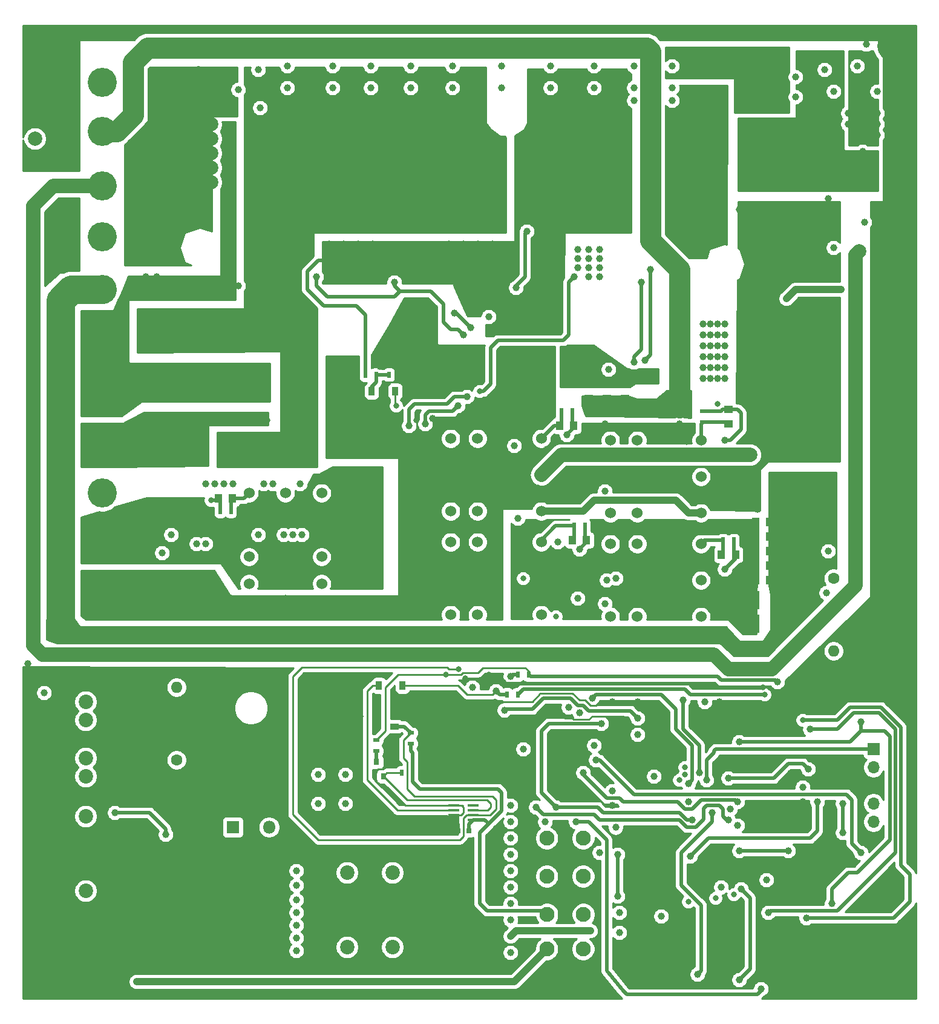
<source format=gbr>
G04 #@! TF.GenerationSoftware,KiCad,Pcbnew,(5.1.10)-1*
G04 #@! TF.CreationDate,2021-12-23T23:11:10-06:00*
G04 #@! TF.ProjectId,BTMS,42544d53-2e6b-4696-9361-645f70636258,rev?*
G04 #@! TF.SameCoordinates,Original*
G04 #@! TF.FileFunction,Copper,L4,Bot*
G04 #@! TF.FilePolarity,Positive*
%FSLAX46Y46*%
G04 Gerber Fmt 4.6, Leading zero omitted, Abs format (unit mm)*
G04 Created by KiCad (PCBNEW (5.1.10)-1) date 2021-12-23 23:11:10*
%MOMM*%
%LPD*%
G01*
G04 APERTURE LIST*
G04 #@! TA.AperFunction,SMDPad,CuDef*
%ADD10R,0.900000X0.500000*%
G04 #@! TD*
G04 #@! TA.AperFunction,ComponentPad*
%ADD11R,1.800000X1.800000*%
G04 #@! TD*
G04 #@! TA.AperFunction,ComponentPad*
%ADD12O,1.800000X1.800000*%
G04 #@! TD*
G04 #@! TA.AperFunction,SMDPad,CuDef*
%ADD13R,1.000000X2.500000*%
G04 #@! TD*
G04 #@! TA.AperFunction,ComponentPad*
%ADD14C,4.064000*%
G04 #@! TD*
G04 #@! TA.AperFunction,ComponentPad*
%ADD15O,1.700000X1.700000*%
G04 #@! TD*
G04 #@! TA.AperFunction,ComponentPad*
%ADD16R,1.700000X1.700000*%
G04 #@! TD*
G04 #@! TA.AperFunction,ComponentPad*
%ADD17C,2.020000*%
G04 #@! TD*
G04 #@! TA.AperFunction,ComponentPad*
%ADD18C,2.100000*%
G04 #@! TD*
G04 #@! TA.AperFunction,ComponentPad*
%ADD19C,1.524000*%
G04 #@! TD*
G04 #@! TA.AperFunction,SMDPad,CuDef*
%ADD20R,1.000000X1.250000*%
G04 #@! TD*
G04 #@! TA.AperFunction,SMDPad,CuDef*
%ADD21R,2.500000X1.000000*%
G04 #@! TD*
G04 #@! TA.AperFunction,SMDPad,CuDef*
%ADD22R,1.250000X1.000000*%
G04 #@! TD*
G04 #@! TA.AperFunction,ComponentPad*
%ADD23C,1.600000*%
G04 #@! TD*
G04 #@! TA.AperFunction,ComponentPad*
%ADD24O,1.600000X1.600000*%
G04 #@! TD*
G04 #@! TA.AperFunction,SMDPad,CuDef*
%ADD25R,0.800000X0.750000*%
G04 #@! TD*
G04 #@! TA.AperFunction,SMDPad,CuDef*
%ADD26R,0.900000X1.200000*%
G04 #@! TD*
G04 #@! TA.AperFunction,SMDPad,CuDef*
%ADD27R,1.200000X0.900000*%
G04 #@! TD*
G04 #@! TA.AperFunction,SMDPad,CuDef*
%ADD28R,0.800000X0.900000*%
G04 #@! TD*
G04 #@! TA.AperFunction,SMDPad,CuDef*
%ADD29R,0.500000X0.900000*%
G04 #@! TD*
G04 #@! TA.AperFunction,SMDPad,CuDef*
%ADD30R,1.560000X0.400000*%
G04 #@! TD*
G04 #@! TA.AperFunction,ComponentPad*
%ADD31C,0.600000*%
G04 #@! TD*
G04 #@! TA.AperFunction,SMDPad,CuDef*
%ADD32R,4.500000X2.950000*%
G04 #@! TD*
G04 #@! TA.AperFunction,ViaPad*
%ADD33C,1.000000*%
G04 #@! TD*
G04 #@! TA.AperFunction,ViaPad*
%ADD34C,0.800000*%
G04 #@! TD*
G04 #@! TA.AperFunction,ViaPad*
%ADD35C,2.000000*%
G04 #@! TD*
G04 #@! TA.AperFunction,Conductor*
%ADD36C,0.500000*%
G04 #@! TD*
G04 #@! TA.AperFunction,Conductor*
%ADD37C,0.250000*%
G04 #@! TD*
G04 #@! TA.AperFunction,Conductor*
%ADD38C,4.000000*%
G04 #@! TD*
G04 #@! TA.AperFunction,Conductor*
%ADD39C,1.000000*%
G04 #@! TD*
G04 #@! TA.AperFunction,Conductor*
%ADD40C,3.000000*%
G04 #@! TD*
G04 #@! TA.AperFunction,Conductor*
%ADD41C,2.000000*%
G04 #@! TD*
G04 #@! TA.AperFunction,Conductor*
%ADD42C,0.254000*%
G04 #@! TD*
G04 #@! TA.AperFunction,Conductor*
%ADD43C,0.100000*%
G04 #@! TD*
G04 APERTURE END LIST*
D10*
X85852000Y-140450000D03*
X85852000Y-138950000D03*
D11*
X60960000Y-152146000D03*
D12*
X63500000Y-152146000D03*
X66040000Y-152146000D03*
D13*
X134136000Y-123698000D03*
X137136000Y-123698000D03*
X134136000Y-120396000D03*
X137136000Y-120396000D03*
D14*
X42672000Y-48006000D03*
X42672000Y-76962000D03*
X42672000Y-91440000D03*
X42672000Y-98552000D03*
X42672000Y-112014000D03*
X42672000Y-118364000D03*
X42672000Y-69596000D03*
X42672000Y-62484000D03*
X42672000Y-54864000D03*
X153162000Y-42926000D03*
X152654000Y-172212000D03*
D15*
X150622000Y-151384000D03*
X150622000Y-148844000D03*
X150622000Y-146304000D03*
X150622000Y-143764000D03*
D16*
X150622000Y-141224000D03*
D14*
X35306000Y-172212000D03*
X42672000Y-105410000D03*
X42672000Y-84328000D03*
X35560000Y-43180000D03*
D17*
X40386000Y-142494000D03*
X40386000Y-145034000D03*
X40386000Y-153162000D03*
X40386000Y-150622000D03*
X40386000Y-134620000D03*
X40386000Y-137160000D03*
X76962000Y-168910000D03*
X74422000Y-168910000D03*
X40386000Y-161036000D03*
X40386000Y-158496000D03*
D18*
X104902000Y-153670000D03*
X107442000Y-153670000D03*
X109982000Y-153670000D03*
X109982000Y-159004000D03*
X107442000Y-159004000D03*
X104902000Y-159004000D03*
X110029001Y-164359001D03*
X107489001Y-164359001D03*
X104949001Y-164359001D03*
X104902000Y-169164000D03*
X107442000Y-169164000D03*
X109982000Y-169164000D03*
D17*
X74422000Y-158496000D03*
X76962000Y-158496000D03*
X83312000Y-158496000D03*
X80772000Y-158496000D03*
X80772000Y-168910000D03*
X83312000Y-168910000D03*
D19*
X104140000Y-102870000D03*
X104140000Y-107950000D03*
X104140000Y-97790000D03*
X95210000Y-97790000D03*
X91460000Y-97790000D03*
X95210000Y-107950000D03*
X91460000Y-107950000D03*
X91460000Y-122428000D03*
X95210000Y-122428000D03*
X91460000Y-112268000D03*
X95210000Y-112268000D03*
X104140000Y-112268000D03*
X104140000Y-122428000D03*
X104140000Y-117348000D03*
X68326000Y-105410000D03*
X73406000Y-105410000D03*
X63246000Y-105410000D03*
X63246000Y-114340000D03*
X63246000Y-118090000D03*
X73406000Y-114340000D03*
X73406000Y-118090000D03*
X126492000Y-117602000D03*
X126492000Y-122682000D03*
X126492000Y-112522000D03*
X117562000Y-112522000D03*
X113812000Y-112522000D03*
X117562000Y-122682000D03*
X113812000Y-122682000D03*
X113812000Y-108204000D03*
X117562000Y-108204000D03*
X113812000Y-98044000D03*
X117562000Y-98044000D03*
X126492000Y-98044000D03*
X126492000Y-108204000D03*
X126492000Y-103124000D03*
D14*
X152654000Y-160782000D03*
D20*
X136128000Y-109474000D03*
X134128000Y-109474000D03*
X134128000Y-111506000D03*
X136128000Y-111506000D03*
X136112000Y-113538000D03*
X134112000Y-113538000D03*
X134128000Y-115570000D03*
X136128000Y-115570000D03*
X134128000Y-117602000D03*
X136128000Y-117602000D03*
D21*
X118872000Y-92686000D03*
X118872000Y-89686000D03*
D22*
X110744000Y-92186000D03*
X110744000Y-90186000D03*
X115824000Y-92186000D03*
X115824000Y-90186000D03*
X113284000Y-90186000D03*
X113284000Y-92186000D03*
D23*
X145034000Y-117348000D03*
D24*
X145034000Y-127508000D03*
X53086000Y-132588000D03*
D23*
X53086000Y-142748000D03*
D25*
X93968000Y-152654000D03*
X92468000Y-152654000D03*
D26*
X83692000Y-91186000D03*
X80392000Y-91186000D03*
X81408000Y-132334000D03*
X84708000Y-132334000D03*
D27*
X83566000Y-141350000D03*
X83566000Y-138050000D03*
D28*
X82042000Y-145018000D03*
X82992000Y-143018000D03*
X81092000Y-143018000D03*
D29*
X79514000Y-88900000D03*
X81014000Y-88900000D03*
X82816000Y-88900000D03*
X84316000Y-88900000D03*
X100850000Y-130810000D03*
X102350000Y-130810000D03*
X99326000Y-133604000D03*
X100826000Y-133604000D03*
X84594000Y-144526000D03*
X86094000Y-144526000D03*
D10*
X81026000Y-141466000D03*
X81026000Y-139966000D03*
D30*
X94568000Y-151094000D03*
X94568000Y-150444000D03*
X94568000Y-149784000D03*
X94568000Y-149134000D03*
X91868000Y-149134000D03*
X91868000Y-149784000D03*
X91868000Y-150444000D03*
X91868000Y-151094000D03*
D20*
X106696000Y-96012000D03*
X108696000Y-96012000D03*
X110474000Y-112014000D03*
X108474000Y-112014000D03*
X60928000Y-106172000D03*
X58928000Y-106172000D03*
X131318000Y-114046000D03*
X129318000Y-114046000D03*
D22*
X130302000Y-93742000D03*
X130302000Y-95742000D03*
D29*
X106946000Y-93980000D03*
X108446000Y-93980000D03*
X108740999Y-110012001D03*
X110240999Y-110012001D03*
X59194000Y-107950000D03*
X60694000Y-107950000D03*
X131074999Y-112044001D03*
X129574999Y-112044001D03*
D10*
X126746000Y-95492000D03*
X126746000Y-93992000D03*
D31*
X91926000Y-87976000D03*
X93026000Y-87976000D03*
X93026000Y-86776000D03*
X91926000Y-86776000D03*
X95526000Y-87976000D03*
X94326000Y-87976000D03*
X94326000Y-86776000D03*
X95526000Y-86776000D03*
D32*
X93726000Y-87376000D03*
D33*
X155702000Y-111760000D03*
X155702000Y-107442000D03*
X155702000Y-49022000D03*
X155702000Y-53086000D03*
X155702000Y-99314000D03*
X155702000Y-103378000D03*
X155702000Y-120142000D03*
X155702000Y-61468000D03*
X155702000Y-95250000D03*
X155702000Y-86614000D03*
X155702000Y-77978000D03*
X155702000Y-73914000D03*
X155702000Y-128270000D03*
X155702000Y-124206000D03*
X155702000Y-82296000D03*
X155702000Y-69850000D03*
X155702000Y-90932000D03*
X155702000Y-65786000D03*
X155702000Y-57150000D03*
X155702000Y-115824000D03*
X32258000Y-154178000D03*
X32258000Y-133604000D03*
X32258000Y-145796000D03*
X32258000Y-141732000D03*
X32258000Y-149860000D03*
X32258000Y-137668000D03*
X32258000Y-158496000D03*
X32258000Y-129286000D03*
X67056000Y-133858000D03*
X67056000Y-136906000D03*
X94234000Y-163576000D03*
X94234000Y-154940000D03*
X94234000Y-159258000D03*
X94234000Y-157226000D03*
X94234000Y-161544000D03*
X94234000Y-165608000D03*
X94234000Y-169926000D03*
X94234000Y-167894000D03*
X89916000Y-145034000D03*
X98552000Y-145034000D03*
X94234000Y-145034000D03*
X96266000Y-145034000D03*
X91948000Y-145034000D03*
X89916000Y-143256000D03*
X98552000Y-143256000D03*
X94234000Y-143256000D03*
X96266000Y-143256000D03*
X91948000Y-143256000D03*
X89916000Y-141478000D03*
X98552000Y-141478000D03*
X94234000Y-141478000D03*
X96266000Y-141478000D03*
X91948000Y-141478000D03*
X89916000Y-139700000D03*
X98552000Y-139700000D03*
X94234000Y-139700000D03*
X96266000Y-139700000D03*
X91948000Y-139700000D03*
X96266000Y-137922000D03*
X91948000Y-137922000D03*
X94234000Y-137922000D03*
X98552000Y-137922000D03*
X89916000Y-137922000D03*
X77216000Y-136652000D03*
X77216000Y-137922000D03*
X98806000Y-86360000D03*
X100076000Y-86360000D03*
X101346000Y-86360000D03*
X102616000Y-86360000D03*
X103886000Y-86360000D03*
X103886000Y-87630000D03*
X102616000Y-87630000D03*
X101346000Y-87630000D03*
X100076000Y-87630000D03*
X98806000Y-87630000D03*
X98806000Y-88900000D03*
X100076000Y-88900000D03*
X101346000Y-88900000D03*
X102616000Y-88900000D03*
X103886000Y-88900000D03*
X109220000Y-71374000D03*
X109220000Y-72644000D03*
X109220000Y-73914000D03*
X110744000Y-75184000D03*
X112268000Y-75184000D03*
X110744000Y-73914000D03*
X110744000Y-72644000D03*
X110744000Y-71374000D03*
X112268000Y-71374000D03*
X112268000Y-72644000D03*
X112268000Y-73914000D03*
X60706000Y-54610000D03*
X60706000Y-55880000D03*
X60706000Y-57150000D03*
X60706000Y-58420000D03*
X60706000Y-59690000D03*
X60706000Y-60960000D03*
X60706000Y-62230000D03*
X60706000Y-63500000D03*
X60706000Y-64770000D03*
X60706000Y-66040000D03*
X60706000Y-67310000D03*
X60706000Y-68580000D03*
X60706000Y-69850000D03*
X60706000Y-71120000D03*
X86868000Y-102108000D03*
X48006000Y-89408000D03*
X48768000Y-90424000D03*
X49530000Y-89408000D03*
X50292000Y-90424000D03*
X51054000Y-89408000D03*
X51816000Y-90424000D03*
X52578000Y-89408000D03*
X53340000Y-90424000D03*
X55626000Y-89408000D03*
X56388000Y-90424000D03*
X57150000Y-89408000D03*
X57912000Y-90424000D03*
X58674000Y-89408000D03*
X59436000Y-90424000D03*
X60198000Y-89408000D03*
X60960000Y-90424000D03*
X61722000Y-89408000D03*
X62484000Y-90424000D03*
X63246000Y-89408000D03*
X64008000Y-90424000D03*
X64770000Y-89408000D03*
X65532000Y-90424000D03*
X54102000Y-89408000D03*
X54864000Y-90424000D03*
X61722000Y-49022000D03*
X122428000Y-45720000D03*
X122428000Y-48768000D03*
X117094000Y-48768000D03*
X111506000Y-48768000D03*
X105410000Y-48768000D03*
X98552000Y-48768000D03*
X91694000Y-48768000D03*
X85852000Y-48768000D03*
X80264000Y-48768000D03*
X74930000Y-48768000D03*
X68580000Y-48768000D03*
X68580000Y-45720000D03*
X74930000Y-45720000D03*
X91694000Y-45720000D03*
X98552000Y-45720000D03*
X105410000Y-45720000D03*
X111506000Y-45720000D03*
X117094000Y-45720000D03*
X64516000Y-46228000D03*
X88900000Y-94996000D03*
X113030000Y-95758000D03*
X113284000Y-117602000D03*
X134366000Y-107696000D03*
X52832000Y-121666000D03*
X134874000Y-77978000D03*
X141986000Y-79756000D03*
X142240000Y-66040000D03*
X142240000Y-67310000D03*
X142240000Y-68580000D03*
X142240000Y-69850000D03*
X117094000Y-50546000D03*
X122428000Y-50546000D03*
X143764000Y-46228000D03*
X139700000Y-50038000D03*
X139700000Y-47244000D03*
X95504000Y-93980000D03*
X57658000Y-116840000D03*
X137922000Y-66040000D03*
X137922000Y-67310000D03*
X137922000Y-68580000D03*
X137922000Y-69850000D03*
X138176000Y-73406000D03*
X131826000Y-65786000D03*
X70612000Y-138938000D03*
X114046000Y-149098000D03*
X129032000Y-134620000D03*
X140716000Y-148590000D03*
X127254000Y-160528000D03*
D34*
X119126000Y-140716000D03*
X119634000Y-135382000D03*
X125222000Y-136398000D03*
X113284000Y-140970000D03*
X106934000Y-140462000D03*
D33*
X81026000Y-134112000D03*
X85090000Y-134112000D03*
X78740000Y-136652000D03*
X49022000Y-153416000D03*
X48006000Y-155194000D03*
X63500000Y-155448000D03*
X63500000Y-157480000D03*
X63500000Y-159512000D03*
X63500000Y-161544000D03*
X63500000Y-163576000D03*
X63500000Y-165608000D03*
X94234000Y-171958000D03*
X63500000Y-167386000D03*
X63500000Y-169164000D03*
X144018000Y-167132000D03*
X140208000Y-167132000D03*
X136144000Y-167132000D03*
X132080000Y-167132000D03*
X128270000Y-167132000D03*
X124206000Y-167132000D03*
X119888000Y-167132000D03*
D34*
X105410000Y-104648000D03*
X103632000Y-104648000D03*
D33*
X128778000Y-106680000D03*
X144272000Y-113538000D03*
X144018000Y-119380000D03*
X114554000Y-117348000D03*
X95504000Y-119380000D03*
X44704000Y-134366000D03*
X113030000Y-120904000D03*
X73914000Y-120396000D03*
X68326000Y-120142000D03*
X136652000Y-157988000D03*
D34*
X88900000Y-79756000D03*
X104648000Y-91948000D03*
X101854000Y-97028000D03*
X94742000Y-102870000D03*
D33*
X35052000Y-53340000D03*
X36576000Y-52324000D03*
X32258000Y-53340000D03*
X33782000Y-52324000D03*
X50546000Y-40640000D03*
X54864000Y-40640000D03*
X59182000Y-40640000D03*
X63246000Y-40640000D03*
X67310000Y-40640000D03*
X71374000Y-40640000D03*
X75438000Y-40640000D03*
X79756000Y-40640000D03*
X83820000Y-40640000D03*
X88138000Y-40640000D03*
X92202000Y-40640000D03*
X96266000Y-40640000D03*
X100330000Y-40640000D03*
X104648000Y-40640000D03*
X113284000Y-40640000D03*
X117602000Y-40640000D03*
X121666000Y-40640000D03*
X125730000Y-40640000D03*
X129794000Y-40640000D03*
X134112000Y-40640000D03*
X138430000Y-40640000D03*
X142494000Y-40640000D03*
X146558000Y-40640000D03*
X48260000Y-170688000D03*
D34*
X44704000Y-171704000D03*
X41656000Y-171958000D03*
X51816000Y-158242000D03*
X88392000Y-134112000D03*
D33*
X59944000Y-136906000D03*
X59944000Y-133858000D03*
X48260000Y-131826000D03*
X113538000Y-88138000D03*
X104902000Y-99314000D03*
D34*
X143002000Y-131826000D03*
X101854000Y-174244000D03*
X108966000Y-174244000D03*
X113284000Y-174244000D03*
X116840000Y-174244000D03*
X123190000Y-174244000D03*
X128778000Y-174244000D03*
X105156000Y-174244000D03*
D33*
X45212000Y-40640000D03*
X40386000Y-40640000D03*
X116586000Y-159258000D03*
X61722000Y-76454000D03*
X60452000Y-76454000D03*
X59182000Y-76454000D03*
X57912000Y-76454000D03*
X56642000Y-76454000D03*
X55372000Y-76454000D03*
X51562000Y-75946000D03*
X50292000Y-75184000D03*
X48768000Y-75184000D03*
D34*
X150622000Y-128016000D03*
X150622000Y-124206000D03*
X150622000Y-120142000D03*
X150622000Y-115824000D03*
X150622000Y-111760000D03*
X150622000Y-107442000D03*
X150622000Y-103378000D03*
X150622000Y-99314000D03*
X150622000Y-95250000D03*
X150622000Y-90932000D03*
X150622000Y-86614000D03*
X150622000Y-82296000D03*
X150622000Y-77978000D03*
X150622000Y-73914000D03*
D33*
X96520000Y-120142000D03*
X135890000Y-150622000D03*
X116840000Y-161544000D03*
X106426000Y-144526000D03*
X148844000Y-150114000D03*
X146812000Y-155448000D03*
X137922000Y-138684000D03*
X117602000Y-134620000D03*
X64770000Y-51562000D03*
X122174000Y-154432000D03*
X119126000Y-155956000D03*
X122428000Y-159004000D03*
X44704000Y-120904000D03*
X42672000Y-121666000D03*
X40386000Y-120904000D03*
X86106000Y-87884000D03*
D34*
X86614000Y-95250000D03*
X89916000Y-91694000D03*
X106172000Y-122682000D03*
D33*
X106426000Y-112268000D03*
D34*
X101600000Y-117348000D03*
X124714000Y-103886000D03*
X128778000Y-92964000D03*
D33*
X133858000Y-93726000D03*
X114046000Y-134620000D03*
X120396000Y-97028000D03*
X102108000Y-136906000D03*
X105156000Y-135382000D03*
X100838000Y-108966000D03*
X88138000Y-103124000D03*
X86868000Y-104140000D03*
X88138000Y-105156000D03*
X86868000Y-106172000D03*
X88138000Y-107188000D03*
X86868000Y-108204000D03*
X88138000Y-109220000D03*
X86868000Y-110490000D03*
X88138000Y-111760000D03*
X86868000Y-113030000D03*
X88138000Y-114300000D03*
X86868000Y-115570000D03*
X80264000Y-120396000D03*
X81534000Y-120396000D03*
X82804000Y-120396000D03*
X78994000Y-120396000D03*
X89408000Y-104140000D03*
X89408000Y-106172000D03*
X89408000Y-108204000D03*
X89408000Y-110490000D03*
X89408000Y-113030000D03*
X77724000Y-120396000D03*
X76454000Y-120396000D03*
X75184000Y-120396000D03*
X51562000Y-121666000D03*
X54102000Y-121666000D03*
X55372000Y-121666000D03*
X56642000Y-121666000D03*
X129286000Y-144272000D03*
D34*
X98806000Y-131826000D03*
X138938000Y-144526000D03*
X135128000Y-132588000D03*
X93472000Y-131318000D03*
D33*
X38608000Y-71628000D03*
X37846000Y-72644000D03*
X36830000Y-71628000D03*
X36068000Y-72644000D03*
X36068000Y-67564000D03*
X36830000Y-66548000D03*
X37846000Y-67564000D03*
X38608000Y-66548000D03*
D34*
X100076000Y-92456000D03*
X104648000Y-93218000D03*
X114300000Y-103632000D03*
X114300000Y-102616000D03*
X124460000Y-98298000D03*
D33*
X89154000Y-83820000D03*
X45212000Y-147828000D03*
X45212000Y-151892000D03*
X48514000Y-147828000D03*
X155956000Y-156718000D03*
X155956000Y-164846000D03*
D34*
X103124000Y-165100000D03*
D33*
X144272000Y-64262000D03*
X152654000Y-51562000D03*
X152654000Y-54610000D03*
X151130000Y-49276000D03*
X148336000Y-45720000D03*
X149606000Y-42672000D03*
X154178000Y-46736000D03*
X152654000Y-64770000D03*
D34*
X61722000Y-120142000D03*
X62992000Y-120142000D03*
X54102000Y-118364000D03*
X96774000Y-130810000D03*
D33*
X108966000Y-40640000D03*
X85852000Y-45720000D03*
X80264000Y-45720000D03*
X60960000Y-104140000D03*
X59690000Y-104140000D03*
X58420000Y-104140000D03*
X65278000Y-104140000D03*
X66548000Y-104140000D03*
X68072000Y-111252000D03*
X69342000Y-111252000D03*
X70612000Y-111252000D03*
X70358000Y-104140000D03*
X51054000Y-113792000D03*
X52324000Y-111252000D03*
X55880000Y-112522000D03*
X57150000Y-104140000D03*
D34*
X47244000Y-121412000D03*
X49276000Y-121412000D03*
D33*
X82804000Y-141986000D03*
X57150000Y-112522000D03*
X64516000Y-111252000D03*
X133858000Y-94996000D03*
X133858000Y-96266000D03*
X123444000Y-95758000D03*
X74676000Y-87630000D03*
X76200000Y-87630000D03*
X77724000Y-87630000D03*
X85090000Y-82550000D03*
X85090000Y-78994000D03*
D34*
X84328000Y-150876000D03*
D33*
X96774000Y-80772000D03*
X77851000Y-90225880D03*
X76250800Y-90225880D03*
X74726800Y-90225880D03*
X81544160Y-87746840D03*
X144780000Y-103378000D03*
X143764000Y-104394000D03*
X142748000Y-103378000D03*
X141732000Y-104394000D03*
X140716000Y-103378000D03*
X139700000Y-104394000D03*
X138684000Y-103378000D03*
X137668000Y-104394000D03*
X136652000Y-103378000D03*
X144780000Y-105410000D03*
X142748000Y-105410000D03*
X140716000Y-105410000D03*
X138684000Y-105410000D03*
X136652000Y-105410000D03*
X137668000Y-106680000D03*
X139700000Y-106680000D03*
X141732000Y-106680000D03*
X143764000Y-106680000D03*
X144780000Y-107696000D03*
X142748000Y-107696000D03*
X140716000Y-107696000D03*
X138684000Y-107696000D03*
X136652000Y-107696000D03*
X76708000Y-144780000D03*
X72898000Y-144780000D03*
X72898000Y-148844000D03*
X76708000Y-148844000D03*
X146050000Y-76962000D03*
X138430000Y-78232000D03*
X69850000Y-158242000D03*
X69850000Y-160274000D03*
X69850000Y-162306000D03*
X69850000Y-164084000D03*
X69850000Y-165862000D03*
X69850000Y-167640000D03*
X69850000Y-169418000D03*
X100330000Y-98806000D03*
X34544000Y-133350000D03*
X124714000Y-93472000D03*
X122174000Y-91440000D03*
X123444000Y-91440000D03*
X124714000Y-91440000D03*
X123444000Y-93472000D03*
X122174000Y-93472000D03*
X123952000Y-134366000D03*
X126238000Y-144526000D03*
X125984000Y-172720000D03*
X128016000Y-150114000D03*
X98978720Y-135778240D03*
X117602000Y-136906000D03*
X118618000Y-86868000D03*
X119368000Y-74156000D03*
X106172000Y-149352000D03*
X125222000Y-151130000D03*
X112522000Y-137668000D03*
D35*
X148590000Y-71628000D03*
D33*
X148844000Y-137414000D03*
X131826000Y-140208000D03*
X144780000Y-162814000D03*
X141478000Y-144018000D03*
X130302000Y-145288000D03*
X141732000Y-138430000D03*
X135890000Y-164084000D03*
D34*
X63500000Y-95250000D03*
X58928000Y-95250000D03*
X61214000Y-95250000D03*
X51308000Y-96266000D03*
X51308000Y-97282000D03*
X51308000Y-98298000D03*
X51308000Y-99314000D03*
X51308000Y-100330000D03*
X50292000Y-99822000D03*
X50292000Y-98806000D03*
X50292000Y-97790000D03*
X50292000Y-96774000D03*
X49276000Y-96266000D03*
X49276000Y-97282000D03*
X49276000Y-98298000D03*
X49276000Y-99314000D03*
X49276000Y-100330000D03*
X65786000Y-95250000D03*
X56642000Y-95250000D03*
D33*
X44450000Y-150114000D03*
X51562000Y-153162000D03*
D35*
X33274000Y-55880000D03*
D33*
X115062000Y-166878000D03*
X115062000Y-164084000D03*
X145034000Y-49276000D03*
X114046000Y-147066000D03*
X127000000Y-134620000D03*
X140716000Y-146558000D03*
X129286000Y-160528000D03*
X109474000Y-136144000D03*
X107950000Y-135382000D03*
X111506000Y-140716000D03*
X120904000Y-164592000D03*
X47498000Y-173736000D03*
X135636000Y-159512000D03*
X127254000Y-145542000D03*
X146304000Y-148844000D03*
X146304000Y-152908000D03*
D34*
X124206000Y-143764000D03*
X131064000Y-161544000D03*
X124206000Y-144780000D03*
X128524000Y-162052000D03*
X123444000Y-145542000D03*
X124714000Y-162560000D03*
D33*
X114542000Y-152158000D03*
X131572000Y-151892000D03*
X130556000Y-149606000D03*
X104648000Y-151384000D03*
X117602000Y-139192000D03*
X119888000Y-145034000D03*
X111760000Y-142748000D03*
X148844000Y-155702000D03*
X91948000Y-80264000D03*
X94234000Y-82296000D03*
X100330000Y-78994000D03*
X100330000Y-80264000D03*
X100330000Y-81534000D03*
X100330000Y-82804000D03*
X101854000Y-82804000D03*
X103378000Y-82804000D03*
X101854000Y-81534000D03*
X101854000Y-80264000D03*
X101854000Y-78994000D03*
X103378000Y-78994000D03*
X103378000Y-80264000D03*
X103378000Y-81534000D03*
D35*
X103886000Y-61976000D03*
X106680000Y-61976000D03*
X109728000Y-61976000D03*
X112522000Y-61976000D03*
X112522000Y-59690000D03*
X109728000Y-59690000D03*
X106680000Y-59690000D03*
X103886000Y-59690000D03*
X103886000Y-57404000D03*
X106680000Y-57404000D03*
X109728000Y-57404000D03*
X112522000Y-57404000D03*
X112522000Y-54864000D03*
X109728000Y-54864000D03*
X106680000Y-54864000D03*
X103886000Y-54864000D03*
D33*
X91186000Y-70612000D03*
X92202000Y-71628000D03*
X93218000Y-70612000D03*
X94234000Y-71628000D03*
X95250000Y-70612000D03*
X96266000Y-71628000D03*
X95250000Y-72898000D03*
X93218000Y-72898000D03*
X91186000Y-72898000D03*
X94234000Y-74168000D03*
X96520000Y-74168000D03*
X97282000Y-72898000D03*
X97282000Y-70612000D03*
X93218000Y-75438000D03*
X95250000Y-75438000D03*
X97282000Y-75438000D03*
X80518000Y-70612000D03*
X79502000Y-71628000D03*
X78486000Y-70612000D03*
X77470000Y-71628000D03*
X76454000Y-70612000D03*
X75438000Y-71628000D03*
X74422000Y-70612000D03*
X74422000Y-72898000D03*
X76454000Y-72898000D03*
X78486000Y-72898000D03*
X80518000Y-72898000D03*
X79502000Y-74168000D03*
X77470000Y-74168000D03*
X75438000Y-74168000D03*
X74422000Y-75438000D03*
X76454000Y-75438000D03*
X78486000Y-75438000D03*
X80518000Y-75438000D03*
D34*
X95504000Y-78994000D03*
X95504000Y-80010000D03*
X94488000Y-80010000D03*
D35*
X75692000Y-61976000D03*
X75692000Y-59690000D03*
X75692000Y-57404000D03*
X69850000Y-57404000D03*
X69850000Y-59690000D03*
X72390000Y-61976000D03*
X72390000Y-59690000D03*
X72390000Y-57404000D03*
X72390000Y-54864000D03*
X75692000Y-54864000D03*
X78486000Y-57404000D03*
X78486000Y-59690000D03*
X78486000Y-61976000D03*
X69850000Y-61976000D03*
X69850000Y-54864000D03*
X78486000Y-54864000D03*
X92202000Y-59690000D03*
X89154000Y-59690000D03*
X86360000Y-59690000D03*
X86360000Y-57404000D03*
X89154000Y-57404000D03*
X92202000Y-57404000D03*
X94996000Y-57404000D03*
X94996000Y-59690000D03*
X94996000Y-61976000D03*
X92202000Y-61976000D03*
X89154000Y-61976000D03*
X86360000Y-61976000D03*
X89154000Y-54864000D03*
X92202000Y-54864000D03*
X94996000Y-54864000D03*
X86360000Y-54864000D03*
D33*
X64516000Y-82042000D03*
X63754000Y-83058000D03*
X62992000Y-82042000D03*
X62230000Y-83058000D03*
X61468000Y-82042000D03*
X60706000Y-83058000D03*
X59944000Y-82042000D03*
X59182000Y-83058000D03*
X58420000Y-82042000D03*
X57658000Y-83058000D03*
X56896000Y-82042000D03*
X56134000Y-83058000D03*
X55372000Y-82042000D03*
X54610000Y-83058000D03*
X53848000Y-82042000D03*
X53086000Y-83058000D03*
X52324000Y-82042000D03*
X51562000Y-83058000D03*
X50800000Y-82042000D03*
X50038000Y-83058000D03*
X49276000Y-82042000D03*
X48514000Y-83058000D03*
X67056000Y-97536000D03*
X67056000Y-99060000D03*
X65532000Y-99060000D03*
X65532000Y-97536000D03*
X64008000Y-97536000D03*
X64008000Y-99060000D03*
X62484000Y-99060000D03*
X62484000Y-97536000D03*
X60960000Y-97536000D03*
X60960000Y-99060000D03*
X59436000Y-97536000D03*
X59436000Y-99060000D03*
X68326000Y-71120000D03*
X68326000Y-69850000D03*
X68326000Y-68580000D03*
X68326000Y-67310000D03*
X68326000Y-66040000D03*
X68326000Y-64770000D03*
X68326000Y-63500000D03*
X66802000Y-55880000D03*
X94488000Y-132588000D03*
X66802000Y-59690000D03*
X79248000Y-118110000D03*
X77978000Y-117094000D03*
X76708000Y-118110000D03*
X76708000Y-115824000D03*
X79248000Y-115824000D03*
X77978000Y-114554000D03*
X79248000Y-113284000D03*
X76708000Y-113284000D03*
X77978000Y-112014000D03*
X76708000Y-110744000D03*
X79248000Y-110744000D03*
X77978000Y-109474000D03*
X76708000Y-108204000D03*
X79248000Y-108204000D03*
X77978000Y-106934000D03*
X76708000Y-105664000D03*
X79248000Y-105664000D03*
X77978000Y-104394000D03*
X76708000Y-103124000D03*
X79248000Y-103124000D03*
D35*
X126238000Y-61976000D03*
X129032000Y-61976000D03*
X129032000Y-59690000D03*
X126238000Y-59690000D03*
X123190000Y-59690000D03*
X126238000Y-57404000D03*
X129032000Y-57404000D03*
X129032000Y-54864000D03*
X126238000Y-54864000D03*
X123190000Y-54864000D03*
D33*
X129794000Y-81788000D03*
X128778000Y-81788000D03*
X127762000Y-81788000D03*
X126746000Y-81788000D03*
X126746000Y-83312000D03*
X127762000Y-83312000D03*
X128778000Y-83312000D03*
X129794000Y-83312000D03*
X129794000Y-84836000D03*
X128778000Y-84836000D03*
X127762000Y-84836000D03*
X126746000Y-84836000D03*
X126746000Y-86360000D03*
X127762000Y-86360000D03*
X128778000Y-86360000D03*
X129794000Y-86360000D03*
X129794000Y-87884000D03*
X128778000Y-87884000D03*
X127762000Y-87884000D03*
X126746000Y-87884000D03*
X126746000Y-89408000D03*
X127762000Y-89408000D03*
X128778000Y-89408000D03*
X129794000Y-89408000D03*
X141224000Y-164846000D03*
X137160000Y-131826000D03*
D34*
X140716000Y-137160000D03*
X90825320Y-130779520D03*
D33*
X101600000Y-141224000D03*
X99822000Y-149098000D03*
X99822000Y-151384000D03*
X99822000Y-153670000D03*
X99822000Y-155956000D03*
X99822000Y-158242000D03*
X99822000Y-160528000D03*
X99822000Y-162814000D03*
X99822000Y-165100000D03*
X99822000Y-167386000D03*
X99822000Y-169672000D03*
X110998000Y-166624000D03*
X131572000Y-148590000D03*
X109982000Y-144526000D03*
X103378000Y-149352000D03*
X130302000Y-151130000D03*
X133350000Y-51308000D03*
X133350000Y-50292000D03*
X133350000Y-49276000D03*
X133350000Y-48260000D03*
X134620000Y-48260000D03*
X134620000Y-49276000D03*
X134620000Y-50292000D03*
X134620000Y-51308000D03*
X135890000Y-51308000D03*
X135890000Y-50292000D03*
X135890000Y-49276000D03*
X135890000Y-48260000D03*
D35*
X56134000Y-50800000D03*
X56134000Y-52832000D03*
X56134000Y-58928000D03*
X56134000Y-60960000D03*
X54356000Y-61976000D03*
X54356000Y-59944000D03*
X54356000Y-57912000D03*
X54356000Y-53848000D03*
X54356000Y-51816000D03*
X54356000Y-49784000D03*
X54356000Y-47752000D03*
X54356000Y-55880000D03*
X56134000Y-56896000D03*
X56134000Y-54864000D03*
X56134000Y-48768000D03*
X57912000Y-47752000D03*
X57912000Y-49784000D03*
X57912000Y-51816000D03*
X57912000Y-53848000D03*
X57912000Y-55880000D03*
X57912000Y-57912000D03*
X57912000Y-59944000D03*
X57912000Y-61976000D03*
X56134000Y-62992000D03*
X56134000Y-46736000D03*
D33*
X132080000Y-51308000D03*
X132080000Y-50292000D03*
X132080000Y-49276000D03*
X132080000Y-48260000D03*
X103378000Y-115570000D03*
X104902000Y-115570000D03*
X104140000Y-114554000D03*
X107188000Y-87884000D03*
X108458000Y-87884000D03*
X109728000Y-87884000D03*
X110998000Y-87884000D03*
X110998000Y-86106000D03*
X109728000Y-86106000D03*
X108458000Y-86106000D03*
X107188000Y-86106000D03*
X113030000Y-105156000D03*
X124714000Y-148590000D03*
X109220000Y-120142000D03*
X112268000Y-155702000D03*
X131826000Y-155448000D03*
X138684000Y-155448000D03*
X114808000Y-161798000D03*
X114808000Y-155956000D03*
X111252000Y-134112000D03*
X124714000Y-146050000D03*
X142748000Y-148590000D03*
X124968000Y-156210000D03*
X102108000Y-68834000D03*
X100584000Y-76708000D03*
X145034000Y-71120000D03*
D34*
X135382000Y-133604000D03*
D33*
X72644000Y-75184000D03*
X83566000Y-75946000D03*
X93218000Y-83312000D03*
X108712000Y-75184000D03*
D34*
X95504000Y-91186000D03*
D33*
X117094000Y-87122000D03*
X118110000Y-75946000D03*
X131826000Y-173482000D03*
X132080000Y-160782000D03*
X108966000Y-151384000D03*
X134874000Y-174752000D03*
X151130000Y-55372000D03*
X151130000Y-53848000D03*
X151130000Y-52324000D03*
X147066000Y-53848000D03*
X147066000Y-52324000D03*
X149860000Y-55372000D03*
X149860000Y-53848000D03*
X148336000Y-53848000D03*
X149860000Y-52324000D03*
X148336000Y-52324000D03*
D35*
X133350000Y-100076000D03*
D33*
X149352000Y-67564000D03*
D35*
X133096000Y-62230000D03*
X141732000Y-59944000D03*
X138938000Y-59944000D03*
X135890000Y-59944000D03*
X133096000Y-57658000D03*
X138938000Y-57658000D03*
X141732000Y-55118000D03*
X138938000Y-55118000D03*
D33*
X149098000Y-57658000D03*
X149098000Y-58928000D03*
X149098000Y-60198000D03*
X147320000Y-60198000D03*
X145542000Y-60198000D03*
X145542000Y-58928000D03*
D34*
X92552520Y-130048000D03*
X83820000Y-93218000D03*
D33*
X97790000Y-133096000D03*
X85598000Y-96012000D03*
X93726000Y-91948000D03*
X99822000Y-131064000D03*
X87884000Y-95758000D03*
X92456000Y-93218000D03*
X107696000Y-97282000D03*
X109474000Y-113284000D03*
D34*
X57912000Y-106426000D03*
D33*
X129794000Y-116078000D03*
X129794000Y-98044000D03*
D36*
X135128000Y-132588000D02*
X127000000Y-132588000D01*
X127000000Y-132588000D02*
X126492000Y-132080000D01*
X99060000Y-132080000D02*
X98806000Y-131826000D01*
X126492000Y-132080000D02*
X99060000Y-132080000D01*
D37*
X114046000Y-134620000D02*
X112268000Y-134620000D01*
X112268000Y-134620000D02*
X111760000Y-135128000D01*
X111760000Y-135128000D02*
X110998000Y-135128000D01*
X110998000Y-135128000D02*
X110236000Y-134366000D01*
X110236000Y-134366000D02*
X109474000Y-134366000D01*
X109474000Y-134366000D02*
X108525010Y-133417010D01*
X96266000Y-136398000D02*
X96266000Y-137922000D01*
X105156000Y-135382000D02*
X106172000Y-135382000D01*
X105918000Y-135382000D02*
X105156000Y-135382000D01*
X107442000Y-136906000D02*
X105918000Y-135382000D01*
X108458000Y-136906000D02*
X107442000Y-136906000D01*
X108644990Y-137092990D02*
X108458000Y-136906000D01*
X110811010Y-137092990D02*
X108644990Y-137092990D01*
X119126000Y-140716000D02*
X116586000Y-140716000D01*
X116586000Y-140716000D02*
X115824000Y-139954000D01*
X115824000Y-139954000D02*
X115824000Y-136906000D01*
X115824000Y-136906000D02*
X115570000Y-136652000D01*
X111252000Y-136652000D02*
X110811010Y-137092990D01*
X115570000Y-136652000D02*
X111252000Y-136652000D01*
X103953010Y-133417010D02*
X103953010Y-133536990D01*
X108525010Y-133417010D02*
X103953010Y-133417010D01*
X102870000Y-134620000D02*
X98044000Y-134620000D01*
X103953010Y-133536990D02*
X102870000Y-134620000D01*
X98044000Y-134620000D02*
X96266000Y-136398000D01*
D36*
X83566000Y-142444000D02*
X82992000Y-143018000D01*
X83566000Y-141350000D02*
X83566000Y-142444000D01*
X84316000Y-88900000D02*
X85598000Y-88900000D01*
X85598000Y-88392000D02*
X86106000Y-87884000D01*
X85598000Y-88900000D02*
X85598000Y-88392000D01*
X92468000Y-151694000D02*
X91868000Y-151094000D01*
X92468000Y-152400000D02*
X92468000Y-151694000D01*
D37*
X91868000Y-150444000D02*
X92888000Y-150444000D01*
X92888000Y-150444000D02*
X93218000Y-150114000D01*
X93218000Y-150114000D02*
X93218000Y-149352000D01*
X93218000Y-149352000D02*
X92964000Y-149098000D01*
X92928000Y-149134000D02*
X91868000Y-149134000D01*
X92964000Y-149098000D02*
X92928000Y-149134000D01*
X91868000Y-149134000D02*
X85126000Y-149134000D01*
X85126000Y-149134000D02*
X82550000Y-146558000D01*
X82550000Y-146558000D02*
X81788000Y-146558000D01*
X81788000Y-146558000D02*
X80772000Y-145542000D01*
X80772000Y-145542000D02*
X80772000Y-144526000D01*
X80772000Y-144526000D02*
X81280000Y-144018000D01*
X81992000Y-144018000D02*
X82992000Y-143018000D01*
X81280000Y-144018000D02*
X81992000Y-144018000D01*
X86106000Y-87884000D02*
X85598000Y-87884000D01*
X86106000Y-87884000D02*
X86106000Y-88392000D01*
X86106000Y-88392000D02*
X84582000Y-89916000D01*
X84582000Y-89916000D02*
X82550000Y-89916000D01*
X82550000Y-89916000D02*
X82042000Y-90424000D01*
D38*
X42672000Y-76962000D02*
X38354000Y-76962000D01*
X38354000Y-76962000D02*
X36830000Y-78486000D01*
X36830000Y-78486000D02*
X36830000Y-124206000D01*
D39*
X146050000Y-76962000D02*
X139700000Y-76962000D01*
X139700000Y-76962000D02*
X138430000Y-78232000D01*
X104140000Y-107950000D02*
X109982000Y-107950000D01*
X109982000Y-107950000D02*
X111506000Y-106426000D01*
X111506000Y-106426000D02*
X122936000Y-106426000D01*
X124714000Y-108204000D02*
X126492000Y-108204000D01*
X122936000Y-106426000D02*
X124714000Y-108204000D01*
D40*
X44704000Y-54864000D02*
X42672000Y-54864000D01*
X46990000Y-52578000D02*
X44704000Y-54864000D01*
X46990000Y-45212000D02*
X46990000Y-52578000D01*
X123444000Y-74168000D02*
X119380000Y-70104000D01*
X49022000Y-43180000D02*
X46990000Y-45212000D01*
X123444000Y-93472000D02*
X123444000Y-74168000D01*
X119380000Y-70104000D02*
X119380000Y-43688000D01*
X119380000Y-43688000D02*
X118872000Y-43180000D01*
X118872000Y-43180000D02*
X49022000Y-43180000D01*
D36*
X123952000Y-134366000D02*
X123952000Y-137414000D01*
X123952000Y-137414000D02*
X123952000Y-138430000D01*
X123952000Y-138430000D02*
X126238000Y-140716000D01*
X126238000Y-140716000D02*
X126238000Y-144526000D01*
X128016000Y-151384000D02*
X128016000Y-150622000D01*
X126492000Y-172212000D02*
X126492000Y-163068000D01*
X125984000Y-172720000D02*
X126492000Y-172212000D01*
X126492000Y-163068000D02*
X123698000Y-160274000D01*
X123698000Y-160274000D02*
X123698000Y-155702000D01*
X123698000Y-155702000D02*
X128016000Y-151384000D01*
X128016000Y-150622000D02*
X128016000Y-150114000D01*
X108204000Y-134112000D02*
X109220000Y-135128000D01*
X109220000Y-135128000D02*
X109982000Y-135128000D01*
X117602000Y-136906000D02*
X116586000Y-135890000D01*
X116586000Y-135890000D02*
X110744000Y-135890000D01*
X109982000Y-135128000D02*
X110744000Y-135890000D01*
X102870000Y-135636000D02*
X104394000Y-134112000D01*
X99060000Y-135636000D02*
X102870000Y-135636000D01*
X104394000Y-134112000D02*
X108204000Y-134112000D01*
X119368000Y-74156000D02*
X119368000Y-86118000D01*
X119368000Y-86118000D02*
X118618000Y-86868000D01*
X106172000Y-149352000D02*
X112014000Y-149352000D01*
X112014000Y-149352000D02*
X112776000Y-150114000D01*
X112522000Y-137668000D02*
X105156000Y-137668000D01*
X105156000Y-137668000D02*
X104140000Y-138684000D01*
X104140000Y-147320000D02*
X106172000Y-149352000D01*
X104140000Y-138684000D02*
X104140000Y-147320000D01*
X124460000Y-151130000D02*
X123444000Y-150114000D01*
X125222000Y-151130000D02*
X124460000Y-151130000D01*
X112776000Y-150114000D02*
X123444000Y-150114000D01*
D41*
X35814000Y-62484000D02*
X42672000Y-62484000D01*
X33020000Y-65278000D02*
X35814000Y-62484000D01*
X33020000Y-126746000D02*
X33020000Y-65278000D01*
X34290000Y-128016000D02*
X33020000Y-126746000D01*
X128270000Y-128016000D02*
X34290000Y-128016000D01*
X148082000Y-72136000D02*
X148082000Y-118364000D01*
X148590000Y-71628000D02*
X148082000Y-72136000D01*
X148082000Y-118364000D02*
X136398000Y-130048000D01*
X136398000Y-130048000D02*
X130302000Y-130048000D01*
X130302000Y-130048000D02*
X128270000Y-128016000D01*
D36*
X148844000Y-137414000D02*
X148844000Y-138684000D01*
X148844000Y-138684000D02*
X147320000Y-140208000D01*
X147320000Y-140208000D02*
X131826000Y-140208000D01*
X152146000Y-138684000D02*
X148844000Y-138684000D01*
X152908000Y-139446000D02*
X152146000Y-138684000D01*
X144780000Y-162814000D02*
X144780000Y-160782000D01*
X148336000Y-158496000D02*
X152908000Y-153924000D01*
X144780000Y-160782000D02*
X147066000Y-158496000D01*
X147066000Y-158496000D02*
X148336000Y-158496000D01*
X152908000Y-153924000D02*
X152908000Y-139446000D01*
X145542000Y-138430000D02*
X141732000Y-138430000D01*
X151384000Y-136144000D02*
X147828000Y-136144000D01*
X135890000Y-164084000D02*
X136144000Y-163830000D01*
X147828000Y-136144000D02*
X145542000Y-138430000D01*
X136144000Y-163830000D02*
X145542000Y-163830000D01*
X145542000Y-163830000D02*
X153670000Y-155702000D01*
X153670000Y-155702000D02*
X153670000Y-138430000D01*
X153670000Y-138430000D02*
X151384000Y-136144000D01*
X130302000Y-145288000D02*
X136652000Y-145288000D01*
X136652000Y-145288000D02*
X138684000Y-143256000D01*
X140716000Y-143256000D02*
X141478000Y-144018000D01*
X138684000Y-143256000D02*
X140716000Y-143256000D01*
X44450000Y-150114000D02*
X49276000Y-150114000D01*
X49276000Y-150114000D02*
X51562000Y-152400000D01*
X51562000Y-152400000D02*
X51562000Y-153162000D01*
D39*
X100330000Y-173736000D02*
X104902000Y-169164000D01*
X47498000Y-173736000D02*
X100330000Y-173736000D01*
D36*
X104923001Y-164359001D02*
X104394000Y-163830000D01*
X104949001Y-164359001D02*
X104923001Y-164359001D01*
X104394000Y-163830000D02*
X96520000Y-163830000D01*
X96520000Y-163830000D02*
X95504000Y-162814000D01*
X95504000Y-162814000D02*
X95504000Y-152908000D01*
X98044000Y-146812000D02*
X98552000Y-147320000D01*
X98552000Y-147320000D02*
X98552000Y-149860000D01*
X94568000Y-151094000D02*
X96230000Y-151094000D01*
X98552000Y-149860000D02*
X96774000Y-151638000D01*
X96230000Y-151094000D02*
X96774000Y-151638000D01*
X96774000Y-151638000D02*
X95504000Y-152908000D01*
X93968000Y-151694000D02*
X94568000Y-151094000D01*
X93968000Y-152400000D02*
X93968000Y-151694000D01*
X86094000Y-144526000D02*
X86094000Y-145784000D01*
X87122000Y-146812000D02*
X98044000Y-146812000D01*
X86094000Y-145784000D02*
X87122000Y-146812000D01*
X85852000Y-140450000D02*
X85852000Y-141478000D01*
X86094000Y-141720000D02*
X86094000Y-144526000D01*
X85852000Y-141478000D02*
X86094000Y-141720000D01*
X150622000Y-141224000D02*
X148590000Y-141224000D01*
X128270000Y-141732000D02*
X127254000Y-142748000D01*
X127254000Y-142748000D02*
X127254000Y-145542000D01*
X128270000Y-141732000D02*
X128270000Y-141478000D01*
X128270000Y-141478000D02*
X128524000Y-141224000D01*
X128524000Y-141224000D02*
X148590000Y-141224000D01*
X146304000Y-148844000D02*
X146304000Y-152908000D01*
X147574000Y-154432000D02*
X148844000Y-155702000D01*
X111760000Y-142748000D02*
X112268000Y-142748000D01*
X112268000Y-142748000D02*
X117094000Y-147574000D01*
X117094000Y-147574000D02*
X146812000Y-147574000D01*
X146812000Y-147574000D02*
X147574000Y-148336000D01*
X147574000Y-148336000D02*
X147574000Y-154432000D01*
X91948000Y-80264000D02*
X92202000Y-80264000D01*
X92202000Y-80264000D02*
X94234000Y-82296000D01*
X79514000Y-88900000D02*
X79514000Y-80530000D01*
X79514000Y-80530000D02*
X78232000Y-79248000D01*
X78232000Y-79248000D02*
X73660000Y-79248000D01*
X73660000Y-79248000D02*
X71374000Y-76962000D01*
X71374000Y-76962000D02*
X71374000Y-74422000D01*
X72898000Y-72898000D02*
X74422000Y-72898000D01*
X71374000Y-74422000D02*
X72898000Y-72898000D01*
X153416000Y-164846000D02*
X151892000Y-164846000D01*
X155702000Y-162560000D02*
X153416000Y-164846000D01*
X154432000Y-157480000D02*
X155702000Y-158750000D01*
X145542000Y-137160000D02*
X147320000Y-135382000D01*
X151638000Y-135382000D02*
X154432000Y-138176000D01*
X155702000Y-158750000D02*
X155702000Y-162560000D01*
X147320000Y-135382000D02*
X151638000Y-135382000D01*
X151892000Y-164846000D02*
X141224000Y-164846000D01*
X154432000Y-138176000D02*
X154432000Y-157480000D01*
X136906000Y-131572000D02*
X137160000Y-131826000D01*
X129286000Y-131572000D02*
X136906000Y-131572000D01*
X128778000Y-131064000D02*
X129286000Y-131572000D01*
X140716000Y-137160000D02*
X145542000Y-137160000D01*
X102604000Y-131064000D02*
X102350000Y-130810000D01*
X128778000Y-131064000D02*
X102604000Y-131064000D01*
D37*
X102350000Y-130290000D02*
X102350000Y-130810000D01*
X101909010Y-129849010D02*
X102350000Y-130290000D01*
X95956990Y-129849010D02*
X101909010Y-129849010D01*
X95250000Y-130556000D02*
X95956990Y-129849010D01*
X93141800Y-130556000D02*
X95250000Y-130556000D01*
X82296000Y-132588000D02*
X84074000Y-130810000D01*
X82296000Y-138696000D02*
X82296000Y-132588000D01*
X92887800Y-130810000D02*
X93141800Y-130556000D01*
X81026000Y-139966000D02*
X82296000Y-138696000D01*
X84074000Y-130810000D02*
X92887800Y-130810000D01*
D39*
X100584000Y-166624000D02*
X99822000Y-167386000D01*
X110998000Y-166624000D02*
X100584000Y-166624000D01*
D36*
X131318000Y-148336000D02*
X131572000Y-148590000D01*
X126492000Y-148336000D02*
X131318000Y-148336000D01*
X125222000Y-149606000D02*
X126492000Y-148336000D01*
X124206000Y-149606000D02*
X125222000Y-149606000D01*
X123190000Y-148590000D02*
X124206000Y-149606000D01*
X109982000Y-144780000D02*
X113284000Y-148082000D01*
X109982000Y-144526000D02*
X109982000Y-144780000D01*
X113284000Y-148082000D02*
X115062000Y-148082000D01*
X115062000Y-148082000D02*
X115570000Y-148590000D01*
X115570000Y-148590000D02*
X123190000Y-148590000D01*
X124460000Y-152146000D02*
X125730000Y-152146000D01*
X103378000Y-149352000D02*
X104394000Y-150368000D01*
X112268000Y-151130000D02*
X123444000Y-151130000D01*
X111506000Y-150368000D02*
X112268000Y-151130000D01*
X104394000Y-150368000D02*
X111506000Y-150368000D01*
X123444000Y-151130000D02*
X124460000Y-152146000D01*
X126873000Y-151003000D02*
X126873000Y-149479000D01*
X125730000Y-152146000D02*
X126873000Y-151003000D01*
X126873000Y-149479000D02*
X127254000Y-149098000D01*
X127254000Y-149098000D02*
X129032000Y-149098000D01*
X129032000Y-149098000D02*
X129540000Y-149606000D01*
X130302000Y-151130000D02*
X130048000Y-151130000D01*
X129540000Y-150622000D02*
X129540000Y-149606000D01*
X130048000Y-151130000D02*
X129540000Y-150622000D01*
X131826000Y-155448000D02*
X138684000Y-155448000D01*
X114808000Y-161798000D02*
X114808000Y-155956000D01*
X122936000Y-138430000D02*
X125222000Y-140716000D01*
X122936000Y-135636000D02*
X122936000Y-138430000D01*
X120904000Y-133604000D02*
X122936000Y-135636000D01*
X120904000Y-133604000D02*
X111760000Y-133604000D01*
X111760000Y-133604000D02*
X111252000Y-134112000D01*
X125222000Y-145542000D02*
X125222000Y-145034000D01*
X124714000Y-146050000D02*
X125222000Y-145542000D01*
X125222000Y-140716000D02*
X125222000Y-145034000D01*
X142748000Y-148590000D02*
X142748000Y-152654000D01*
X142748000Y-152654000D02*
X141732000Y-153670000D01*
X141732000Y-153670000D02*
X127508000Y-153670000D01*
X127508000Y-153670000D02*
X125984000Y-155194000D01*
X125984000Y-155194000D02*
X124968000Y-156210000D01*
X102108000Y-68834000D02*
X101854000Y-69088000D01*
X101854000Y-69088000D02*
X101854000Y-75184000D01*
X100584000Y-76454000D02*
X101854000Y-75184000D01*
X135382000Y-133604000D02*
X124968000Y-133604000D01*
X124968000Y-133604000D02*
X124206000Y-132842000D01*
X101588000Y-132842000D02*
X100826000Y-133604000D01*
X124206000Y-132842000D02*
X101588000Y-132842000D01*
X84328000Y-77216000D02*
X83820000Y-77724000D01*
X83820000Y-77724000D02*
X83566000Y-77978000D01*
X83566000Y-77978000D02*
X74168000Y-77978000D01*
X74168000Y-77978000D02*
X72644000Y-76454000D01*
X72644000Y-76454000D02*
X72644000Y-75184000D01*
X83566000Y-76454000D02*
X84328000Y-77216000D01*
X83566000Y-75946000D02*
X83566000Y-76454000D01*
X88646000Y-77216000D02*
X84328000Y-77216000D01*
X92456000Y-82550000D02*
X91440000Y-82550000D01*
X93218000Y-83312000D02*
X92456000Y-82550000D01*
X91440000Y-82550000D02*
X90424000Y-81534000D01*
X90424000Y-81534000D02*
X90424000Y-78994000D01*
X90424000Y-78994000D02*
X88646000Y-77216000D01*
X107950000Y-83312000D02*
X107188000Y-84074000D01*
X108712000Y-75184000D02*
X107950000Y-75946000D01*
X107950000Y-75946000D02*
X107950000Y-83312000D01*
X98044000Y-84074000D02*
X97028000Y-85090000D01*
X107188000Y-84074000D02*
X98044000Y-84074000D01*
X97028000Y-85090000D02*
X97028000Y-90170000D01*
X97028000Y-90170000D02*
X96520000Y-90678000D01*
X96520000Y-90678000D02*
X96012000Y-91186000D01*
X96012000Y-91186000D02*
X95504000Y-91186000D01*
X117094000Y-87122000D02*
X117094000Y-86360000D01*
X117094000Y-86360000D02*
X118110000Y-85344000D01*
X118110000Y-85344000D02*
X118110000Y-75946000D01*
X131826000Y-173482000D02*
X133350000Y-171958000D01*
X133350000Y-171958000D02*
X133350000Y-162052000D01*
X133350000Y-162052000D02*
X132080000Y-160782000D01*
X113284000Y-172212000D02*
X113284000Y-153924000D01*
X115570000Y-175006000D02*
X113284000Y-172212000D01*
X116078000Y-175514000D02*
X115570000Y-175006000D01*
X134366000Y-175514000D02*
X116078000Y-175514000D01*
X134874000Y-175006000D02*
X134366000Y-175514000D01*
X134874000Y-174752000D02*
X134874000Y-175006000D01*
X110744000Y-151384000D02*
X108966000Y-151384000D01*
X113284000Y-153924000D02*
X110744000Y-151384000D01*
D41*
X106934000Y-100076000D02*
X104140000Y-102870000D01*
X133350000Y-100076000D02*
X106934000Y-100076000D01*
D36*
X84952000Y-138050000D02*
X85852000Y-138950000D01*
X83566000Y-138050000D02*
X84952000Y-138050000D01*
D37*
X84836000Y-139966000D02*
X85852000Y-138950000D01*
X84836000Y-142494000D02*
X84836000Y-139966000D01*
X85344000Y-143002000D02*
X84836000Y-142494000D01*
X85344000Y-146812000D02*
X85344000Y-143002000D01*
X86360000Y-147828000D02*
X85344000Y-146812000D01*
X97282000Y-147828000D02*
X86360000Y-147828000D01*
X97790000Y-148336000D02*
X97282000Y-147828000D01*
X97790000Y-149606000D02*
X97790000Y-148336000D01*
X96952000Y-150444000D02*
X97790000Y-149606000D01*
X94568000Y-150444000D02*
X96952000Y-150444000D01*
X83692000Y-91822000D02*
X83692000Y-91186000D01*
X83692000Y-91186000D02*
X83692000Y-93090000D01*
X83692000Y-93090000D02*
X83820000Y-93218000D01*
X93650000Y-150444000D02*
X94568000Y-150444000D01*
X93218000Y-150876000D02*
X93650000Y-150444000D01*
X93218000Y-153416000D02*
X93218000Y-150876000D01*
X92710000Y-153924000D02*
X93218000Y-153416000D01*
X72898000Y-153924000D02*
X92710000Y-153924000D01*
X69342000Y-150368000D02*
X72898000Y-153924000D01*
X69342000Y-131064000D02*
X69342000Y-150368000D01*
X70612000Y-129794000D02*
X69342000Y-131064000D01*
X90932000Y-129794000D02*
X70612000Y-129794000D01*
X91186000Y-130048000D02*
X90932000Y-129794000D01*
X92552520Y-130048000D02*
X91186000Y-130048000D01*
D36*
X82816000Y-88900000D02*
X81014000Y-88900000D01*
X80392000Y-91186000D02*
X80392000Y-90550000D01*
X81014000Y-89928000D02*
X81014000Y-88900000D01*
X80392000Y-90550000D02*
X81014000Y-89928000D01*
X81408000Y-132334000D02*
X81408000Y-132462000D01*
D37*
X79756000Y-133096000D02*
X80518000Y-132334000D01*
X79756000Y-145542000D02*
X79756000Y-133096000D01*
X80518000Y-132334000D02*
X81408000Y-132334000D01*
X91868000Y-149784000D02*
X83998000Y-149784000D01*
X83998000Y-149784000D02*
X79756000Y-145542000D01*
D36*
X99326000Y-133604000D02*
X98298000Y-133604000D01*
X98298000Y-133604000D02*
X97790000Y-133096000D01*
X85598000Y-96012000D02*
X85598000Y-93726000D01*
X85598000Y-93726000D02*
X86360000Y-92964000D01*
X86360000Y-92964000D02*
X90932000Y-92964000D01*
X90932000Y-92964000D02*
X91948000Y-91948000D01*
X91948000Y-91948000D02*
X93726000Y-91948000D01*
D37*
X84708000Y-132334000D02*
X92456000Y-132334000D01*
X92456000Y-132334000D02*
X93726000Y-133604000D01*
X97282000Y-133604000D02*
X97790000Y-133096000D01*
X93726000Y-133604000D02*
X97282000Y-133604000D01*
X94568000Y-149784000D02*
X96596000Y-149784000D01*
X96596000Y-149784000D02*
X97028000Y-149352000D01*
X97028000Y-149352000D02*
X97028000Y-148844000D01*
X97028000Y-148844000D02*
X96520000Y-148336000D01*
X85360000Y-148336000D02*
X82042000Y-145018000D01*
X96520000Y-148336000D02*
X85360000Y-148336000D01*
X82534000Y-144526000D02*
X82042000Y-145018000D01*
X84594000Y-144526000D02*
X82534000Y-144526000D01*
D36*
X81026000Y-142952000D02*
X81092000Y-143018000D01*
X81026000Y-141466000D02*
X81026000Y-142952000D01*
X100850000Y-130810000D02*
X100076000Y-130810000D01*
X100076000Y-130810000D02*
X99822000Y-131064000D01*
X87884000Y-95758000D02*
X87884000Y-94488000D01*
X87884000Y-94488000D02*
X88392000Y-93980000D01*
X88392000Y-93980000D02*
X91694000Y-93980000D01*
X91694000Y-93980000D02*
X92456000Y-93218000D01*
X106946000Y-95762000D02*
X106696000Y-96012000D01*
X106946000Y-93980000D02*
X106946000Y-95762000D01*
X105918000Y-96012000D02*
X104140000Y-97790000D01*
X106696000Y-96012000D02*
X105918000Y-96012000D01*
X108446000Y-95762000D02*
X108696000Y-96012000D01*
X108446000Y-93980000D02*
X108446000Y-95762000D01*
X108696000Y-96282000D02*
X108696000Y-96012000D01*
X107696000Y-97282000D02*
X108696000Y-96282000D01*
X110240999Y-111780999D02*
X110474000Y-112014000D01*
X110240999Y-110012001D02*
X110240999Y-111780999D01*
X110474000Y-112284000D02*
X110474000Y-112014000D01*
X109474000Y-113284000D02*
X110474000Y-112284000D01*
X108740999Y-111747001D02*
X108474000Y-112014000D01*
X108740999Y-110012001D02*
X108740999Y-111747001D01*
X108740999Y-110012001D02*
X106141999Y-110012001D01*
X104140000Y-112014000D02*
X104140000Y-112268000D01*
X106141999Y-110012001D02*
X104140000Y-112014000D01*
X60694000Y-106406000D02*
X60928000Y-106172000D01*
X60694000Y-107950000D02*
X60694000Y-106406000D01*
X62484000Y-106172000D02*
X63246000Y-105410000D01*
X60928000Y-106172000D02*
X62484000Y-106172000D01*
X58674000Y-106426000D02*
X58928000Y-106172000D01*
X57912000Y-106426000D02*
X58674000Y-106426000D01*
X59194000Y-106438000D02*
X58928000Y-106172000D01*
X59194000Y-107950000D02*
X59194000Y-106438000D01*
X131074999Y-113802999D02*
X131318000Y-114046000D01*
X131074999Y-112044001D02*
X131074999Y-113802999D01*
X131318000Y-114554000D02*
X131318000Y-114046000D01*
X129794000Y-116078000D02*
X131318000Y-114554000D01*
X129574999Y-113789001D02*
X129318000Y-114046000D01*
X129574999Y-112044001D02*
X129574999Y-113789001D01*
X126969999Y-112044001D02*
X126492000Y-112522000D01*
X129574999Y-112044001D02*
X126969999Y-112044001D01*
X130302000Y-93742000D02*
X129524000Y-93742000D01*
X129274000Y-93992000D02*
X126746000Y-93992000D01*
X129524000Y-93742000D02*
X129274000Y-93992000D01*
X129794000Y-98044000D02*
X130556000Y-98044000D01*
X130556000Y-98044000D02*
X132080000Y-96520000D01*
X132080000Y-96520000D02*
X132080000Y-94234000D01*
X131588000Y-93742000D02*
X130302000Y-93742000D01*
X132080000Y-94234000D02*
X131588000Y-93742000D01*
X130052000Y-95492000D02*
X130302000Y-95742000D01*
X126746000Y-95492000D02*
X130052000Y-95492000D01*
X126492000Y-95746000D02*
X126746000Y-95492000D01*
X126492000Y-98044000D02*
X126492000Y-95746000D01*
D42*
X63424617Y-45896933D02*
X63381000Y-46116212D01*
X63381000Y-46339788D01*
X63424617Y-46559067D01*
X63510176Y-46765624D01*
X63634388Y-46951520D01*
X63792480Y-47109612D01*
X63978376Y-47233824D01*
X64184933Y-47319383D01*
X64404212Y-47363000D01*
X64627788Y-47363000D01*
X64847067Y-47319383D01*
X65053624Y-47233824D01*
X65239520Y-47109612D01*
X65397612Y-46951520D01*
X65521824Y-46765624D01*
X65607383Y-46559067D01*
X65651000Y-46339788D01*
X65651000Y-46116212D01*
X65607383Y-45896933D01*
X65586700Y-45847000D01*
X67448026Y-45847000D01*
X67488617Y-46051067D01*
X67574176Y-46257624D01*
X67698388Y-46443520D01*
X67856480Y-46601612D01*
X68042376Y-46725824D01*
X68248933Y-46811383D01*
X68468212Y-46855000D01*
X68691788Y-46855000D01*
X68911067Y-46811383D01*
X69117624Y-46725824D01*
X69303520Y-46601612D01*
X69461612Y-46443520D01*
X69585824Y-46257624D01*
X69671383Y-46051067D01*
X69711974Y-45847000D01*
X73798026Y-45847000D01*
X73838617Y-46051067D01*
X73924176Y-46257624D01*
X74048388Y-46443520D01*
X74206480Y-46601612D01*
X74392376Y-46725824D01*
X74598933Y-46811383D01*
X74818212Y-46855000D01*
X75041788Y-46855000D01*
X75261067Y-46811383D01*
X75467624Y-46725824D01*
X75653520Y-46601612D01*
X75811612Y-46443520D01*
X75935824Y-46257624D01*
X76021383Y-46051067D01*
X76061974Y-45847000D01*
X79132026Y-45847000D01*
X79172617Y-46051067D01*
X79258176Y-46257624D01*
X79382388Y-46443520D01*
X79540480Y-46601612D01*
X79726376Y-46725824D01*
X79932933Y-46811383D01*
X80152212Y-46855000D01*
X80375788Y-46855000D01*
X80595067Y-46811383D01*
X80801624Y-46725824D01*
X80987520Y-46601612D01*
X81145612Y-46443520D01*
X81269824Y-46257624D01*
X81355383Y-46051067D01*
X81395974Y-45847000D01*
X84720026Y-45847000D01*
X84760617Y-46051067D01*
X84846176Y-46257624D01*
X84970388Y-46443520D01*
X85128480Y-46601612D01*
X85314376Y-46725824D01*
X85520933Y-46811383D01*
X85740212Y-46855000D01*
X85963788Y-46855000D01*
X86183067Y-46811383D01*
X86389624Y-46725824D01*
X86575520Y-46601612D01*
X86733612Y-46443520D01*
X86857824Y-46257624D01*
X86943383Y-46051067D01*
X86983974Y-45847000D01*
X90562026Y-45847000D01*
X90602617Y-46051067D01*
X90688176Y-46257624D01*
X90812388Y-46443520D01*
X90970480Y-46601612D01*
X91156376Y-46725824D01*
X91362933Y-46811383D01*
X91582212Y-46855000D01*
X91805788Y-46855000D01*
X92025067Y-46811383D01*
X92231624Y-46725824D01*
X92417520Y-46601612D01*
X92575612Y-46443520D01*
X92699824Y-46257624D01*
X92785383Y-46051067D01*
X92825974Y-45847000D01*
X96393000Y-45847000D01*
X96393000Y-53594000D01*
X96396973Y-53625519D01*
X96405486Y-53648915D01*
X96418400Y-53670200D01*
X97180400Y-54686200D01*
X97205800Y-54711600D01*
X98221800Y-55473600D01*
X98249399Y-55489333D01*
X98273224Y-55496560D01*
X98298000Y-55499000D01*
X99025299Y-55499000D01*
X99187000Y-55675401D01*
X99187000Y-68961000D01*
X72390000Y-68961000D01*
X72365224Y-68963440D01*
X72341399Y-68970667D01*
X72319443Y-68982403D01*
X72300197Y-68998197D01*
X72284403Y-69017443D01*
X72272667Y-69039399D01*
X72265440Y-69063224D01*
X72263000Y-69088000D01*
X72263000Y-72276717D01*
X72241470Y-72302951D01*
X70778951Y-73765471D01*
X70745184Y-73793183D01*
X70717471Y-73826951D01*
X70717468Y-73826954D01*
X70634590Y-73927941D01*
X70552412Y-74081687D01*
X70501805Y-74248510D01*
X70484719Y-74422000D01*
X70489001Y-74465479D01*
X70489000Y-76918531D01*
X70484719Y-76962000D01*
X70489000Y-77005469D01*
X70489000Y-77005476D01*
X70501805Y-77135489D01*
X70552411Y-77302312D01*
X70634589Y-77456058D01*
X70745183Y-77590817D01*
X70778956Y-77618534D01*
X72771000Y-79610579D01*
X72771000Y-101727000D01*
X58801000Y-101727000D01*
X58801000Y-96901000D01*
X67564000Y-96901000D01*
X67588776Y-96898560D01*
X67612601Y-96891333D01*
X67634557Y-96879597D01*
X67653803Y-96863803D01*
X67669597Y-96844557D01*
X67681333Y-96822601D01*
X67688560Y-96798776D01*
X67691000Y-96774000D01*
X67691000Y-85725000D01*
X67688560Y-85700224D01*
X67681333Y-85676399D01*
X67669597Y-85654443D01*
X67653803Y-85635197D01*
X67634557Y-85619403D01*
X67612601Y-85607667D01*
X67588776Y-85600440D01*
X67563196Y-85598003D01*
X47625000Y-85724194D01*
X47625000Y-79629000D01*
X62484000Y-79629000D01*
X62508776Y-79626560D01*
X62532601Y-79619333D01*
X62554557Y-79607597D01*
X62573803Y-79591803D01*
X62589597Y-79572557D01*
X62601333Y-79550601D01*
X62608560Y-79526776D01*
X62611000Y-79502000D01*
X62611000Y-77166463D01*
X62727824Y-76991624D01*
X62813383Y-76785067D01*
X62857000Y-76565788D01*
X62857000Y-76342212D01*
X62813383Y-76122933D01*
X62727824Y-75916376D01*
X62611000Y-75741537D01*
X62611000Y-51450212D01*
X63635000Y-51450212D01*
X63635000Y-51673788D01*
X63678617Y-51893067D01*
X63764176Y-52099624D01*
X63888388Y-52285520D01*
X64046480Y-52443612D01*
X64232376Y-52567824D01*
X64438933Y-52653383D01*
X64658212Y-52697000D01*
X64881788Y-52697000D01*
X65101067Y-52653383D01*
X65307624Y-52567824D01*
X65493520Y-52443612D01*
X65651612Y-52285520D01*
X65775824Y-52099624D01*
X65861383Y-51893067D01*
X65905000Y-51673788D01*
X65905000Y-51450212D01*
X65861383Y-51230933D01*
X65775824Y-51024376D01*
X65651612Y-50838480D01*
X65493520Y-50680388D01*
X65307624Y-50556176D01*
X65101067Y-50470617D01*
X64881788Y-50427000D01*
X64658212Y-50427000D01*
X64438933Y-50470617D01*
X64232376Y-50556176D01*
X64046480Y-50680388D01*
X63888388Y-50838480D01*
X63764176Y-51024376D01*
X63678617Y-51230933D01*
X63635000Y-51450212D01*
X62611000Y-51450212D01*
X62611000Y-49734463D01*
X62727824Y-49559624D01*
X62813383Y-49353067D01*
X62857000Y-49133788D01*
X62857000Y-48910212D01*
X62813383Y-48690933D01*
X62799002Y-48656212D01*
X67445000Y-48656212D01*
X67445000Y-48879788D01*
X67488617Y-49099067D01*
X67574176Y-49305624D01*
X67698388Y-49491520D01*
X67856480Y-49649612D01*
X68042376Y-49773824D01*
X68248933Y-49859383D01*
X68468212Y-49903000D01*
X68691788Y-49903000D01*
X68911067Y-49859383D01*
X69117624Y-49773824D01*
X69303520Y-49649612D01*
X69461612Y-49491520D01*
X69585824Y-49305624D01*
X69671383Y-49099067D01*
X69715000Y-48879788D01*
X69715000Y-48656212D01*
X73795000Y-48656212D01*
X73795000Y-48879788D01*
X73838617Y-49099067D01*
X73924176Y-49305624D01*
X74048388Y-49491520D01*
X74206480Y-49649612D01*
X74392376Y-49773824D01*
X74598933Y-49859383D01*
X74818212Y-49903000D01*
X75041788Y-49903000D01*
X75261067Y-49859383D01*
X75467624Y-49773824D01*
X75653520Y-49649612D01*
X75811612Y-49491520D01*
X75935824Y-49305624D01*
X76021383Y-49099067D01*
X76065000Y-48879788D01*
X76065000Y-48656212D01*
X79129000Y-48656212D01*
X79129000Y-48879788D01*
X79172617Y-49099067D01*
X79258176Y-49305624D01*
X79382388Y-49491520D01*
X79540480Y-49649612D01*
X79726376Y-49773824D01*
X79932933Y-49859383D01*
X80152212Y-49903000D01*
X80375788Y-49903000D01*
X80595067Y-49859383D01*
X80801624Y-49773824D01*
X80987520Y-49649612D01*
X81145612Y-49491520D01*
X81269824Y-49305624D01*
X81355383Y-49099067D01*
X81399000Y-48879788D01*
X81399000Y-48656212D01*
X84717000Y-48656212D01*
X84717000Y-48879788D01*
X84760617Y-49099067D01*
X84846176Y-49305624D01*
X84970388Y-49491520D01*
X85128480Y-49649612D01*
X85314376Y-49773824D01*
X85520933Y-49859383D01*
X85740212Y-49903000D01*
X85963788Y-49903000D01*
X86183067Y-49859383D01*
X86389624Y-49773824D01*
X86575520Y-49649612D01*
X86733612Y-49491520D01*
X86857824Y-49305624D01*
X86943383Y-49099067D01*
X86987000Y-48879788D01*
X86987000Y-48656212D01*
X90559000Y-48656212D01*
X90559000Y-48879788D01*
X90602617Y-49099067D01*
X90688176Y-49305624D01*
X90812388Y-49491520D01*
X90970480Y-49649612D01*
X91156376Y-49773824D01*
X91362933Y-49859383D01*
X91582212Y-49903000D01*
X91805788Y-49903000D01*
X92025067Y-49859383D01*
X92231624Y-49773824D01*
X92417520Y-49649612D01*
X92575612Y-49491520D01*
X92699824Y-49305624D01*
X92785383Y-49099067D01*
X92829000Y-48879788D01*
X92829000Y-48656212D01*
X92785383Y-48436933D01*
X92699824Y-48230376D01*
X92575612Y-48044480D01*
X92417520Y-47886388D01*
X92231624Y-47762176D01*
X92025067Y-47676617D01*
X91805788Y-47633000D01*
X91582212Y-47633000D01*
X91362933Y-47676617D01*
X91156376Y-47762176D01*
X90970480Y-47886388D01*
X90812388Y-48044480D01*
X90688176Y-48230376D01*
X90602617Y-48436933D01*
X90559000Y-48656212D01*
X86987000Y-48656212D01*
X86943383Y-48436933D01*
X86857824Y-48230376D01*
X86733612Y-48044480D01*
X86575520Y-47886388D01*
X86389624Y-47762176D01*
X86183067Y-47676617D01*
X85963788Y-47633000D01*
X85740212Y-47633000D01*
X85520933Y-47676617D01*
X85314376Y-47762176D01*
X85128480Y-47886388D01*
X84970388Y-48044480D01*
X84846176Y-48230376D01*
X84760617Y-48436933D01*
X84717000Y-48656212D01*
X81399000Y-48656212D01*
X81355383Y-48436933D01*
X81269824Y-48230376D01*
X81145612Y-48044480D01*
X80987520Y-47886388D01*
X80801624Y-47762176D01*
X80595067Y-47676617D01*
X80375788Y-47633000D01*
X80152212Y-47633000D01*
X79932933Y-47676617D01*
X79726376Y-47762176D01*
X79540480Y-47886388D01*
X79382388Y-48044480D01*
X79258176Y-48230376D01*
X79172617Y-48436933D01*
X79129000Y-48656212D01*
X76065000Y-48656212D01*
X76021383Y-48436933D01*
X75935824Y-48230376D01*
X75811612Y-48044480D01*
X75653520Y-47886388D01*
X75467624Y-47762176D01*
X75261067Y-47676617D01*
X75041788Y-47633000D01*
X74818212Y-47633000D01*
X74598933Y-47676617D01*
X74392376Y-47762176D01*
X74206480Y-47886388D01*
X74048388Y-48044480D01*
X73924176Y-48230376D01*
X73838617Y-48436933D01*
X73795000Y-48656212D01*
X69715000Y-48656212D01*
X69671383Y-48436933D01*
X69585824Y-48230376D01*
X69461612Y-48044480D01*
X69303520Y-47886388D01*
X69117624Y-47762176D01*
X68911067Y-47676617D01*
X68691788Y-47633000D01*
X68468212Y-47633000D01*
X68248933Y-47676617D01*
X68042376Y-47762176D01*
X67856480Y-47886388D01*
X67698388Y-48044480D01*
X67574176Y-48230376D01*
X67488617Y-48436933D01*
X67445000Y-48656212D01*
X62799002Y-48656212D01*
X62727824Y-48484376D01*
X62611000Y-48309537D01*
X62611000Y-45847000D01*
X63445300Y-45847000D01*
X63424617Y-45896933D01*
G04 #@! TA.AperFunction,Conductor*
D43*
G36*
X63424617Y-45896933D02*
G01*
X63381000Y-46116212D01*
X63381000Y-46339788D01*
X63424617Y-46559067D01*
X63510176Y-46765624D01*
X63634388Y-46951520D01*
X63792480Y-47109612D01*
X63978376Y-47233824D01*
X64184933Y-47319383D01*
X64404212Y-47363000D01*
X64627788Y-47363000D01*
X64847067Y-47319383D01*
X65053624Y-47233824D01*
X65239520Y-47109612D01*
X65397612Y-46951520D01*
X65521824Y-46765624D01*
X65607383Y-46559067D01*
X65651000Y-46339788D01*
X65651000Y-46116212D01*
X65607383Y-45896933D01*
X65586700Y-45847000D01*
X67448026Y-45847000D01*
X67488617Y-46051067D01*
X67574176Y-46257624D01*
X67698388Y-46443520D01*
X67856480Y-46601612D01*
X68042376Y-46725824D01*
X68248933Y-46811383D01*
X68468212Y-46855000D01*
X68691788Y-46855000D01*
X68911067Y-46811383D01*
X69117624Y-46725824D01*
X69303520Y-46601612D01*
X69461612Y-46443520D01*
X69585824Y-46257624D01*
X69671383Y-46051067D01*
X69711974Y-45847000D01*
X73798026Y-45847000D01*
X73838617Y-46051067D01*
X73924176Y-46257624D01*
X74048388Y-46443520D01*
X74206480Y-46601612D01*
X74392376Y-46725824D01*
X74598933Y-46811383D01*
X74818212Y-46855000D01*
X75041788Y-46855000D01*
X75261067Y-46811383D01*
X75467624Y-46725824D01*
X75653520Y-46601612D01*
X75811612Y-46443520D01*
X75935824Y-46257624D01*
X76021383Y-46051067D01*
X76061974Y-45847000D01*
X79132026Y-45847000D01*
X79172617Y-46051067D01*
X79258176Y-46257624D01*
X79382388Y-46443520D01*
X79540480Y-46601612D01*
X79726376Y-46725824D01*
X79932933Y-46811383D01*
X80152212Y-46855000D01*
X80375788Y-46855000D01*
X80595067Y-46811383D01*
X80801624Y-46725824D01*
X80987520Y-46601612D01*
X81145612Y-46443520D01*
X81269824Y-46257624D01*
X81355383Y-46051067D01*
X81395974Y-45847000D01*
X84720026Y-45847000D01*
X84760617Y-46051067D01*
X84846176Y-46257624D01*
X84970388Y-46443520D01*
X85128480Y-46601612D01*
X85314376Y-46725824D01*
X85520933Y-46811383D01*
X85740212Y-46855000D01*
X85963788Y-46855000D01*
X86183067Y-46811383D01*
X86389624Y-46725824D01*
X86575520Y-46601612D01*
X86733612Y-46443520D01*
X86857824Y-46257624D01*
X86943383Y-46051067D01*
X86983974Y-45847000D01*
X90562026Y-45847000D01*
X90602617Y-46051067D01*
X90688176Y-46257624D01*
X90812388Y-46443520D01*
X90970480Y-46601612D01*
X91156376Y-46725824D01*
X91362933Y-46811383D01*
X91582212Y-46855000D01*
X91805788Y-46855000D01*
X92025067Y-46811383D01*
X92231624Y-46725824D01*
X92417520Y-46601612D01*
X92575612Y-46443520D01*
X92699824Y-46257624D01*
X92785383Y-46051067D01*
X92825974Y-45847000D01*
X96393000Y-45847000D01*
X96393000Y-53594000D01*
X96396973Y-53625519D01*
X96405486Y-53648915D01*
X96418400Y-53670200D01*
X97180400Y-54686200D01*
X97205800Y-54711600D01*
X98221800Y-55473600D01*
X98249399Y-55489333D01*
X98273224Y-55496560D01*
X98298000Y-55499000D01*
X99025299Y-55499000D01*
X99187000Y-55675401D01*
X99187000Y-68961000D01*
X72390000Y-68961000D01*
X72365224Y-68963440D01*
X72341399Y-68970667D01*
X72319443Y-68982403D01*
X72300197Y-68998197D01*
X72284403Y-69017443D01*
X72272667Y-69039399D01*
X72265440Y-69063224D01*
X72263000Y-69088000D01*
X72263000Y-72276717D01*
X72241470Y-72302951D01*
X70778951Y-73765471D01*
X70745184Y-73793183D01*
X70717471Y-73826951D01*
X70717468Y-73826954D01*
X70634590Y-73927941D01*
X70552412Y-74081687D01*
X70501805Y-74248510D01*
X70484719Y-74422000D01*
X70489001Y-74465479D01*
X70489000Y-76918531D01*
X70484719Y-76962000D01*
X70489000Y-77005469D01*
X70489000Y-77005476D01*
X70501805Y-77135489D01*
X70552411Y-77302312D01*
X70634589Y-77456058D01*
X70745183Y-77590817D01*
X70778956Y-77618534D01*
X72771000Y-79610579D01*
X72771000Y-101727000D01*
X58801000Y-101727000D01*
X58801000Y-96901000D01*
X67564000Y-96901000D01*
X67588776Y-96898560D01*
X67612601Y-96891333D01*
X67634557Y-96879597D01*
X67653803Y-96863803D01*
X67669597Y-96844557D01*
X67681333Y-96822601D01*
X67688560Y-96798776D01*
X67691000Y-96774000D01*
X67691000Y-85725000D01*
X67688560Y-85700224D01*
X67681333Y-85676399D01*
X67669597Y-85654443D01*
X67653803Y-85635197D01*
X67634557Y-85619403D01*
X67612601Y-85607667D01*
X67588776Y-85600440D01*
X67563196Y-85598003D01*
X47625000Y-85724194D01*
X47625000Y-79629000D01*
X62484000Y-79629000D01*
X62508776Y-79626560D01*
X62532601Y-79619333D01*
X62554557Y-79607597D01*
X62573803Y-79591803D01*
X62589597Y-79572557D01*
X62601333Y-79550601D01*
X62608560Y-79526776D01*
X62611000Y-79502000D01*
X62611000Y-77166463D01*
X62727824Y-76991624D01*
X62813383Y-76785067D01*
X62857000Y-76565788D01*
X62857000Y-76342212D01*
X62813383Y-76122933D01*
X62727824Y-75916376D01*
X62611000Y-75741537D01*
X62611000Y-51450212D01*
X63635000Y-51450212D01*
X63635000Y-51673788D01*
X63678617Y-51893067D01*
X63764176Y-52099624D01*
X63888388Y-52285520D01*
X64046480Y-52443612D01*
X64232376Y-52567824D01*
X64438933Y-52653383D01*
X64658212Y-52697000D01*
X64881788Y-52697000D01*
X65101067Y-52653383D01*
X65307624Y-52567824D01*
X65493520Y-52443612D01*
X65651612Y-52285520D01*
X65775824Y-52099624D01*
X65861383Y-51893067D01*
X65905000Y-51673788D01*
X65905000Y-51450212D01*
X65861383Y-51230933D01*
X65775824Y-51024376D01*
X65651612Y-50838480D01*
X65493520Y-50680388D01*
X65307624Y-50556176D01*
X65101067Y-50470617D01*
X64881788Y-50427000D01*
X64658212Y-50427000D01*
X64438933Y-50470617D01*
X64232376Y-50556176D01*
X64046480Y-50680388D01*
X63888388Y-50838480D01*
X63764176Y-51024376D01*
X63678617Y-51230933D01*
X63635000Y-51450212D01*
X62611000Y-51450212D01*
X62611000Y-49734463D01*
X62727824Y-49559624D01*
X62813383Y-49353067D01*
X62857000Y-49133788D01*
X62857000Y-48910212D01*
X62813383Y-48690933D01*
X62799002Y-48656212D01*
X67445000Y-48656212D01*
X67445000Y-48879788D01*
X67488617Y-49099067D01*
X67574176Y-49305624D01*
X67698388Y-49491520D01*
X67856480Y-49649612D01*
X68042376Y-49773824D01*
X68248933Y-49859383D01*
X68468212Y-49903000D01*
X68691788Y-49903000D01*
X68911067Y-49859383D01*
X69117624Y-49773824D01*
X69303520Y-49649612D01*
X69461612Y-49491520D01*
X69585824Y-49305624D01*
X69671383Y-49099067D01*
X69715000Y-48879788D01*
X69715000Y-48656212D01*
X73795000Y-48656212D01*
X73795000Y-48879788D01*
X73838617Y-49099067D01*
X73924176Y-49305624D01*
X74048388Y-49491520D01*
X74206480Y-49649612D01*
X74392376Y-49773824D01*
X74598933Y-49859383D01*
X74818212Y-49903000D01*
X75041788Y-49903000D01*
X75261067Y-49859383D01*
X75467624Y-49773824D01*
X75653520Y-49649612D01*
X75811612Y-49491520D01*
X75935824Y-49305624D01*
X76021383Y-49099067D01*
X76065000Y-48879788D01*
X76065000Y-48656212D01*
X79129000Y-48656212D01*
X79129000Y-48879788D01*
X79172617Y-49099067D01*
X79258176Y-49305624D01*
X79382388Y-49491520D01*
X79540480Y-49649612D01*
X79726376Y-49773824D01*
X79932933Y-49859383D01*
X80152212Y-49903000D01*
X80375788Y-49903000D01*
X80595067Y-49859383D01*
X80801624Y-49773824D01*
X80987520Y-49649612D01*
X81145612Y-49491520D01*
X81269824Y-49305624D01*
X81355383Y-49099067D01*
X81399000Y-48879788D01*
X81399000Y-48656212D01*
X84717000Y-48656212D01*
X84717000Y-48879788D01*
X84760617Y-49099067D01*
X84846176Y-49305624D01*
X84970388Y-49491520D01*
X85128480Y-49649612D01*
X85314376Y-49773824D01*
X85520933Y-49859383D01*
X85740212Y-49903000D01*
X85963788Y-49903000D01*
X86183067Y-49859383D01*
X86389624Y-49773824D01*
X86575520Y-49649612D01*
X86733612Y-49491520D01*
X86857824Y-49305624D01*
X86943383Y-49099067D01*
X86987000Y-48879788D01*
X86987000Y-48656212D01*
X90559000Y-48656212D01*
X90559000Y-48879788D01*
X90602617Y-49099067D01*
X90688176Y-49305624D01*
X90812388Y-49491520D01*
X90970480Y-49649612D01*
X91156376Y-49773824D01*
X91362933Y-49859383D01*
X91582212Y-49903000D01*
X91805788Y-49903000D01*
X92025067Y-49859383D01*
X92231624Y-49773824D01*
X92417520Y-49649612D01*
X92575612Y-49491520D01*
X92699824Y-49305624D01*
X92785383Y-49099067D01*
X92829000Y-48879788D01*
X92829000Y-48656212D01*
X92785383Y-48436933D01*
X92699824Y-48230376D01*
X92575612Y-48044480D01*
X92417520Y-47886388D01*
X92231624Y-47762176D01*
X92025067Y-47676617D01*
X91805788Y-47633000D01*
X91582212Y-47633000D01*
X91362933Y-47676617D01*
X91156376Y-47762176D01*
X90970480Y-47886388D01*
X90812388Y-48044480D01*
X90688176Y-48230376D01*
X90602617Y-48436933D01*
X90559000Y-48656212D01*
X86987000Y-48656212D01*
X86943383Y-48436933D01*
X86857824Y-48230376D01*
X86733612Y-48044480D01*
X86575520Y-47886388D01*
X86389624Y-47762176D01*
X86183067Y-47676617D01*
X85963788Y-47633000D01*
X85740212Y-47633000D01*
X85520933Y-47676617D01*
X85314376Y-47762176D01*
X85128480Y-47886388D01*
X84970388Y-48044480D01*
X84846176Y-48230376D01*
X84760617Y-48436933D01*
X84717000Y-48656212D01*
X81399000Y-48656212D01*
X81355383Y-48436933D01*
X81269824Y-48230376D01*
X81145612Y-48044480D01*
X80987520Y-47886388D01*
X80801624Y-47762176D01*
X80595067Y-47676617D01*
X80375788Y-47633000D01*
X80152212Y-47633000D01*
X79932933Y-47676617D01*
X79726376Y-47762176D01*
X79540480Y-47886388D01*
X79382388Y-48044480D01*
X79258176Y-48230376D01*
X79172617Y-48436933D01*
X79129000Y-48656212D01*
X76065000Y-48656212D01*
X76021383Y-48436933D01*
X75935824Y-48230376D01*
X75811612Y-48044480D01*
X75653520Y-47886388D01*
X75467624Y-47762176D01*
X75261067Y-47676617D01*
X75041788Y-47633000D01*
X74818212Y-47633000D01*
X74598933Y-47676617D01*
X74392376Y-47762176D01*
X74206480Y-47886388D01*
X74048388Y-48044480D01*
X73924176Y-48230376D01*
X73838617Y-48436933D01*
X73795000Y-48656212D01*
X69715000Y-48656212D01*
X69671383Y-48436933D01*
X69585824Y-48230376D01*
X69461612Y-48044480D01*
X69303520Y-47886388D01*
X69117624Y-47762176D01*
X68911067Y-47676617D01*
X68691788Y-47633000D01*
X68468212Y-47633000D01*
X68248933Y-47676617D01*
X68042376Y-47762176D01*
X67856480Y-47886388D01*
X67698388Y-48044480D01*
X67574176Y-48230376D01*
X67488617Y-48436933D01*
X67445000Y-48656212D01*
X62799002Y-48656212D01*
X62727824Y-48484376D01*
X62611000Y-48309537D01*
X62611000Y-45847000D01*
X63445300Y-45847000D01*
X63424617Y-45896933D01*
G37*
G04 #@! TD.AperFunction*
D42*
X61595000Y-47890026D02*
X61390933Y-47930617D01*
X61184376Y-48016176D01*
X60998480Y-48140388D01*
X60840388Y-48298480D01*
X60716176Y-48484376D01*
X60630617Y-48690933D01*
X60587000Y-48910212D01*
X60587000Y-49133788D01*
X60630617Y-49353067D01*
X60716176Y-49559624D01*
X60840388Y-49745520D01*
X60998480Y-49903612D01*
X61184376Y-50027824D01*
X61390933Y-50113383D01*
X61595000Y-50153974D01*
X61595000Y-52705000D01*
X58166000Y-52705000D01*
X58141224Y-52707440D01*
X58117399Y-52714667D01*
X58095443Y-52726403D01*
X58076197Y-52742197D01*
X58060403Y-52761443D01*
X58048667Y-52783399D01*
X58041440Y-52807224D01*
X58039000Y-52832000D01*
X58039000Y-68829064D01*
X56427662Y-68299352D01*
X56397527Y-68293358D01*
X56372638Y-68293933D01*
X56348338Y-68299352D01*
X54316338Y-68967352D01*
X54298734Y-68974644D01*
X54277720Y-68987994D01*
X54259714Y-69005187D01*
X54245408Y-69025563D01*
X54235352Y-69048338D01*
X53567352Y-71080338D01*
X53561358Y-71110473D01*
X53561933Y-71135362D01*
X53567352Y-71159662D01*
X54235352Y-73191662D01*
X54242644Y-73209266D01*
X54255994Y-73230280D01*
X54273187Y-73248286D01*
X54293563Y-73262592D01*
X54316338Y-73272648D01*
X55108307Y-73533000D01*
X45847000Y-73533000D01*
X45847000Y-56694606D01*
X45891473Y-56650133D01*
X45895881Y-56647777D01*
X46220977Y-56380977D01*
X46287837Y-56299508D01*
X48425513Y-54161833D01*
X48506977Y-54094977D01*
X48678087Y-53886480D01*
X48773776Y-53769882D01*
X48776132Y-53765474D01*
X49111803Y-53429803D01*
X49127597Y-53410557D01*
X49139333Y-53388601D01*
X49146560Y-53364776D01*
X49149000Y-53340000D01*
X49149000Y-46072345D01*
X49374345Y-45847000D01*
X61595000Y-45847000D01*
X61595000Y-47890026D01*
G04 #@! TA.AperFunction,Conductor*
D43*
G36*
X61595000Y-47890026D02*
G01*
X61390933Y-47930617D01*
X61184376Y-48016176D01*
X60998480Y-48140388D01*
X60840388Y-48298480D01*
X60716176Y-48484376D01*
X60630617Y-48690933D01*
X60587000Y-48910212D01*
X60587000Y-49133788D01*
X60630617Y-49353067D01*
X60716176Y-49559624D01*
X60840388Y-49745520D01*
X60998480Y-49903612D01*
X61184376Y-50027824D01*
X61390933Y-50113383D01*
X61595000Y-50153974D01*
X61595000Y-52705000D01*
X58166000Y-52705000D01*
X58141224Y-52707440D01*
X58117399Y-52714667D01*
X58095443Y-52726403D01*
X58076197Y-52742197D01*
X58060403Y-52761443D01*
X58048667Y-52783399D01*
X58041440Y-52807224D01*
X58039000Y-52832000D01*
X58039000Y-68829064D01*
X56427662Y-68299352D01*
X56397527Y-68293358D01*
X56372638Y-68293933D01*
X56348338Y-68299352D01*
X54316338Y-68967352D01*
X54298734Y-68974644D01*
X54277720Y-68987994D01*
X54259714Y-69005187D01*
X54245408Y-69025563D01*
X54235352Y-69048338D01*
X53567352Y-71080338D01*
X53561358Y-71110473D01*
X53561933Y-71135362D01*
X53567352Y-71159662D01*
X54235352Y-73191662D01*
X54242644Y-73209266D01*
X54255994Y-73230280D01*
X54273187Y-73248286D01*
X54293563Y-73262592D01*
X54316338Y-73272648D01*
X55108307Y-73533000D01*
X45847000Y-73533000D01*
X45847000Y-56694606D01*
X45891473Y-56650133D01*
X45895881Y-56647777D01*
X46220977Y-56380977D01*
X46287837Y-56299508D01*
X48425513Y-54161833D01*
X48506977Y-54094977D01*
X48678087Y-53886480D01*
X48773776Y-53769882D01*
X48776132Y-53765474D01*
X49111803Y-53429803D01*
X49127597Y-53410557D01*
X49139333Y-53388601D01*
X49146560Y-53364776D01*
X49149000Y-53340000D01*
X49149000Y-46072345D01*
X49374345Y-45847000D01*
X61595000Y-45847000D01*
X61595000Y-47890026D01*
G37*
G04 #@! TD.AperFunction*
D42*
X61341000Y-78359000D02*
X46482000Y-78359000D01*
X46457224Y-78361440D01*
X46433399Y-78368667D01*
X46411443Y-78380403D01*
X46392197Y-78396197D01*
X46376403Y-78415443D01*
X46364667Y-78437399D01*
X46357440Y-78461224D01*
X46355000Y-78486000D01*
X46355000Y-87122000D01*
X46357440Y-87146776D01*
X46364667Y-87170601D01*
X46376403Y-87192557D01*
X46392197Y-87211803D01*
X46411443Y-87227597D01*
X46433399Y-87239333D01*
X46457224Y-87246560D01*
X46482000Y-87249000D01*
X66167000Y-87249000D01*
X66167000Y-92583000D01*
X48260000Y-92583000D01*
X48235224Y-92585440D01*
X48211399Y-92592667D01*
X48185302Y-92607291D01*
X45424702Y-94615000D01*
X39751000Y-94615000D01*
X39751000Y-79883000D01*
X44196000Y-79883000D01*
X44220776Y-79880560D01*
X44244601Y-79873333D01*
X44266557Y-79861597D01*
X44285803Y-79845803D01*
X44301597Y-79826557D01*
X44311617Y-79808553D01*
X45022373Y-78244891D01*
X45035464Y-78225298D01*
X45078451Y-78121518D01*
X45581617Y-77014553D01*
X45584914Y-77006593D01*
X46316011Y-75057000D01*
X59182000Y-75057000D01*
X59206776Y-75054560D01*
X59230601Y-75047333D01*
X59252557Y-75035597D01*
X59271803Y-75019803D01*
X59287597Y-75000557D01*
X59299333Y-74978601D01*
X59306560Y-74954776D01*
X59309000Y-74930000D01*
X59309000Y-62828164D01*
X59360918Y-62750463D01*
X59484168Y-62452912D01*
X59547000Y-62137033D01*
X59547000Y-61814967D01*
X59484168Y-61499088D01*
X59360918Y-61201537D01*
X59309000Y-61123836D01*
X59309000Y-60796164D01*
X59360918Y-60718463D01*
X59484168Y-60420912D01*
X59547000Y-60105033D01*
X59547000Y-59782967D01*
X59484168Y-59467088D01*
X59360918Y-59169537D01*
X59309000Y-59091836D01*
X59309000Y-58764164D01*
X59360918Y-58686463D01*
X59484168Y-58388912D01*
X59547000Y-58073033D01*
X59547000Y-57750967D01*
X59484168Y-57435088D01*
X59360918Y-57137537D01*
X59309000Y-57059836D01*
X59309000Y-56732164D01*
X59360918Y-56654463D01*
X59484168Y-56356912D01*
X59547000Y-56041033D01*
X59547000Y-55718967D01*
X59484168Y-55403088D01*
X59360918Y-55105537D01*
X59309000Y-55027836D01*
X59309000Y-54700164D01*
X59360918Y-54622463D01*
X59484168Y-54324912D01*
X59547000Y-54009033D01*
X59547000Y-53686967D01*
X59503246Y-53467000D01*
X61341000Y-53467000D01*
X61341000Y-78359000D01*
G04 #@! TA.AperFunction,Conductor*
D43*
G36*
X61341000Y-78359000D02*
G01*
X46482000Y-78359000D01*
X46457224Y-78361440D01*
X46433399Y-78368667D01*
X46411443Y-78380403D01*
X46392197Y-78396197D01*
X46376403Y-78415443D01*
X46364667Y-78437399D01*
X46357440Y-78461224D01*
X46355000Y-78486000D01*
X46355000Y-87122000D01*
X46357440Y-87146776D01*
X46364667Y-87170601D01*
X46376403Y-87192557D01*
X46392197Y-87211803D01*
X46411443Y-87227597D01*
X46433399Y-87239333D01*
X46457224Y-87246560D01*
X46482000Y-87249000D01*
X66167000Y-87249000D01*
X66167000Y-92583000D01*
X48260000Y-92583000D01*
X48235224Y-92585440D01*
X48211399Y-92592667D01*
X48185302Y-92607291D01*
X45424702Y-94615000D01*
X39751000Y-94615000D01*
X39751000Y-79883000D01*
X44196000Y-79883000D01*
X44220776Y-79880560D01*
X44244601Y-79873333D01*
X44266557Y-79861597D01*
X44285803Y-79845803D01*
X44301597Y-79826557D01*
X44311617Y-79808553D01*
X45022373Y-78244891D01*
X45035464Y-78225298D01*
X45078451Y-78121518D01*
X45581617Y-77014553D01*
X45584914Y-77006593D01*
X46316011Y-75057000D01*
X59182000Y-75057000D01*
X59206776Y-75054560D01*
X59230601Y-75047333D01*
X59252557Y-75035597D01*
X59271803Y-75019803D01*
X59287597Y-75000557D01*
X59299333Y-74978601D01*
X59306560Y-74954776D01*
X59309000Y-74930000D01*
X59309000Y-62828164D01*
X59360918Y-62750463D01*
X59484168Y-62452912D01*
X59547000Y-62137033D01*
X59547000Y-61814967D01*
X59484168Y-61499088D01*
X59360918Y-61201537D01*
X59309000Y-61123836D01*
X59309000Y-60796164D01*
X59360918Y-60718463D01*
X59484168Y-60420912D01*
X59547000Y-60105033D01*
X59547000Y-59782967D01*
X59484168Y-59467088D01*
X59360918Y-59169537D01*
X59309000Y-59091836D01*
X59309000Y-58764164D01*
X59360918Y-58686463D01*
X59484168Y-58388912D01*
X59547000Y-58073033D01*
X59547000Y-57750967D01*
X59484168Y-57435088D01*
X59360918Y-57137537D01*
X59309000Y-57059836D01*
X59309000Y-56732164D01*
X59360918Y-56654463D01*
X59484168Y-56356912D01*
X59547000Y-56041033D01*
X59547000Y-55718967D01*
X59484168Y-55403088D01*
X59360918Y-55105537D01*
X59309000Y-55027836D01*
X59309000Y-54700164D01*
X59360918Y-54622463D01*
X59484168Y-54324912D01*
X59547000Y-54009033D01*
X59547000Y-53686967D01*
X59503246Y-53467000D01*
X61341000Y-53467000D01*
X61341000Y-78359000D01*
G37*
G04 #@! TD.AperFunction*
D42*
X145923000Y-70407537D02*
X145915612Y-70396480D01*
X145757520Y-70238388D01*
X145571624Y-70114176D01*
X145365067Y-70028617D01*
X145145788Y-69985000D01*
X144922212Y-69985000D01*
X144702933Y-70028617D01*
X144496376Y-70114176D01*
X144310480Y-70238388D01*
X144152388Y-70396480D01*
X144028176Y-70582376D01*
X143942617Y-70788933D01*
X143899000Y-71008212D01*
X143899000Y-71231788D01*
X143942617Y-71451067D01*
X144028176Y-71657624D01*
X144152388Y-71843520D01*
X144310480Y-72001612D01*
X144496376Y-72125824D01*
X144702933Y-72211383D01*
X144922212Y-72255000D01*
X145145788Y-72255000D01*
X145365067Y-72211383D01*
X145571624Y-72125824D01*
X145757520Y-72001612D01*
X145915612Y-71843520D01*
X145923000Y-71832463D01*
X145923000Y-75827000D01*
X139755743Y-75827000D01*
X139699999Y-75821510D01*
X139644255Y-75827000D01*
X139644248Y-75827000D01*
X139498493Y-75841356D01*
X139477500Y-75843423D01*
X139427705Y-75858529D01*
X139263553Y-75908324D01*
X139066377Y-76013716D01*
X138893551Y-76155551D01*
X138858008Y-76198860D01*
X137706483Y-77350386D01*
X137706480Y-77350388D01*
X137548388Y-77508480D01*
X137517251Y-77555079D01*
X137481717Y-77598378D01*
X137455313Y-77647776D01*
X137424176Y-77694376D01*
X137402728Y-77746155D01*
X137376324Y-77795554D01*
X137360064Y-77849155D01*
X137338617Y-77900933D01*
X137327684Y-77955897D01*
X137311423Y-78009502D01*
X137305932Y-78065252D01*
X137295000Y-78120212D01*
X137295000Y-78176249D01*
X137289509Y-78232000D01*
X137295000Y-78287751D01*
X137295000Y-78343788D01*
X137305932Y-78398748D01*
X137311423Y-78454498D01*
X137327684Y-78508103D01*
X137338617Y-78563067D01*
X137360064Y-78614845D01*
X137376324Y-78668446D01*
X137402728Y-78717845D01*
X137424176Y-78769624D01*
X137455313Y-78816224D01*
X137481717Y-78865622D01*
X137517251Y-78908920D01*
X137548388Y-78955520D01*
X137588019Y-78995151D01*
X137623552Y-79038448D01*
X137666849Y-79073981D01*
X137706480Y-79113612D01*
X137753080Y-79144749D01*
X137796378Y-79180283D01*
X137845776Y-79206687D01*
X137892376Y-79237824D01*
X137944155Y-79259272D01*
X137993554Y-79285676D01*
X138047155Y-79301936D01*
X138098933Y-79323383D01*
X138153897Y-79334316D01*
X138207502Y-79350577D01*
X138263252Y-79356068D01*
X138318212Y-79367000D01*
X138374249Y-79367000D01*
X138430000Y-79372491D01*
X138485751Y-79367000D01*
X138541788Y-79367000D01*
X138596748Y-79356068D01*
X138652498Y-79350577D01*
X138706103Y-79334316D01*
X138761067Y-79323383D01*
X138812845Y-79301936D01*
X138866446Y-79285676D01*
X138915845Y-79259272D01*
X138967624Y-79237824D01*
X139014224Y-79206687D01*
X139063622Y-79180283D01*
X139106921Y-79144749D01*
X139153520Y-79113612D01*
X139311612Y-78955520D01*
X139311614Y-78955517D01*
X140170132Y-78097000D01*
X145923000Y-78097000D01*
X145923000Y-100965000D01*
X135890000Y-100965000D01*
X135865224Y-100967440D01*
X135841399Y-100974667D01*
X135819443Y-100986403D01*
X135800197Y-101002197D01*
X134784197Y-102018197D01*
X134768403Y-102037443D01*
X134756667Y-102059399D01*
X134749440Y-102083224D01*
X134747000Y-102108000D01*
X134747000Y-107822102D01*
X127825725Y-107773361D01*
X127730005Y-107542273D01*
X127577120Y-107313465D01*
X127382535Y-107118880D01*
X127153727Y-106965995D01*
X126899490Y-106860686D01*
X126629592Y-106807000D01*
X126354408Y-106807000D01*
X126084510Y-106860686D01*
X125830273Y-106965995D01*
X125676116Y-107069000D01*
X125184133Y-107069000D01*
X123777995Y-105662864D01*
X123742449Y-105619551D01*
X123569623Y-105477716D01*
X123372447Y-105372324D01*
X123158499Y-105307423D01*
X122991752Y-105291000D01*
X122991751Y-105291000D01*
X122936000Y-105285509D01*
X122880249Y-105291000D01*
X114160383Y-105291000D01*
X114165000Y-105267788D01*
X114165000Y-105044212D01*
X114121383Y-104824933D01*
X114035824Y-104618376D01*
X113911612Y-104432480D01*
X113753520Y-104274388D01*
X113567624Y-104150176D01*
X113361067Y-104064617D01*
X113141788Y-104021000D01*
X112918212Y-104021000D01*
X112698933Y-104064617D01*
X112492376Y-104150176D01*
X112306480Y-104274388D01*
X112148388Y-104432480D01*
X112024176Y-104618376D01*
X111938617Y-104824933D01*
X111895000Y-105044212D01*
X111895000Y-105267788D01*
X111899617Y-105291000D01*
X111561741Y-105291000D01*
X111505999Y-105285510D01*
X111450257Y-105291000D01*
X111450248Y-105291000D01*
X111283501Y-105307423D01*
X111069553Y-105372324D01*
X110872377Y-105477716D01*
X110699551Y-105619551D01*
X110664009Y-105662860D01*
X109511869Y-106815000D01*
X104955884Y-106815000D01*
X104801727Y-106711995D01*
X104547490Y-106606686D01*
X104277592Y-106553000D01*
X104002408Y-106553000D01*
X103732510Y-106606686D01*
X103478273Y-106711995D01*
X103249465Y-106864880D01*
X103054880Y-107059465D01*
X102901995Y-107288273D01*
X102796686Y-107542510D01*
X102785843Y-107597024D01*
X98806894Y-107569003D01*
X98782101Y-107571269D01*
X98758227Y-107578328D01*
X98736188Y-107589909D01*
X98716832Y-107605567D01*
X98700903Y-107624701D01*
X98689012Y-107646574D01*
X98681618Y-107670347D01*
X98679000Y-107696000D01*
X98679000Y-123063000D01*
X96459076Y-123063000D01*
X96553314Y-122835490D01*
X96607000Y-122565592D01*
X96607000Y-122290408D01*
X96553314Y-122020510D01*
X96448005Y-121766273D01*
X96295120Y-121537465D01*
X96100535Y-121342880D01*
X95871727Y-121189995D01*
X95617490Y-121084686D01*
X95347592Y-121031000D01*
X95072408Y-121031000D01*
X94802510Y-121084686D01*
X94548273Y-121189995D01*
X94319465Y-121342880D01*
X94124880Y-121537465D01*
X93971995Y-121766273D01*
X93866686Y-122020510D01*
X93813000Y-122290408D01*
X93813000Y-122565592D01*
X93866686Y-122835490D01*
X93960924Y-123063000D01*
X92709076Y-123063000D01*
X92803314Y-122835490D01*
X92857000Y-122565592D01*
X92857000Y-122290408D01*
X92803314Y-122020510D01*
X92698005Y-121766273D01*
X92545120Y-121537465D01*
X92350535Y-121342880D01*
X92121727Y-121189995D01*
X91867490Y-121084686D01*
X91597592Y-121031000D01*
X91322408Y-121031000D01*
X91052510Y-121084686D01*
X90798273Y-121189995D01*
X90569465Y-121342880D01*
X90374880Y-121537465D01*
X90221995Y-121766273D01*
X90116686Y-122020510D01*
X90063000Y-122290408D01*
X90063000Y-122565592D01*
X90116686Y-122835490D01*
X90210924Y-123063000D01*
X40424452Y-123063000D01*
X39751000Y-122614032D01*
X39751000Y-116205000D01*
X58350664Y-116205000D01*
X60599170Y-119702676D01*
X60614621Y-119722198D01*
X60633584Y-119738330D01*
X60655329Y-119750454D01*
X60679021Y-119758101D01*
X60706000Y-119761000D01*
X84074000Y-119761000D01*
X84098776Y-119758560D01*
X84122601Y-119751333D01*
X84144557Y-119739597D01*
X84163803Y-119723803D01*
X84179597Y-119704557D01*
X84191333Y-119682601D01*
X84198560Y-119658776D01*
X84201000Y-119634000D01*
X84201000Y-112130408D01*
X90063000Y-112130408D01*
X90063000Y-112405592D01*
X90116686Y-112675490D01*
X90221995Y-112929727D01*
X90374880Y-113158535D01*
X90569465Y-113353120D01*
X90798273Y-113506005D01*
X91052510Y-113611314D01*
X91322408Y-113665000D01*
X91597592Y-113665000D01*
X91867490Y-113611314D01*
X92121727Y-113506005D01*
X92350535Y-113353120D01*
X92545120Y-113158535D01*
X92698005Y-112929727D01*
X92803314Y-112675490D01*
X92857000Y-112405592D01*
X92857000Y-112130408D01*
X93813000Y-112130408D01*
X93813000Y-112405592D01*
X93866686Y-112675490D01*
X93971995Y-112929727D01*
X94124880Y-113158535D01*
X94319465Y-113353120D01*
X94548273Y-113506005D01*
X94802510Y-113611314D01*
X95072408Y-113665000D01*
X95347592Y-113665000D01*
X95617490Y-113611314D01*
X95871727Y-113506005D01*
X96100535Y-113353120D01*
X96295120Y-113158535D01*
X96448005Y-112929727D01*
X96553314Y-112675490D01*
X96607000Y-112405592D01*
X96607000Y-112130408D01*
X96553314Y-111860510D01*
X96448005Y-111606273D01*
X96295120Y-111377465D01*
X96100535Y-111182880D01*
X95871727Y-111029995D01*
X95617490Y-110924686D01*
X95347592Y-110871000D01*
X95072408Y-110871000D01*
X94802510Y-110924686D01*
X94548273Y-111029995D01*
X94319465Y-111182880D01*
X94124880Y-111377465D01*
X93971995Y-111606273D01*
X93866686Y-111860510D01*
X93813000Y-112130408D01*
X92857000Y-112130408D01*
X92803314Y-111860510D01*
X92698005Y-111606273D01*
X92545120Y-111377465D01*
X92350535Y-111182880D01*
X92121727Y-111029995D01*
X91867490Y-110924686D01*
X91597592Y-110871000D01*
X91322408Y-110871000D01*
X91052510Y-110924686D01*
X90798273Y-111029995D01*
X90569465Y-111182880D01*
X90374880Y-111377465D01*
X90221995Y-111606273D01*
X90116686Y-111860510D01*
X90063000Y-112130408D01*
X84201000Y-112130408D01*
X84201000Y-107812408D01*
X90063000Y-107812408D01*
X90063000Y-108087592D01*
X90116686Y-108357490D01*
X90221995Y-108611727D01*
X90374880Y-108840535D01*
X90569465Y-109035120D01*
X90798273Y-109188005D01*
X91052510Y-109293314D01*
X91322408Y-109347000D01*
X91597592Y-109347000D01*
X91867490Y-109293314D01*
X92121727Y-109188005D01*
X92350535Y-109035120D01*
X92545120Y-108840535D01*
X92698005Y-108611727D01*
X92803314Y-108357490D01*
X92857000Y-108087592D01*
X92857000Y-107812408D01*
X93813000Y-107812408D01*
X93813000Y-108087592D01*
X93866686Y-108357490D01*
X93971995Y-108611727D01*
X94124880Y-108840535D01*
X94319465Y-109035120D01*
X94548273Y-109188005D01*
X94802510Y-109293314D01*
X95072408Y-109347000D01*
X95347592Y-109347000D01*
X95617490Y-109293314D01*
X95871727Y-109188005D01*
X96100535Y-109035120D01*
X96295120Y-108840535D01*
X96448005Y-108611727D01*
X96553314Y-108357490D01*
X96607000Y-108087592D01*
X96607000Y-107812408D01*
X96553314Y-107542510D01*
X96448005Y-107288273D01*
X96295120Y-107059465D01*
X96100535Y-106864880D01*
X95871727Y-106711995D01*
X95617490Y-106606686D01*
X95347592Y-106553000D01*
X95072408Y-106553000D01*
X94802510Y-106606686D01*
X94548273Y-106711995D01*
X94319465Y-106864880D01*
X94124880Y-107059465D01*
X93971995Y-107288273D01*
X93866686Y-107542510D01*
X93813000Y-107812408D01*
X92857000Y-107812408D01*
X92803314Y-107542510D01*
X92698005Y-107288273D01*
X92545120Y-107059465D01*
X92350535Y-106864880D01*
X92121727Y-106711995D01*
X91867490Y-106606686D01*
X91597592Y-106553000D01*
X91322408Y-106553000D01*
X91052510Y-106606686D01*
X90798273Y-106711995D01*
X90569465Y-106864880D01*
X90374880Y-107059465D01*
X90221995Y-107288273D01*
X90116686Y-107542510D01*
X90063000Y-107812408D01*
X84201000Y-107812408D01*
X84201000Y-100584000D01*
X84198560Y-100559224D01*
X84191333Y-100535399D01*
X84179597Y-100513443D01*
X84163803Y-100494197D01*
X84144557Y-100478403D01*
X84122601Y-100466667D01*
X84098776Y-100459440D01*
X84074000Y-100457000D01*
X74041000Y-100457000D01*
X74041000Y-97652408D01*
X90063000Y-97652408D01*
X90063000Y-97927592D01*
X90116686Y-98197490D01*
X90221995Y-98451727D01*
X90374880Y-98680535D01*
X90569465Y-98875120D01*
X90798273Y-99028005D01*
X91052510Y-99133314D01*
X91322408Y-99187000D01*
X91597592Y-99187000D01*
X91867490Y-99133314D01*
X92121727Y-99028005D01*
X92350535Y-98875120D01*
X92545120Y-98680535D01*
X92698005Y-98451727D01*
X92803314Y-98197490D01*
X92857000Y-97927592D01*
X92857000Y-97652408D01*
X93813000Y-97652408D01*
X93813000Y-97927592D01*
X93866686Y-98197490D01*
X93971995Y-98451727D01*
X94124880Y-98680535D01*
X94319465Y-98875120D01*
X94548273Y-99028005D01*
X94802510Y-99133314D01*
X95072408Y-99187000D01*
X95347592Y-99187000D01*
X95617490Y-99133314D01*
X95871727Y-99028005D01*
X96100535Y-98875120D01*
X96281443Y-98694212D01*
X99195000Y-98694212D01*
X99195000Y-98917788D01*
X99238617Y-99137067D01*
X99324176Y-99343624D01*
X99448388Y-99529520D01*
X99606480Y-99687612D01*
X99792376Y-99811824D01*
X99998933Y-99897383D01*
X100218212Y-99941000D01*
X100441788Y-99941000D01*
X100661067Y-99897383D01*
X100867624Y-99811824D01*
X101053520Y-99687612D01*
X101211612Y-99529520D01*
X101335824Y-99343624D01*
X101421383Y-99137067D01*
X101465000Y-98917788D01*
X101465000Y-98694212D01*
X101421383Y-98474933D01*
X101335824Y-98268376D01*
X101211612Y-98082480D01*
X101053520Y-97924388D01*
X100867624Y-97800176D01*
X100661067Y-97714617D01*
X100441788Y-97671000D01*
X100218212Y-97671000D01*
X99998933Y-97714617D01*
X99792376Y-97800176D01*
X99606480Y-97924388D01*
X99448388Y-98082480D01*
X99324176Y-98268376D01*
X99238617Y-98474933D01*
X99195000Y-98694212D01*
X96281443Y-98694212D01*
X96295120Y-98680535D01*
X96448005Y-98451727D01*
X96553314Y-98197490D01*
X96607000Y-97927592D01*
X96607000Y-97652408D01*
X96553314Y-97382510D01*
X96448005Y-97128273D01*
X96295120Y-96899465D01*
X96100535Y-96704880D01*
X95871727Y-96551995D01*
X95617490Y-96446686D01*
X95347592Y-96393000D01*
X95072408Y-96393000D01*
X94802510Y-96446686D01*
X94548273Y-96551995D01*
X94319465Y-96704880D01*
X94124880Y-96899465D01*
X93971995Y-97128273D01*
X93866686Y-97382510D01*
X93813000Y-97652408D01*
X92857000Y-97652408D01*
X92803314Y-97382510D01*
X92698005Y-97128273D01*
X92545120Y-96899465D01*
X92350535Y-96704880D01*
X92121727Y-96551995D01*
X91867490Y-96446686D01*
X91597592Y-96393000D01*
X91322408Y-96393000D01*
X91052510Y-96446686D01*
X90798273Y-96551995D01*
X90569465Y-96704880D01*
X90374880Y-96899465D01*
X90221995Y-97128273D01*
X90116686Y-97382510D01*
X90063000Y-97652408D01*
X74041000Y-97652408D01*
X74041000Y-86233000D01*
X78629000Y-86233000D01*
X78629000Y-88418808D01*
X78625928Y-88450000D01*
X78625928Y-89350000D01*
X78638188Y-89474482D01*
X78674498Y-89594180D01*
X78733463Y-89704494D01*
X78812815Y-89801185D01*
X78909506Y-89880537D01*
X79019820Y-89939502D01*
X79139518Y-89975812D01*
X79264000Y-89988072D01*
X79708289Y-89988072D01*
X79702552Y-89995063D01*
X79697820Y-89996498D01*
X79587506Y-90055463D01*
X79490815Y-90134815D01*
X79411463Y-90231506D01*
X79352498Y-90341820D01*
X79316188Y-90461518D01*
X79303928Y-90586000D01*
X79303928Y-91786000D01*
X79316188Y-91910482D01*
X79352498Y-92030180D01*
X79411463Y-92140494D01*
X79490815Y-92237185D01*
X79587506Y-92316537D01*
X79697820Y-92375502D01*
X79817518Y-92411812D01*
X79942000Y-92424072D01*
X80842000Y-92424072D01*
X80966482Y-92411812D01*
X81086180Y-92375502D01*
X81196494Y-92316537D01*
X81293185Y-92237185D01*
X81372537Y-92140494D01*
X81431502Y-92030180D01*
X81467812Y-91910482D01*
X81480072Y-91786000D01*
X81480072Y-90713507D01*
X81609050Y-90584529D01*
X81642817Y-90556817D01*
X81680982Y-90510314D01*
X81753411Y-90422059D01*
X81795406Y-90343491D01*
X81835589Y-90268313D01*
X81886195Y-90101490D01*
X81899000Y-89971477D01*
X81899000Y-89971469D01*
X81903281Y-89928000D01*
X81899000Y-89884531D01*
X81899000Y-89785000D01*
X82101532Y-89785000D01*
X82114815Y-89801185D01*
X82211506Y-89880537D01*
X82321820Y-89939502D01*
X82441518Y-89975812D01*
X82566000Y-89988072D01*
X83025597Y-89988072D01*
X82997820Y-89996498D01*
X82887506Y-90055463D01*
X82790815Y-90134815D01*
X82711463Y-90231506D01*
X82652498Y-90341820D01*
X82616188Y-90461518D01*
X82603928Y-90586000D01*
X82603928Y-91786000D01*
X82616188Y-91910482D01*
X82652498Y-92030180D01*
X82711463Y-92140494D01*
X82790815Y-92237185D01*
X82887506Y-92316537D01*
X82932001Y-92340320D01*
X82932001Y-92684034D01*
X82902795Y-92727744D01*
X82824774Y-92916102D01*
X82785000Y-93116061D01*
X82785000Y-93319939D01*
X82824774Y-93519898D01*
X82902795Y-93708256D01*
X83016063Y-93877774D01*
X83160226Y-94021937D01*
X83329744Y-94135205D01*
X83518102Y-94213226D01*
X83718061Y-94253000D01*
X83921939Y-94253000D01*
X84121898Y-94213226D01*
X84310256Y-94135205D01*
X84479774Y-94021937D01*
X84623937Y-93877774D01*
X84710855Y-93747691D01*
X84713001Y-93769479D01*
X84713000Y-95293550D01*
X84592176Y-95474376D01*
X84506617Y-95680933D01*
X84463000Y-95900212D01*
X84463000Y-96123788D01*
X84506617Y-96343067D01*
X84592176Y-96549624D01*
X84716388Y-96735520D01*
X84874480Y-96893612D01*
X85060376Y-97017824D01*
X85266933Y-97103383D01*
X85486212Y-97147000D01*
X85709788Y-97147000D01*
X85929067Y-97103383D01*
X86135624Y-97017824D01*
X86321520Y-96893612D01*
X86479612Y-96735520D01*
X86603824Y-96549624D01*
X86689383Y-96343067D01*
X86733000Y-96123788D01*
X86733000Y-95900212D01*
X86689383Y-95680933D01*
X86603824Y-95474376D01*
X86483000Y-95293550D01*
X86483000Y-94092578D01*
X86726579Y-93849000D01*
X87267592Y-93849000D01*
X87255184Y-93859183D01*
X87227471Y-93892951D01*
X87227468Y-93892954D01*
X87144590Y-93993941D01*
X87062412Y-94147687D01*
X87011805Y-94314510D01*
X86994719Y-94488000D01*
X86999001Y-94531478D01*
X86999001Y-95039550D01*
X86878176Y-95220376D01*
X86792617Y-95426933D01*
X86749000Y-95646212D01*
X86749000Y-95869788D01*
X86792617Y-96089067D01*
X86878176Y-96295624D01*
X87002388Y-96481520D01*
X87160480Y-96639612D01*
X87346376Y-96763824D01*
X87552933Y-96849383D01*
X87772212Y-96893000D01*
X87995788Y-96893000D01*
X88215067Y-96849383D01*
X88421624Y-96763824D01*
X88607520Y-96639612D01*
X88765612Y-96481520D01*
X88889824Y-96295624D01*
X88975383Y-96089067D01*
X89019000Y-95869788D01*
X89019000Y-95646212D01*
X88975383Y-95426933D01*
X88889824Y-95220376D01*
X88769000Y-95039550D01*
X88769000Y-94865000D01*
X91650531Y-94865000D01*
X91694000Y-94869281D01*
X91737469Y-94865000D01*
X91737477Y-94865000D01*
X91867490Y-94852195D01*
X92034313Y-94801589D01*
X92188059Y-94719411D01*
X92322817Y-94608817D01*
X92350534Y-94575044D01*
X92573768Y-94351811D01*
X92787067Y-94309383D01*
X92993624Y-94223824D01*
X93179520Y-94099612D01*
X93337612Y-93941520D01*
X93461824Y-93755624D01*
X93547383Y-93549067D01*
X93591000Y-93329788D01*
X93591000Y-93106212D01*
X93585236Y-93077236D01*
X93614212Y-93083000D01*
X93837788Y-93083000D01*
X94057067Y-93039383D01*
X94263624Y-92953824D01*
X94449520Y-92829612D01*
X94607612Y-92671520D01*
X94731824Y-92485624D01*
X94817383Y-92279067D01*
X94861000Y-92059788D01*
X94861000Y-92001145D01*
X95013744Y-92103205D01*
X95202102Y-92181226D01*
X95402061Y-92221000D01*
X95605939Y-92221000D01*
X95805898Y-92181226D01*
X95994256Y-92103205D01*
X96040204Y-92072503D01*
X96055469Y-92071000D01*
X96055477Y-92071000D01*
X96185490Y-92058195D01*
X96352313Y-92007589D01*
X96506059Y-91925411D01*
X96640817Y-91814817D01*
X96668534Y-91781044D01*
X97623044Y-90826534D01*
X97656817Y-90798817D01*
X97767411Y-90664059D01*
X97849589Y-90510313D01*
X97900195Y-90343490D01*
X97913000Y-90213477D01*
X97913000Y-90213467D01*
X97917281Y-90170001D01*
X97913000Y-90126535D01*
X97913000Y-85456578D01*
X98410579Y-84959000D01*
X106045000Y-84959000D01*
X106045000Y-94769232D01*
X105951820Y-94797498D01*
X105841506Y-94856463D01*
X105744815Y-94935815D01*
X105665463Y-95032506D01*
X105606498Y-95142820D01*
X105593518Y-95185609D01*
X105577687Y-95190411D01*
X105442783Y-95262518D01*
X105423941Y-95272589D01*
X105322953Y-95355468D01*
X105322951Y-95355470D01*
X105289183Y-95383183D01*
X105261470Y-95416951D01*
X104284123Y-96394299D01*
X104277592Y-96393000D01*
X104002408Y-96393000D01*
X103732510Y-96446686D01*
X103478273Y-96551995D01*
X103249465Y-96704880D01*
X103054880Y-96899465D01*
X102901995Y-97128273D01*
X102796686Y-97382510D01*
X102743000Y-97652408D01*
X102743000Y-97927592D01*
X102796686Y-98197490D01*
X102901995Y-98451727D01*
X103054880Y-98680535D01*
X103249465Y-98875120D01*
X103478273Y-99028005D01*
X103732510Y-99133314D01*
X104002408Y-99187000D01*
X104277592Y-99187000D01*
X104547490Y-99133314D01*
X104801727Y-99028005D01*
X105030535Y-98875120D01*
X105225120Y-98680535D01*
X105378005Y-98451727D01*
X105483314Y-98197490D01*
X105537000Y-97927592D01*
X105537000Y-97652408D01*
X105535701Y-97645877D01*
X105954319Y-97227260D01*
X106071518Y-97262812D01*
X106196000Y-97275072D01*
X106561000Y-97275072D01*
X106561000Y-97393788D01*
X106604617Y-97613067D01*
X106690176Y-97819624D01*
X106814388Y-98005520D01*
X106972480Y-98163612D01*
X107158376Y-98287824D01*
X107364933Y-98373383D01*
X107584212Y-98417000D01*
X107807788Y-98417000D01*
X108027067Y-98373383D01*
X108233624Y-98287824D01*
X108419520Y-98163612D01*
X108577612Y-98005520D01*
X108701824Y-97819624D01*
X108787383Y-97613067D01*
X108829811Y-97399768D01*
X108954507Y-97275072D01*
X109196000Y-97275072D01*
X109320482Y-97262812D01*
X109440180Y-97226502D01*
X109550494Y-97167537D01*
X109647185Y-97088185D01*
X109726537Y-96991494D01*
X109785502Y-96881180D01*
X109821812Y-96761482D01*
X109834072Y-96637000D01*
X109834072Y-95631000D01*
X125614045Y-95631000D01*
X125602719Y-95746000D01*
X125607001Y-95789479D01*
X125607000Y-96955181D01*
X125601465Y-96958880D01*
X125406880Y-97153465D01*
X125253995Y-97382273D01*
X125148686Y-97636510D01*
X125095000Y-97906408D01*
X125095000Y-98181592D01*
X125146599Y-98441000D01*
X118907401Y-98441000D01*
X118959000Y-98181592D01*
X118959000Y-97906408D01*
X118905314Y-97636510D01*
X118800005Y-97382273D01*
X118647120Y-97153465D01*
X118452535Y-96958880D01*
X118223727Y-96805995D01*
X117969490Y-96700686D01*
X117699592Y-96647000D01*
X117424408Y-96647000D01*
X117154510Y-96700686D01*
X116900273Y-96805995D01*
X116671465Y-96958880D01*
X116476880Y-97153465D01*
X116323995Y-97382273D01*
X116218686Y-97636510D01*
X116165000Y-97906408D01*
X116165000Y-98181592D01*
X116216599Y-98441000D01*
X115157401Y-98441000D01*
X115209000Y-98181592D01*
X115209000Y-97906408D01*
X115155314Y-97636510D01*
X115050005Y-97382273D01*
X114897120Y-97153465D01*
X114702535Y-96958880D01*
X114473727Y-96805995D01*
X114219490Y-96700686D01*
X113949592Y-96647000D01*
X113674408Y-96647000D01*
X113404510Y-96700686D01*
X113150273Y-96805995D01*
X112921465Y-96958880D01*
X112726880Y-97153465D01*
X112573995Y-97382273D01*
X112468686Y-97636510D01*
X112415000Y-97906408D01*
X112415000Y-98181592D01*
X112466599Y-98441000D01*
X107014322Y-98441000D01*
X106934000Y-98433089D01*
X106613483Y-98464657D01*
X106359098Y-98541824D01*
X106305285Y-98558148D01*
X106021248Y-98709969D01*
X105772286Y-98914286D01*
X105721084Y-98976676D01*
X102927085Y-101770677D01*
X102773970Y-101957248D01*
X102622148Y-102241286D01*
X102528658Y-102549484D01*
X102497089Y-102870000D01*
X102528658Y-103190516D01*
X102622148Y-103498714D01*
X102773970Y-103782752D01*
X102978287Y-104031713D01*
X103227248Y-104236030D01*
X103511286Y-104387852D01*
X103819484Y-104481342D01*
X104140000Y-104512911D01*
X104460516Y-104481342D01*
X104768714Y-104387852D01*
X105052752Y-104236030D01*
X105239323Y-104082915D01*
X106335830Y-102986408D01*
X125095000Y-102986408D01*
X125095000Y-103261592D01*
X125148686Y-103531490D01*
X125253995Y-103785727D01*
X125406880Y-104014535D01*
X125601465Y-104209120D01*
X125830273Y-104362005D01*
X126084510Y-104467314D01*
X126354408Y-104521000D01*
X126629592Y-104521000D01*
X126899490Y-104467314D01*
X127153727Y-104362005D01*
X127382535Y-104209120D01*
X127577120Y-104014535D01*
X127730005Y-103785727D01*
X127835314Y-103531490D01*
X127889000Y-103261592D01*
X127889000Y-102986408D01*
X127835314Y-102716510D01*
X127730005Y-102462273D01*
X127577120Y-102233465D01*
X127382535Y-102038880D01*
X127153727Y-101885995D01*
X126899490Y-101780686D01*
X126629592Y-101727000D01*
X126354408Y-101727000D01*
X126084510Y-101780686D01*
X125830273Y-101885995D01*
X125601465Y-102038880D01*
X125406880Y-102233465D01*
X125253995Y-102462273D01*
X125148686Y-102716510D01*
X125095000Y-102986408D01*
X106335830Y-102986408D01*
X107611240Y-101711000D01*
X133511033Y-101711000D01*
X133590193Y-101695254D01*
X133670516Y-101687343D01*
X133747751Y-101663914D01*
X133826912Y-101648168D01*
X133901479Y-101617281D01*
X133978715Y-101593852D01*
X134049898Y-101555804D01*
X134124463Y-101524918D01*
X134191569Y-101480079D01*
X134262752Y-101442031D01*
X134325146Y-101390826D01*
X134392252Y-101345987D01*
X134449319Y-101288920D01*
X134511714Y-101237714D01*
X134562920Y-101175319D01*
X134619987Y-101118252D01*
X134664826Y-101051146D01*
X134716031Y-100988752D01*
X134754079Y-100917569D01*
X134798918Y-100850463D01*
X134829804Y-100775898D01*
X134867852Y-100704715D01*
X134891281Y-100627479D01*
X134922168Y-100552912D01*
X134937914Y-100473751D01*
X134961343Y-100396516D01*
X134969254Y-100316193D01*
X134985000Y-100237033D01*
X134985000Y-100156322D01*
X134992911Y-100076000D01*
X134985000Y-99995678D01*
X134985000Y-99914967D01*
X134969254Y-99835807D01*
X134961343Y-99755484D01*
X134937914Y-99678249D01*
X134922168Y-99599088D01*
X134891281Y-99524521D01*
X134867852Y-99447285D01*
X134829804Y-99376102D01*
X134798918Y-99301537D01*
X134754079Y-99234431D01*
X134716031Y-99163248D01*
X134664826Y-99100854D01*
X134619987Y-99033748D01*
X134562920Y-98976681D01*
X134511714Y-98914286D01*
X134449319Y-98863080D01*
X134392252Y-98806013D01*
X134325146Y-98761174D01*
X134262752Y-98709969D01*
X134191569Y-98671921D01*
X134124463Y-98627082D01*
X134049898Y-98596196D01*
X133978715Y-98558148D01*
X133901479Y-98534719D01*
X133826912Y-98503832D01*
X133747751Y-98488086D01*
X133670516Y-98464657D01*
X133590193Y-98456746D01*
X133511033Y-98441000D01*
X131410578Y-98441000D01*
X132675050Y-97176529D01*
X132708817Y-97148817D01*
X132741897Y-97108510D01*
X132795210Y-97043548D01*
X132819411Y-97014059D01*
X132901589Y-96860313D01*
X132952195Y-96693490D01*
X132965000Y-96563477D01*
X132965000Y-96563467D01*
X132969281Y-96520001D01*
X132965000Y-96476535D01*
X132965000Y-94277466D01*
X132969281Y-94233999D01*
X132965000Y-94190533D01*
X132965000Y-94190523D01*
X132952195Y-94060510D01*
X132901589Y-93893687D01*
X132819411Y-93739941D01*
X132708817Y-93605183D01*
X132675044Y-93577466D01*
X132244534Y-93146956D01*
X132216817Y-93113183D01*
X132082059Y-93002589D01*
X131928313Y-92920411D01*
X131761490Y-92869805D01*
X131631477Y-92857000D01*
X131631469Y-92857000D01*
X131588000Y-92852719D01*
X131544531Y-92857000D01*
X131466701Y-92857000D01*
X131607796Y-75643419D01*
X131865662Y-75558648D01*
X131883266Y-75551356D01*
X131904280Y-75538006D01*
X131922286Y-75520813D01*
X131936592Y-75500437D01*
X131946648Y-75477662D01*
X132614648Y-73445662D01*
X132620642Y-73415527D01*
X132620067Y-73390638D01*
X132614648Y-73366338D01*
X131946648Y-71334338D01*
X131939356Y-71316734D01*
X131926006Y-71295720D01*
X131908813Y-71277714D01*
X131888437Y-71263408D01*
X131865662Y-71253352D01*
X131644377Y-71180607D01*
X131697964Y-64643000D01*
X145923000Y-64643000D01*
X145923000Y-70407537D01*
G04 #@! TA.AperFunction,Conductor*
D43*
G36*
X145923000Y-70407537D02*
G01*
X145915612Y-70396480D01*
X145757520Y-70238388D01*
X145571624Y-70114176D01*
X145365067Y-70028617D01*
X145145788Y-69985000D01*
X144922212Y-69985000D01*
X144702933Y-70028617D01*
X144496376Y-70114176D01*
X144310480Y-70238388D01*
X144152388Y-70396480D01*
X144028176Y-70582376D01*
X143942617Y-70788933D01*
X143899000Y-71008212D01*
X143899000Y-71231788D01*
X143942617Y-71451067D01*
X144028176Y-71657624D01*
X144152388Y-71843520D01*
X144310480Y-72001612D01*
X144496376Y-72125824D01*
X144702933Y-72211383D01*
X144922212Y-72255000D01*
X145145788Y-72255000D01*
X145365067Y-72211383D01*
X145571624Y-72125824D01*
X145757520Y-72001612D01*
X145915612Y-71843520D01*
X145923000Y-71832463D01*
X145923000Y-75827000D01*
X139755743Y-75827000D01*
X139699999Y-75821510D01*
X139644255Y-75827000D01*
X139644248Y-75827000D01*
X139498493Y-75841356D01*
X139477500Y-75843423D01*
X139427705Y-75858529D01*
X139263553Y-75908324D01*
X139066377Y-76013716D01*
X138893551Y-76155551D01*
X138858008Y-76198860D01*
X137706483Y-77350386D01*
X137706480Y-77350388D01*
X137548388Y-77508480D01*
X137517251Y-77555079D01*
X137481717Y-77598378D01*
X137455313Y-77647776D01*
X137424176Y-77694376D01*
X137402728Y-77746155D01*
X137376324Y-77795554D01*
X137360064Y-77849155D01*
X137338617Y-77900933D01*
X137327684Y-77955897D01*
X137311423Y-78009502D01*
X137305932Y-78065252D01*
X137295000Y-78120212D01*
X137295000Y-78176249D01*
X137289509Y-78232000D01*
X137295000Y-78287751D01*
X137295000Y-78343788D01*
X137305932Y-78398748D01*
X137311423Y-78454498D01*
X137327684Y-78508103D01*
X137338617Y-78563067D01*
X137360064Y-78614845D01*
X137376324Y-78668446D01*
X137402728Y-78717845D01*
X137424176Y-78769624D01*
X137455313Y-78816224D01*
X137481717Y-78865622D01*
X137517251Y-78908920D01*
X137548388Y-78955520D01*
X137588019Y-78995151D01*
X137623552Y-79038448D01*
X137666849Y-79073981D01*
X137706480Y-79113612D01*
X137753080Y-79144749D01*
X137796378Y-79180283D01*
X137845776Y-79206687D01*
X137892376Y-79237824D01*
X137944155Y-79259272D01*
X137993554Y-79285676D01*
X138047155Y-79301936D01*
X138098933Y-79323383D01*
X138153897Y-79334316D01*
X138207502Y-79350577D01*
X138263252Y-79356068D01*
X138318212Y-79367000D01*
X138374249Y-79367000D01*
X138430000Y-79372491D01*
X138485751Y-79367000D01*
X138541788Y-79367000D01*
X138596748Y-79356068D01*
X138652498Y-79350577D01*
X138706103Y-79334316D01*
X138761067Y-79323383D01*
X138812845Y-79301936D01*
X138866446Y-79285676D01*
X138915845Y-79259272D01*
X138967624Y-79237824D01*
X139014224Y-79206687D01*
X139063622Y-79180283D01*
X139106921Y-79144749D01*
X139153520Y-79113612D01*
X139311612Y-78955520D01*
X139311614Y-78955517D01*
X140170132Y-78097000D01*
X145923000Y-78097000D01*
X145923000Y-100965000D01*
X135890000Y-100965000D01*
X135865224Y-100967440D01*
X135841399Y-100974667D01*
X135819443Y-100986403D01*
X135800197Y-101002197D01*
X134784197Y-102018197D01*
X134768403Y-102037443D01*
X134756667Y-102059399D01*
X134749440Y-102083224D01*
X134747000Y-102108000D01*
X134747000Y-107822102D01*
X127825725Y-107773361D01*
X127730005Y-107542273D01*
X127577120Y-107313465D01*
X127382535Y-107118880D01*
X127153727Y-106965995D01*
X126899490Y-106860686D01*
X126629592Y-106807000D01*
X126354408Y-106807000D01*
X126084510Y-106860686D01*
X125830273Y-106965995D01*
X125676116Y-107069000D01*
X125184133Y-107069000D01*
X123777995Y-105662864D01*
X123742449Y-105619551D01*
X123569623Y-105477716D01*
X123372447Y-105372324D01*
X123158499Y-105307423D01*
X122991752Y-105291000D01*
X122991751Y-105291000D01*
X122936000Y-105285509D01*
X122880249Y-105291000D01*
X114160383Y-105291000D01*
X114165000Y-105267788D01*
X114165000Y-105044212D01*
X114121383Y-104824933D01*
X114035824Y-104618376D01*
X113911612Y-104432480D01*
X113753520Y-104274388D01*
X113567624Y-104150176D01*
X113361067Y-104064617D01*
X113141788Y-104021000D01*
X112918212Y-104021000D01*
X112698933Y-104064617D01*
X112492376Y-104150176D01*
X112306480Y-104274388D01*
X112148388Y-104432480D01*
X112024176Y-104618376D01*
X111938617Y-104824933D01*
X111895000Y-105044212D01*
X111895000Y-105267788D01*
X111899617Y-105291000D01*
X111561741Y-105291000D01*
X111505999Y-105285510D01*
X111450257Y-105291000D01*
X111450248Y-105291000D01*
X111283501Y-105307423D01*
X111069553Y-105372324D01*
X110872377Y-105477716D01*
X110699551Y-105619551D01*
X110664009Y-105662860D01*
X109511869Y-106815000D01*
X104955884Y-106815000D01*
X104801727Y-106711995D01*
X104547490Y-106606686D01*
X104277592Y-106553000D01*
X104002408Y-106553000D01*
X103732510Y-106606686D01*
X103478273Y-106711995D01*
X103249465Y-106864880D01*
X103054880Y-107059465D01*
X102901995Y-107288273D01*
X102796686Y-107542510D01*
X102785843Y-107597024D01*
X98806894Y-107569003D01*
X98782101Y-107571269D01*
X98758227Y-107578328D01*
X98736188Y-107589909D01*
X98716832Y-107605567D01*
X98700903Y-107624701D01*
X98689012Y-107646574D01*
X98681618Y-107670347D01*
X98679000Y-107696000D01*
X98679000Y-123063000D01*
X96459076Y-123063000D01*
X96553314Y-122835490D01*
X96607000Y-122565592D01*
X96607000Y-122290408D01*
X96553314Y-122020510D01*
X96448005Y-121766273D01*
X96295120Y-121537465D01*
X96100535Y-121342880D01*
X95871727Y-121189995D01*
X95617490Y-121084686D01*
X95347592Y-121031000D01*
X95072408Y-121031000D01*
X94802510Y-121084686D01*
X94548273Y-121189995D01*
X94319465Y-121342880D01*
X94124880Y-121537465D01*
X93971995Y-121766273D01*
X93866686Y-122020510D01*
X93813000Y-122290408D01*
X93813000Y-122565592D01*
X93866686Y-122835490D01*
X93960924Y-123063000D01*
X92709076Y-123063000D01*
X92803314Y-122835490D01*
X92857000Y-122565592D01*
X92857000Y-122290408D01*
X92803314Y-122020510D01*
X92698005Y-121766273D01*
X92545120Y-121537465D01*
X92350535Y-121342880D01*
X92121727Y-121189995D01*
X91867490Y-121084686D01*
X91597592Y-121031000D01*
X91322408Y-121031000D01*
X91052510Y-121084686D01*
X90798273Y-121189995D01*
X90569465Y-121342880D01*
X90374880Y-121537465D01*
X90221995Y-121766273D01*
X90116686Y-122020510D01*
X90063000Y-122290408D01*
X90063000Y-122565592D01*
X90116686Y-122835490D01*
X90210924Y-123063000D01*
X40424452Y-123063000D01*
X39751000Y-122614032D01*
X39751000Y-116205000D01*
X58350664Y-116205000D01*
X60599170Y-119702676D01*
X60614621Y-119722198D01*
X60633584Y-119738330D01*
X60655329Y-119750454D01*
X60679021Y-119758101D01*
X60706000Y-119761000D01*
X84074000Y-119761000D01*
X84098776Y-119758560D01*
X84122601Y-119751333D01*
X84144557Y-119739597D01*
X84163803Y-119723803D01*
X84179597Y-119704557D01*
X84191333Y-119682601D01*
X84198560Y-119658776D01*
X84201000Y-119634000D01*
X84201000Y-112130408D01*
X90063000Y-112130408D01*
X90063000Y-112405592D01*
X90116686Y-112675490D01*
X90221995Y-112929727D01*
X90374880Y-113158535D01*
X90569465Y-113353120D01*
X90798273Y-113506005D01*
X91052510Y-113611314D01*
X91322408Y-113665000D01*
X91597592Y-113665000D01*
X91867490Y-113611314D01*
X92121727Y-113506005D01*
X92350535Y-113353120D01*
X92545120Y-113158535D01*
X92698005Y-112929727D01*
X92803314Y-112675490D01*
X92857000Y-112405592D01*
X92857000Y-112130408D01*
X93813000Y-112130408D01*
X93813000Y-112405592D01*
X93866686Y-112675490D01*
X93971995Y-112929727D01*
X94124880Y-113158535D01*
X94319465Y-113353120D01*
X94548273Y-113506005D01*
X94802510Y-113611314D01*
X95072408Y-113665000D01*
X95347592Y-113665000D01*
X95617490Y-113611314D01*
X95871727Y-113506005D01*
X96100535Y-113353120D01*
X96295120Y-113158535D01*
X96448005Y-112929727D01*
X96553314Y-112675490D01*
X96607000Y-112405592D01*
X96607000Y-112130408D01*
X96553314Y-111860510D01*
X96448005Y-111606273D01*
X96295120Y-111377465D01*
X96100535Y-111182880D01*
X95871727Y-111029995D01*
X95617490Y-110924686D01*
X95347592Y-110871000D01*
X95072408Y-110871000D01*
X94802510Y-110924686D01*
X94548273Y-111029995D01*
X94319465Y-111182880D01*
X94124880Y-111377465D01*
X93971995Y-111606273D01*
X93866686Y-111860510D01*
X93813000Y-112130408D01*
X92857000Y-112130408D01*
X92803314Y-111860510D01*
X92698005Y-111606273D01*
X92545120Y-111377465D01*
X92350535Y-111182880D01*
X92121727Y-111029995D01*
X91867490Y-110924686D01*
X91597592Y-110871000D01*
X91322408Y-110871000D01*
X91052510Y-110924686D01*
X90798273Y-111029995D01*
X90569465Y-111182880D01*
X90374880Y-111377465D01*
X90221995Y-111606273D01*
X90116686Y-111860510D01*
X90063000Y-112130408D01*
X84201000Y-112130408D01*
X84201000Y-107812408D01*
X90063000Y-107812408D01*
X90063000Y-108087592D01*
X90116686Y-108357490D01*
X90221995Y-108611727D01*
X90374880Y-108840535D01*
X90569465Y-109035120D01*
X90798273Y-109188005D01*
X91052510Y-109293314D01*
X91322408Y-109347000D01*
X91597592Y-109347000D01*
X91867490Y-109293314D01*
X92121727Y-109188005D01*
X92350535Y-109035120D01*
X92545120Y-108840535D01*
X92698005Y-108611727D01*
X92803314Y-108357490D01*
X92857000Y-108087592D01*
X92857000Y-107812408D01*
X93813000Y-107812408D01*
X93813000Y-108087592D01*
X93866686Y-108357490D01*
X93971995Y-108611727D01*
X94124880Y-108840535D01*
X94319465Y-109035120D01*
X94548273Y-109188005D01*
X94802510Y-109293314D01*
X95072408Y-109347000D01*
X95347592Y-109347000D01*
X95617490Y-109293314D01*
X95871727Y-109188005D01*
X96100535Y-109035120D01*
X96295120Y-108840535D01*
X96448005Y-108611727D01*
X96553314Y-108357490D01*
X96607000Y-108087592D01*
X96607000Y-107812408D01*
X96553314Y-107542510D01*
X96448005Y-107288273D01*
X96295120Y-107059465D01*
X96100535Y-106864880D01*
X95871727Y-106711995D01*
X95617490Y-106606686D01*
X95347592Y-106553000D01*
X95072408Y-106553000D01*
X94802510Y-106606686D01*
X94548273Y-106711995D01*
X94319465Y-106864880D01*
X94124880Y-107059465D01*
X93971995Y-107288273D01*
X93866686Y-107542510D01*
X93813000Y-107812408D01*
X92857000Y-107812408D01*
X92803314Y-107542510D01*
X92698005Y-107288273D01*
X92545120Y-107059465D01*
X92350535Y-106864880D01*
X92121727Y-106711995D01*
X91867490Y-106606686D01*
X91597592Y-106553000D01*
X91322408Y-106553000D01*
X91052510Y-106606686D01*
X90798273Y-106711995D01*
X90569465Y-106864880D01*
X90374880Y-107059465D01*
X90221995Y-107288273D01*
X90116686Y-107542510D01*
X90063000Y-107812408D01*
X84201000Y-107812408D01*
X84201000Y-100584000D01*
X84198560Y-100559224D01*
X84191333Y-100535399D01*
X84179597Y-100513443D01*
X84163803Y-100494197D01*
X84144557Y-100478403D01*
X84122601Y-100466667D01*
X84098776Y-100459440D01*
X84074000Y-100457000D01*
X74041000Y-100457000D01*
X74041000Y-97652408D01*
X90063000Y-97652408D01*
X90063000Y-97927592D01*
X90116686Y-98197490D01*
X90221995Y-98451727D01*
X90374880Y-98680535D01*
X90569465Y-98875120D01*
X90798273Y-99028005D01*
X91052510Y-99133314D01*
X91322408Y-99187000D01*
X91597592Y-99187000D01*
X91867490Y-99133314D01*
X92121727Y-99028005D01*
X92350535Y-98875120D01*
X92545120Y-98680535D01*
X92698005Y-98451727D01*
X92803314Y-98197490D01*
X92857000Y-97927592D01*
X92857000Y-97652408D01*
X93813000Y-97652408D01*
X93813000Y-97927592D01*
X93866686Y-98197490D01*
X93971995Y-98451727D01*
X94124880Y-98680535D01*
X94319465Y-98875120D01*
X94548273Y-99028005D01*
X94802510Y-99133314D01*
X95072408Y-99187000D01*
X95347592Y-99187000D01*
X95617490Y-99133314D01*
X95871727Y-99028005D01*
X96100535Y-98875120D01*
X96281443Y-98694212D01*
X99195000Y-98694212D01*
X99195000Y-98917788D01*
X99238617Y-99137067D01*
X99324176Y-99343624D01*
X99448388Y-99529520D01*
X99606480Y-99687612D01*
X99792376Y-99811824D01*
X99998933Y-99897383D01*
X100218212Y-99941000D01*
X100441788Y-99941000D01*
X100661067Y-99897383D01*
X100867624Y-99811824D01*
X101053520Y-99687612D01*
X101211612Y-99529520D01*
X101335824Y-99343624D01*
X101421383Y-99137067D01*
X101465000Y-98917788D01*
X101465000Y-98694212D01*
X101421383Y-98474933D01*
X101335824Y-98268376D01*
X101211612Y-98082480D01*
X101053520Y-97924388D01*
X100867624Y-97800176D01*
X100661067Y-97714617D01*
X100441788Y-97671000D01*
X100218212Y-97671000D01*
X99998933Y-97714617D01*
X99792376Y-97800176D01*
X99606480Y-97924388D01*
X99448388Y-98082480D01*
X99324176Y-98268376D01*
X99238617Y-98474933D01*
X99195000Y-98694212D01*
X96281443Y-98694212D01*
X96295120Y-98680535D01*
X96448005Y-98451727D01*
X96553314Y-98197490D01*
X96607000Y-97927592D01*
X96607000Y-97652408D01*
X96553314Y-97382510D01*
X96448005Y-97128273D01*
X96295120Y-96899465D01*
X96100535Y-96704880D01*
X95871727Y-96551995D01*
X95617490Y-96446686D01*
X95347592Y-96393000D01*
X95072408Y-96393000D01*
X94802510Y-96446686D01*
X94548273Y-96551995D01*
X94319465Y-96704880D01*
X94124880Y-96899465D01*
X93971995Y-97128273D01*
X93866686Y-97382510D01*
X93813000Y-97652408D01*
X92857000Y-97652408D01*
X92803314Y-97382510D01*
X92698005Y-97128273D01*
X92545120Y-96899465D01*
X92350535Y-96704880D01*
X92121727Y-96551995D01*
X91867490Y-96446686D01*
X91597592Y-96393000D01*
X91322408Y-96393000D01*
X91052510Y-96446686D01*
X90798273Y-96551995D01*
X90569465Y-96704880D01*
X90374880Y-96899465D01*
X90221995Y-97128273D01*
X90116686Y-97382510D01*
X90063000Y-97652408D01*
X74041000Y-97652408D01*
X74041000Y-86233000D01*
X78629000Y-86233000D01*
X78629000Y-88418808D01*
X78625928Y-88450000D01*
X78625928Y-89350000D01*
X78638188Y-89474482D01*
X78674498Y-89594180D01*
X78733463Y-89704494D01*
X78812815Y-89801185D01*
X78909506Y-89880537D01*
X79019820Y-89939502D01*
X79139518Y-89975812D01*
X79264000Y-89988072D01*
X79708289Y-89988072D01*
X79702552Y-89995063D01*
X79697820Y-89996498D01*
X79587506Y-90055463D01*
X79490815Y-90134815D01*
X79411463Y-90231506D01*
X79352498Y-90341820D01*
X79316188Y-90461518D01*
X79303928Y-90586000D01*
X79303928Y-91786000D01*
X79316188Y-91910482D01*
X79352498Y-92030180D01*
X79411463Y-92140494D01*
X79490815Y-92237185D01*
X79587506Y-92316537D01*
X79697820Y-92375502D01*
X79817518Y-92411812D01*
X79942000Y-92424072D01*
X80842000Y-92424072D01*
X80966482Y-92411812D01*
X81086180Y-92375502D01*
X81196494Y-92316537D01*
X81293185Y-92237185D01*
X81372537Y-92140494D01*
X81431502Y-92030180D01*
X81467812Y-91910482D01*
X81480072Y-91786000D01*
X81480072Y-90713507D01*
X81609050Y-90584529D01*
X81642817Y-90556817D01*
X81680982Y-90510314D01*
X81753411Y-90422059D01*
X81795406Y-90343491D01*
X81835589Y-90268313D01*
X81886195Y-90101490D01*
X81899000Y-89971477D01*
X81899000Y-89971469D01*
X81903281Y-89928000D01*
X81899000Y-89884531D01*
X81899000Y-89785000D01*
X82101532Y-89785000D01*
X82114815Y-89801185D01*
X82211506Y-89880537D01*
X82321820Y-89939502D01*
X82441518Y-89975812D01*
X82566000Y-89988072D01*
X83025597Y-89988072D01*
X82997820Y-89996498D01*
X82887506Y-90055463D01*
X82790815Y-90134815D01*
X82711463Y-90231506D01*
X82652498Y-90341820D01*
X82616188Y-90461518D01*
X82603928Y-90586000D01*
X82603928Y-91786000D01*
X82616188Y-91910482D01*
X82652498Y-92030180D01*
X82711463Y-92140494D01*
X82790815Y-92237185D01*
X82887506Y-92316537D01*
X82932001Y-92340320D01*
X82932001Y-92684034D01*
X82902795Y-92727744D01*
X82824774Y-92916102D01*
X82785000Y-93116061D01*
X82785000Y-93319939D01*
X82824774Y-93519898D01*
X82902795Y-93708256D01*
X83016063Y-93877774D01*
X83160226Y-94021937D01*
X83329744Y-94135205D01*
X83518102Y-94213226D01*
X83718061Y-94253000D01*
X83921939Y-94253000D01*
X84121898Y-94213226D01*
X84310256Y-94135205D01*
X84479774Y-94021937D01*
X84623937Y-93877774D01*
X84710855Y-93747691D01*
X84713001Y-93769479D01*
X84713000Y-95293550D01*
X84592176Y-95474376D01*
X84506617Y-95680933D01*
X84463000Y-95900212D01*
X84463000Y-96123788D01*
X84506617Y-96343067D01*
X84592176Y-96549624D01*
X84716388Y-96735520D01*
X84874480Y-96893612D01*
X85060376Y-97017824D01*
X85266933Y-97103383D01*
X85486212Y-97147000D01*
X85709788Y-97147000D01*
X85929067Y-97103383D01*
X86135624Y-97017824D01*
X86321520Y-96893612D01*
X86479612Y-96735520D01*
X86603824Y-96549624D01*
X86689383Y-96343067D01*
X86733000Y-96123788D01*
X86733000Y-95900212D01*
X86689383Y-95680933D01*
X86603824Y-95474376D01*
X86483000Y-95293550D01*
X86483000Y-94092578D01*
X86726579Y-93849000D01*
X87267592Y-93849000D01*
X87255184Y-93859183D01*
X87227471Y-93892951D01*
X87227468Y-93892954D01*
X87144590Y-93993941D01*
X87062412Y-94147687D01*
X87011805Y-94314510D01*
X86994719Y-94488000D01*
X86999001Y-94531478D01*
X86999001Y-95039550D01*
X86878176Y-95220376D01*
X86792617Y-95426933D01*
X86749000Y-95646212D01*
X86749000Y-95869788D01*
X86792617Y-96089067D01*
X86878176Y-96295624D01*
X87002388Y-96481520D01*
X87160480Y-96639612D01*
X87346376Y-96763824D01*
X87552933Y-96849383D01*
X87772212Y-96893000D01*
X87995788Y-96893000D01*
X88215067Y-96849383D01*
X88421624Y-96763824D01*
X88607520Y-96639612D01*
X88765612Y-96481520D01*
X88889824Y-96295624D01*
X88975383Y-96089067D01*
X89019000Y-95869788D01*
X89019000Y-95646212D01*
X88975383Y-95426933D01*
X88889824Y-95220376D01*
X88769000Y-95039550D01*
X88769000Y-94865000D01*
X91650531Y-94865000D01*
X91694000Y-94869281D01*
X91737469Y-94865000D01*
X91737477Y-94865000D01*
X91867490Y-94852195D01*
X92034313Y-94801589D01*
X92188059Y-94719411D01*
X92322817Y-94608817D01*
X92350534Y-94575044D01*
X92573768Y-94351811D01*
X92787067Y-94309383D01*
X92993624Y-94223824D01*
X93179520Y-94099612D01*
X93337612Y-93941520D01*
X93461824Y-93755624D01*
X93547383Y-93549067D01*
X93591000Y-93329788D01*
X93591000Y-93106212D01*
X93585236Y-93077236D01*
X93614212Y-93083000D01*
X93837788Y-93083000D01*
X94057067Y-93039383D01*
X94263624Y-92953824D01*
X94449520Y-92829612D01*
X94607612Y-92671520D01*
X94731824Y-92485624D01*
X94817383Y-92279067D01*
X94861000Y-92059788D01*
X94861000Y-92001145D01*
X95013744Y-92103205D01*
X95202102Y-92181226D01*
X95402061Y-92221000D01*
X95605939Y-92221000D01*
X95805898Y-92181226D01*
X95994256Y-92103205D01*
X96040204Y-92072503D01*
X96055469Y-92071000D01*
X96055477Y-92071000D01*
X96185490Y-92058195D01*
X96352313Y-92007589D01*
X96506059Y-91925411D01*
X96640817Y-91814817D01*
X96668534Y-91781044D01*
X97623044Y-90826534D01*
X97656817Y-90798817D01*
X97767411Y-90664059D01*
X97849589Y-90510313D01*
X97900195Y-90343490D01*
X97913000Y-90213477D01*
X97913000Y-90213467D01*
X97917281Y-90170001D01*
X97913000Y-90126535D01*
X97913000Y-85456578D01*
X98410579Y-84959000D01*
X106045000Y-84959000D01*
X106045000Y-94769232D01*
X105951820Y-94797498D01*
X105841506Y-94856463D01*
X105744815Y-94935815D01*
X105665463Y-95032506D01*
X105606498Y-95142820D01*
X105593518Y-95185609D01*
X105577687Y-95190411D01*
X105442783Y-95262518D01*
X105423941Y-95272589D01*
X105322953Y-95355468D01*
X105322951Y-95355470D01*
X105289183Y-95383183D01*
X105261470Y-95416951D01*
X104284123Y-96394299D01*
X104277592Y-96393000D01*
X104002408Y-96393000D01*
X103732510Y-96446686D01*
X103478273Y-96551995D01*
X103249465Y-96704880D01*
X103054880Y-96899465D01*
X102901995Y-97128273D01*
X102796686Y-97382510D01*
X102743000Y-97652408D01*
X102743000Y-97927592D01*
X102796686Y-98197490D01*
X102901995Y-98451727D01*
X103054880Y-98680535D01*
X103249465Y-98875120D01*
X103478273Y-99028005D01*
X103732510Y-99133314D01*
X104002408Y-99187000D01*
X104277592Y-99187000D01*
X104547490Y-99133314D01*
X104801727Y-99028005D01*
X105030535Y-98875120D01*
X105225120Y-98680535D01*
X105378005Y-98451727D01*
X105483314Y-98197490D01*
X105537000Y-97927592D01*
X105537000Y-97652408D01*
X105535701Y-97645877D01*
X105954319Y-97227260D01*
X106071518Y-97262812D01*
X106196000Y-97275072D01*
X106561000Y-97275072D01*
X106561000Y-97393788D01*
X106604617Y-97613067D01*
X106690176Y-97819624D01*
X106814388Y-98005520D01*
X106972480Y-98163612D01*
X107158376Y-98287824D01*
X107364933Y-98373383D01*
X107584212Y-98417000D01*
X107807788Y-98417000D01*
X108027067Y-98373383D01*
X108233624Y-98287824D01*
X108419520Y-98163612D01*
X108577612Y-98005520D01*
X108701824Y-97819624D01*
X108787383Y-97613067D01*
X108829811Y-97399768D01*
X108954507Y-97275072D01*
X109196000Y-97275072D01*
X109320482Y-97262812D01*
X109440180Y-97226502D01*
X109550494Y-97167537D01*
X109647185Y-97088185D01*
X109726537Y-96991494D01*
X109785502Y-96881180D01*
X109821812Y-96761482D01*
X109834072Y-96637000D01*
X109834072Y-95631000D01*
X125614045Y-95631000D01*
X125602719Y-95746000D01*
X125607001Y-95789479D01*
X125607000Y-96955181D01*
X125601465Y-96958880D01*
X125406880Y-97153465D01*
X125253995Y-97382273D01*
X125148686Y-97636510D01*
X125095000Y-97906408D01*
X125095000Y-98181592D01*
X125146599Y-98441000D01*
X118907401Y-98441000D01*
X118959000Y-98181592D01*
X118959000Y-97906408D01*
X118905314Y-97636510D01*
X118800005Y-97382273D01*
X118647120Y-97153465D01*
X118452535Y-96958880D01*
X118223727Y-96805995D01*
X117969490Y-96700686D01*
X117699592Y-96647000D01*
X117424408Y-96647000D01*
X117154510Y-96700686D01*
X116900273Y-96805995D01*
X116671465Y-96958880D01*
X116476880Y-97153465D01*
X116323995Y-97382273D01*
X116218686Y-97636510D01*
X116165000Y-97906408D01*
X116165000Y-98181592D01*
X116216599Y-98441000D01*
X115157401Y-98441000D01*
X115209000Y-98181592D01*
X115209000Y-97906408D01*
X115155314Y-97636510D01*
X115050005Y-97382273D01*
X114897120Y-97153465D01*
X114702535Y-96958880D01*
X114473727Y-96805995D01*
X114219490Y-96700686D01*
X113949592Y-96647000D01*
X113674408Y-96647000D01*
X113404510Y-96700686D01*
X113150273Y-96805995D01*
X112921465Y-96958880D01*
X112726880Y-97153465D01*
X112573995Y-97382273D01*
X112468686Y-97636510D01*
X112415000Y-97906408D01*
X112415000Y-98181592D01*
X112466599Y-98441000D01*
X107014322Y-98441000D01*
X106934000Y-98433089D01*
X106613483Y-98464657D01*
X106359098Y-98541824D01*
X106305285Y-98558148D01*
X106021248Y-98709969D01*
X105772286Y-98914286D01*
X105721084Y-98976676D01*
X102927085Y-101770677D01*
X102773970Y-101957248D01*
X102622148Y-102241286D01*
X102528658Y-102549484D01*
X102497089Y-102870000D01*
X102528658Y-103190516D01*
X102622148Y-103498714D01*
X102773970Y-103782752D01*
X102978287Y-104031713D01*
X103227248Y-104236030D01*
X103511286Y-104387852D01*
X103819484Y-104481342D01*
X104140000Y-104512911D01*
X104460516Y-104481342D01*
X104768714Y-104387852D01*
X105052752Y-104236030D01*
X105239323Y-104082915D01*
X106335830Y-102986408D01*
X125095000Y-102986408D01*
X125095000Y-103261592D01*
X125148686Y-103531490D01*
X125253995Y-103785727D01*
X125406880Y-104014535D01*
X125601465Y-104209120D01*
X125830273Y-104362005D01*
X126084510Y-104467314D01*
X126354408Y-104521000D01*
X126629592Y-104521000D01*
X126899490Y-104467314D01*
X127153727Y-104362005D01*
X127382535Y-104209120D01*
X127577120Y-104014535D01*
X127730005Y-103785727D01*
X127835314Y-103531490D01*
X127889000Y-103261592D01*
X127889000Y-102986408D01*
X127835314Y-102716510D01*
X127730005Y-102462273D01*
X127577120Y-102233465D01*
X127382535Y-102038880D01*
X127153727Y-101885995D01*
X126899490Y-101780686D01*
X126629592Y-101727000D01*
X126354408Y-101727000D01*
X126084510Y-101780686D01*
X125830273Y-101885995D01*
X125601465Y-102038880D01*
X125406880Y-102233465D01*
X125253995Y-102462273D01*
X125148686Y-102716510D01*
X125095000Y-102986408D01*
X106335830Y-102986408D01*
X107611240Y-101711000D01*
X133511033Y-101711000D01*
X133590193Y-101695254D01*
X133670516Y-101687343D01*
X133747751Y-101663914D01*
X133826912Y-101648168D01*
X133901479Y-101617281D01*
X133978715Y-101593852D01*
X134049898Y-101555804D01*
X134124463Y-101524918D01*
X134191569Y-101480079D01*
X134262752Y-101442031D01*
X134325146Y-101390826D01*
X134392252Y-101345987D01*
X134449319Y-101288920D01*
X134511714Y-101237714D01*
X134562920Y-101175319D01*
X134619987Y-101118252D01*
X134664826Y-101051146D01*
X134716031Y-100988752D01*
X134754079Y-100917569D01*
X134798918Y-100850463D01*
X134829804Y-100775898D01*
X134867852Y-100704715D01*
X134891281Y-100627479D01*
X134922168Y-100552912D01*
X134937914Y-100473751D01*
X134961343Y-100396516D01*
X134969254Y-100316193D01*
X134985000Y-100237033D01*
X134985000Y-100156322D01*
X134992911Y-100076000D01*
X134985000Y-99995678D01*
X134985000Y-99914967D01*
X134969254Y-99835807D01*
X134961343Y-99755484D01*
X134937914Y-99678249D01*
X134922168Y-99599088D01*
X134891281Y-99524521D01*
X134867852Y-99447285D01*
X134829804Y-99376102D01*
X134798918Y-99301537D01*
X134754079Y-99234431D01*
X134716031Y-99163248D01*
X134664826Y-99100854D01*
X134619987Y-99033748D01*
X134562920Y-98976681D01*
X134511714Y-98914286D01*
X134449319Y-98863080D01*
X134392252Y-98806013D01*
X134325146Y-98761174D01*
X134262752Y-98709969D01*
X134191569Y-98671921D01*
X134124463Y-98627082D01*
X134049898Y-98596196D01*
X133978715Y-98558148D01*
X133901479Y-98534719D01*
X133826912Y-98503832D01*
X133747751Y-98488086D01*
X133670516Y-98464657D01*
X133590193Y-98456746D01*
X133511033Y-98441000D01*
X131410578Y-98441000D01*
X132675050Y-97176529D01*
X132708817Y-97148817D01*
X132741897Y-97108510D01*
X132795210Y-97043548D01*
X132819411Y-97014059D01*
X132901589Y-96860313D01*
X132952195Y-96693490D01*
X132965000Y-96563477D01*
X132965000Y-96563467D01*
X132969281Y-96520001D01*
X132965000Y-96476535D01*
X132965000Y-94277466D01*
X132969281Y-94233999D01*
X132965000Y-94190533D01*
X132965000Y-94190523D01*
X132952195Y-94060510D01*
X132901589Y-93893687D01*
X132819411Y-93739941D01*
X132708817Y-93605183D01*
X132675044Y-93577466D01*
X132244534Y-93146956D01*
X132216817Y-93113183D01*
X132082059Y-93002589D01*
X131928313Y-92920411D01*
X131761490Y-92869805D01*
X131631477Y-92857000D01*
X131631469Y-92857000D01*
X131588000Y-92852719D01*
X131544531Y-92857000D01*
X131466701Y-92857000D01*
X131607796Y-75643419D01*
X131865662Y-75558648D01*
X131883266Y-75551356D01*
X131904280Y-75538006D01*
X131922286Y-75520813D01*
X131936592Y-75500437D01*
X131946648Y-75477662D01*
X132614648Y-73445662D01*
X132620642Y-73415527D01*
X132620067Y-73390638D01*
X132614648Y-73366338D01*
X131946648Y-71334338D01*
X131939356Y-71316734D01*
X131926006Y-71295720D01*
X131908813Y-71277714D01*
X131888437Y-71263408D01*
X131865662Y-71253352D01*
X131644377Y-71180607D01*
X131697964Y-64643000D01*
X145923000Y-64643000D01*
X145923000Y-70407537D01*
G37*
G04 #@! TD.AperFunction*
D42*
X89535000Y-79356579D02*
X89535000Y-81531147D01*
X89534719Y-81534000D01*
X89535000Y-81536853D01*
X89535000Y-84582000D01*
X89537440Y-84606776D01*
X89544667Y-84630601D01*
X89556403Y-84652557D01*
X89572197Y-84671803D01*
X89591443Y-84687597D01*
X89613399Y-84699333D01*
X89637224Y-84706560D01*
X89662000Y-84709000D01*
X96228159Y-84709000D01*
X96206411Y-84749688D01*
X96155805Y-84916511D01*
X96143000Y-85046524D01*
X96143000Y-85046531D01*
X96138719Y-85090000D01*
X96143000Y-85133469D01*
X96143001Y-89803421D01*
X95763985Y-90182437D01*
X95605939Y-90151000D01*
X95402061Y-90151000D01*
X95202102Y-90190774D01*
X95013744Y-90268795D01*
X94844226Y-90382063D01*
X94700063Y-90526226D01*
X94586795Y-90695744D01*
X94508774Y-90884102D01*
X94469000Y-91084061D01*
X94469000Y-91085868D01*
X94449520Y-91066388D01*
X94263624Y-90942176D01*
X94057067Y-90856617D01*
X93837788Y-90813000D01*
X93614212Y-90813000D01*
X93394933Y-90856617D01*
X93188376Y-90942176D01*
X93007550Y-91063000D01*
X91991469Y-91063000D01*
X91948000Y-91058719D01*
X91904531Y-91063000D01*
X91904523Y-91063000D01*
X91789306Y-91074348D01*
X91774509Y-91075805D01*
X91747294Y-91084061D01*
X91607687Y-91126411D01*
X91453941Y-91208589D01*
X91434578Y-91224480D01*
X91352953Y-91291468D01*
X91352951Y-91291470D01*
X91319183Y-91319183D01*
X91291470Y-91352951D01*
X90565422Y-92079000D01*
X86403469Y-92079000D01*
X86360000Y-92074719D01*
X86316531Y-92079000D01*
X86316523Y-92079000D01*
X86186510Y-92091805D01*
X86019687Y-92142411D01*
X85938137Y-92186000D01*
X85865941Y-92224589D01*
X85764953Y-92307468D01*
X85764951Y-92307470D01*
X85731183Y-92335183D01*
X85703470Y-92368951D01*
X85002951Y-93069471D01*
X84969184Y-93097183D01*
X84941471Y-93130951D01*
X84941468Y-93130954D01*
X84858590Y-93231941D01*
X84855000Y-93238657D01*
X84855000Y-93116061D01*
X84815226Y-92916102D01*
X84737205Y-92727744D01*
X84623937Y-92558226D01*
X84479774Y-92414063D01*
X84452000Y-92395505D01*
X84452000Y-92340320D01*
X84496494Y-92316537D01*
X84593185Y-92237185D01*
X84672537Y-92140494D01*
X84731502Y-92030180D01*
X84767812Y-91910482D01*
X84780072Y-91786000D01*
X84780072Y-90586000D01*
X84767812Y-90461518D01*
X84731502Y-90341820D01*
X84672537Y-90231506D01*
X84593185Y-90134815D01*
X84496494Y-90055463D01*
X84386180Y-89996498D01*
X84266482Y-89960188D01*
X84142000Y-89947928D01*
X83282403Y-89947928D01*
X83310180Y-89939502D01*
X83420494Y-89880537D01*
X83517185Y-89801185D01*
X83596537Y-89704494D01*
X83655502Y-89594180D01*
X83691812Y-89474482D01*
X83704072Y-89350000D01*
X83704072Y-88912286D01*
X83705282Y-88900000D01*
X83704072Y-88887714D01*
X83704072Y-88450000D01*
X83691812Y-88325518D01*
X83655502Y-88205820D01*
X83596537Y-88095506D01*
X83517185Y-87998815D01*
X83420494Y-87919463D01*
X83310180Y-87860498D01*
X83190482Y-87824188D01*
X83066000Y-87811928D01*
X82566000Y-87811928D01*
X82441518Y-87824188D01*
X82321820Y-87860498D01*
X82211506Y-87919463D01*
X82114815Y-87998815D01*
X82101532Y-88015000D01*
X81728468Y-88015000D01*
X81715185Y-87998815D01*
X81618494Y-87919463D01*
X81508180Y-87860498D01*
X81388482Y-87824188D01*
X81264000Y-87811928D01*
X80764000Y-87811928D01*
X80639518Y-87824188D01*
X80519820Y-87860498D01*
X80409506Y-87919463D01*
X80399000Y-87928085D01*
X80399000Y-86126984D01*
X82913466Y-81852392D01*
X82916059Y-81847765D01*
X84912200Y-78105000D01*
X88283422Y-78105000D01*
X89535000Y-79356579D01*
G04 #@! TA.AperFunction,Conductor*
D43*
G36*
X89535000Y-79356579D02*
G01*
X89535000Y-81531147D01*
X89534719Y-81534000D01*
X89535000Y-81536853D01*
X89535000Y-84582000D01*
X89537440Y-84606776D01*
X89544667Y-84630601D01*
X89556403Y-84652557D01*
X89572197Y-84671803D01*
X89591443Y-84687597D01*
X89613399Y-84699333D01*
X89637224Y-84706560D01*
X89662000Y-84709000D01*
X96228159Y-84709000D01*
X96206411Y-84749688D01*
X96155805Y-84916511D01*
X96143000Y-85046524D01*
X96143000Y-85046531D01*
X96138719Y-85090000D01*
X96143000Y-85133469D01*
X96143001Y-89803421D01*
X95763985Y-90182437D01*
X95605939Y-90151000D01*
X95402061Y-90151000D01*
X95202102Y-90190774D01*
X95013744Y-90268795D01*
X94844226Y-90382063D01*
X94700063Y-90526226D01*
X94586795Y-90695744D01*
X94508774Y-90884102D01*
X94469000Y-91084061D01*
X94469000Y-91085868D01*
X94449520Y-91066388D01*
X94263624Y-90942176D01*
X94057067Y-90856617D01*
X93837788Y-90813000D01*
X93614212Y-90813000D01*
X93394933Y-90856617D01*
X93188376Y-90942176D01*
X93007550Y-91063000D01*
X91991469Y-91063000D01*
X91948000Y-91058719D01*
X91904531Y-91063000D01*
X91904523Y-91063000D01*
X91789306Y-91074348D01*
X91774509Y-91075805D01*
X91747294Y-91084061D01*
X91607687Y-91126411D01*
X91453941Y-91208589D01*
X91434578Y-91224480D01*
X91352953Y-91291468D01*
X91352951Y-91291470D01*
X91319183Y-91319183D01*
X91291470Y-91352951D01*
X90565422Y-92079000D01*
X86403469Y-92079000D01*
X86360000Y-92074719D01*
X86316531Y-92079000D01*
X86316523Y-92079000D01*
X86186510Y-92091805D01*
X86019687Y-92142411D01*
X85938137Y-92186000D01*
X85865941Y-92224589D01*
X85764953Y-92307468D01*
X85764951Y-92307470D01*
X85731183Y-92335183D01*
X85703470Y-92368951D01*
X85002951Y-93069471D01*
X84969184Y-93097183D01*
X84941471Y-93130951D01*
X84941468Y-93130954D01*
X84858590Y-93231941D01*
X84855000Y-93238657D01*
X84855000Y-93116061D01*
X84815226Y-92916102D01*
X84737205Y-92727744D01*
X84623937Y-92558226D01*
X84479774Y-92414063D01*
X84452000Y-92395505D01*
X84452000Y-92340320D01*
X84496494Y-92316537D01*
X84593185Y-92237185D01*
X84672537Y-92140494D01*
X84731502Y-92030180D01*
X84767812Y-91910482D01*
X84780072Y-91786000D01*
X84780072Y-90586000D01*
X84767812Y-90461518D01*
X84731502Y-90341820D01*
X84672537Y-90231506D01*
X84593185Y-90134815D01*
X84496494Y-90055463D01*
X84386180Y-89996498D01*
X84266482Y-89960188D01*
X84142000Y-89947928D01*
X83282403Y-89947928D01*
X83310180Y-89939502D01*
X83420494Y-89880537D01*
X83517185Y-89801185D01*
X83596537Y-89704494D01*
X83655502Y-89594180D01*
X83691812Y-89474482D01*
X83704072Y-89350000D01*
X83704072Y-88912286D01*
X83705282Y-88900000D01*
X83704072Y-88887714D01*
X83704072Y-88450000D01*
X83691812Y-88325518D01*
X83655502Y-88205820D01*
X83596537Y-88095506D01*
X83517185Y-87998815D01*
X83420494Y-87919463D01*
X83310180Y-87860498D01*
X83190482Y-87824188D01*
X83066000Y-87811928D01*
X82566000Y-87811928D01*
X82441518Y-87824188D01*
X82321820Y-87860498D01*
X82211506Y-87919463D01*
X82114815Y-87998815D01*
X82101532Y-88015000D01*
X81728468Y-88015000D01*
X81715185Y-87998815D01*
X81618494Y-87919463D01*
X81508180Y-87860498D01*
X81388482Y-87824188D01*
X81264000Y-87811928D01*
X80764000Y-87811928D01*
X80639518Y-87824188D01*
X80519820Y-87860498D01*
X80409506Y-87919463D01*
X80399000Y-87928085D01*
X80399000Y-86126984D01*
X82913466Y-81852392D01*
X82916059Y-81847765D01*
X84912200Y-78105000D01*
X88283422Y-78105000D01*
X89535000Y-79356579D01*
G37*
G04 #@! TD.AperFunction*
D42*
X65913000Y-95885000D02*
X57658000Y-95885000D01*
X57633224Y-95887440D01*
X57609399Y-95894667D01*
X57587443Y-95906403D01*
X57568197Y-95922197D01*
X57552403Y-95941443D01*
X57540667Y-95963399D01*
X57533440Y-95987224D01*
X57531000Y-96012000D01*
X57531000Y-101632645D01*
X44195525Y-101727000D01*
X39751000Y-101727000D01*
X39751000Y-95631000D01*
X45720000Y-95631000D01*
X45744776Y-95628560D01*
X45768601Y-95621333D01*
X45780814Y-95615493D01*
X48546385Y-94107000D01*
X65913000Y-94107000D01*
X65913000Y-95885000D01*
G04 #@! TA.AperFunction,Conductor*
D43*
G36*
X65913000Y-95885000D02*
G01*
X57658000Y-95885000D01*
X57633224Y-95887440D01*
X57609399Y-95894667D01*
X57587443Y-95906403D01*
X57568197Y-95922197D01*
X57552403Y-95941443D01*
X57540667Y-95963399D01*
X57533440Y-95987224D01*
X57531000Y-96012000D01*
X57531000Y-101632645D01*
X44195525Y-101727000D01*
X39751000Y-101727000D01*
X39751000Y-95631000D01*
X45720000Y-95631000D01*
X45744776Y-95628560D01*
X45768601Y-95621333D01*
X45780814Y-95615493D01*
X48546385Y-94107000D01*
X65913000Y-94107000D01*
X65913000Y-95885000D01*
G37*
G04 #@! TD.AperFunction*
D42*
X81915000Y-118745000D02*
X74646791Y-118745000D01*
X74749314Y-118497490D01*
X74803000Y-118227592D01*
X74803000Y-117952408D01*
X74749314Y-117682510D01*
X74644005Y-117428273D01*
X74491120Y-117199465D01*
X74296535Y-117004880D01*
X74067727Y-116851995D01*
X73813490Y-116746686D01*
X73543592Y-116693000D01*
X73268408Y-116693000D01*
X72998510Y-116746686D01*
X72744273Y-116851995D01*
X72515465Y-117004880D01*
X72320880Y-117199465D01*
X72167995Y-117428273D01*
X72062686Y-117682510D01*
X72009000Y-117952408D01*
X72009000Y-118227592D01*
X72062686Y-118497490D01*
X72165209Y-118745000D01*
X64486791Y-118745000D01*
X64589314Y-118497490D01*
X64643000Y-118227592D01*
X64643000Y-117952408D01*
X64589314Y-117682510D01*
X64484005Y-117428273D01*
X64331120Y-117199465D01*
X64136535Y-117004880D01*
X63907727Y-116851995D01*
X63653490Y-116746686D01*
X63383592Y-116693000D01*
X63108408Y-116693000D01*
X62838510Y-116746686D01*
X62584273Y-116851995D01*
X62355465Y-117004880D01*
X62160880Y-117199465D01*
X62007995Y-117428273D01*
X61902686Y-117682510D01*
X61849000Y-117952408D01*
X61849000Y-118227592D01*
X61902686Y-118497490D01*
X62005209Y-118745000D01*
X61787356Y-118745000D01*
X59285344Y-115242183D01*
X59268957Y-115223440D01*
X59249229Y-115208254D01*
X59226917Y-115197208D01*
X59202879Y-115190728D01*
X59182000Y-115189000D01*
X39751000Y-115189000D01*
X39751000Y-113680212D01*
X49919000Y-113680212D01*
X49919000Y-113903788D01*
X49962617Y-114123067D01*
X50048176Y-114329624D01*
X50172388Y-114515520D01*
X50330480Y-114673612D01*
X50516376Y-114797824D01*
X50722933Y-114883383D01*
X50942212Y-114927000D01*
X51165788Y-114927000D01*
X51385067Y-114883383D01*
X51591624Y-114797824D01*
X51777520Y-114673612D01*
X51935612Y-114515520D01*
X52059824Y-114329624D01*
X52112518Y-114202408D01*
X61849000Y-114202408D01*
X61849000Y-114477592D01*
X61902686Y-114747490D01*
X62007995Y-115001727D01*
X62160880Y-115230535D01*
X62355465Y-115425120D01*
X62584273Y-115578005D01*
X62838510Y-115683314D01*
X63108408Y-115737000D01*
X63383592Y-115737000D01*
X63653490Y-115683314D01*
X63907727Y-115578005D01*
X64136535Y-115425120D01*
X64331120Y-115230535D01*
X64484005Y-115001727D01*
X64589314Y-114747490D01*
X64643000Y-114477592D01*
X64643000Y-114202408D01*
X72009000Y-114202408D01*
X72009000Y-114477592D01*
X72062686Y-114747490D01*
X72167995Y-115001727D01*
X72320880Y-115230535D01*
X72515465Y-115425120D01*
X72744273Y-115578005D01*
X72998510Y-115683314D01*
X73268408Y-115737000D01*
X73543592Y-115737000D01*
X73813490Y-115683314D01*
X74067727Y-115578005D01*
X74296535Y-115425120D01*
X74491120Y-115230535D01*
X74644005Y-115001727D01*
X74749314Y-114747490D01*
X74803000Y-114477592D01*
X74803000Y-114202408D01*
X74749314Y-113932510D01*
X74644005Y-113678273D01*
X74491120Y-113449465D01*
X74296535Y-113254880D01*
X74067727Y-113101995D01*
X73813490Y-112996686D01*
X73543592Y-112943000D01*
X73268408Y-112943000D01*
X72998510Y-112996686D01*
X72744273Y-113101995D01*
X72515465Y-113254880D01*
X72320880Y-113449465D01*
X72167995Y-113678273D01*
X72062686Y-113932510D01*
X72009000Y-114202408D01*
X64643000Y-114202408D01*
X64589314Y-113932510D01*
X64484005Y-113678273D01*
X64331120Y-113449465D01*
X64136535Y-113254880D01*
X63907727Y-113101995D01*
X63653490Y-112996686D01*
X63383592Y-112943000D01*
X63108408Y-112943000D01*
X62838510Y-112996686D01*
X62584273Y-113101995D01*
X62355465Y-113254880D01*
X62160880Y-113449465D01*
X62007995Y-113678273D01*
X61902686Y-113932510D01*
X61849000Y-114202408D01*
X52112518Y-114202408D01*
X52145383Y-114123067D01*
X52189000Y-113903788D01*
X52189000Y-113680212D01*
X52145383Y-113460933D01*
X52059824Y-113254376D01*
X51935612Y-113068480D01*
X51777520Y-112910388D01*
X51591624Y-112786176D01*
X51385067Y-112700617D01*
X51165788Y-112657000D01*
X50942212Y-112657000D01*
X50722933Y-112700617D01*
X50516376Y-112786176D01*
X50330480Y-112910388D01*
X50172388Y-113068480D01*
X50048176Y-113254376D01*
X49962617Y-113460933D01*
X49919000Y-113680212D01*
X39751000Y-113680212D01*
X39751000Y-112410212D01*
X54745000Y-112410212D01*
X54745000Y-112633788D01*
X54788617Y-112853067D01*
X54874176Y-113059624D01*
X54998388Y-113245520D01*
X55156480Y-113403612D01*
X55342376Y-113527824D01*
X55548933Y-113613383D01*
X55768212Y-113657000D01*
X55991788Y-113657000D01*
X56211067Y-113613383D01*
X56417624Y-113527824D01*
X56515000Y-113462759D01*
X56612376Y-113527824D01*
X56818933Y-113613383D01*
X57038212Y-113657000D01*
X57261788Y-113657000D01*
X57481067Y-113613383D01*
X57687624Y-113527824D01*
X57873520Y-113403612D01*
X58031612Y-113245520D01*
X58155824Y-113059624D01*
X58241383Y-112853067D01*
X58285000Y-112633788D01*
X58285000Y-112410212D01*
X58241383Y-112190933D01*
X58155824Y-111984376D01*
X58031612Y-111798480D01*
X57873520Y-111640388D01*
X57687624Y-111516176D01*
X57481067Y-111430617D01*
X57261788Y-111387000D01*
X57038212Y-111387000D01*
X56818933Y-111430617D01*
X56612376Y-111516176D01*
X56515000Y-111581241D01*
X56417624Y-111516176D01*
X56211067Y-111430617D01*
X55991788Y-111387000D01*
X55768212Y-111387000D01*
X55548933Y-111430617D01*
X55342376Y-111516176D01*
X55156480Y-111640388D01*
X54998388Y-111798480D01*
X54874176Y-111984376D01*
X54788617Y-112190933D01*
X54745000Y-112410212D01*
X39751000Y-112410212D01*
X39751000Y-111140212D01*
X51189000Y-111140212D01*
X51189000Y-111363788D01*
X51232617Y-111583067D01*
X51318176Y-111789624D01*
X51442388Y-111975520D01*
X51600480Y-112133612D01*
X51786376Y-112257824D01*
X51992933Y-112343383D01*
X52212212Y-112387000D01*
X52435788Y-112387000D01*
X52655067Y-112343383D01*
X52861624Y-112257824D01*
X53047520Y-112133612D01*
X53205612Y-111975520D01*
X53329824Y-111789624D01*
X53415383Y-111583067D01*
X53459000Y-111363788D01*
X53459000Y-111140212D01*
X63381000Y-111140212D01*
X63381000Y-111363788D01*
X63424617Y-111583067D01*
X63510176Y-111789624D01*
X63634388Y-111975520D01*
X63792480Y-112133612D01*
X63978376Y-112257824D01*
X64184933Y-112343383D01*
X64404212Y-112387000D01*
X64627788Y-112387000D01*
X64847067Y-112343383D01*
X65053624Y-112257824D01*
X65239520Y-112133612D01*
X65397612Y-111975520D01*
X65521824Y-111789624D01*
X65607383Y-111583067D01*
X65651000Y-111363788D01*
X65651000Y-111140212D01*
X66937000Y-111140212D01*
X66937000Y-111363788D01*
X66980617Y-111583067D01*
X67066176Y-111789624D01*
X67190388Y-111975520D01*
X67348480Y-112133612D01*
X67534376Y-112257824D01*
X67740933Y-112343383D01*
X67960212Y-112387000D01*
X68183788Y-112387000D01*
X68403067Y-112343383D01*
X68609624Y-112257824D01*
X68707000Y-112192759D01*
X68804376Y-112257824D01*
X69010933Y-112343383D01*
X69230212Y-112387000D01*
X69453788Y-112387000D01*
X69673067Y-112343383D01*
X69879624Y-112257824D01*
X69977000Y-112192759D01*
X70074376Y-112257824D01*
X70280933Y-112343383D01*
X70500212Y-112387000D01*
X70723788Y-112387000D01*
X70943067Y-112343383D01*
X71149624Y-112257824D01*
X71335520Y-112133612D01*
X71493612Y-111975520D01*
X71617824Y-111789624D01*
X71703383Y-111583067D01*
X71747000Y-111363788D01*
X71747000Y-111140212D01*
X71703383Y-110920933D01*
X71617824Y-110714376D01*
X71493612Y-110528480D01*
X71335520Y-110370388D01*
X71149624Y-110246176D01*
X70943067Y-110160617D01*
X70723788Y-110117000D01*
X70500212Y-110117000D01*
X70280933Y-110160617D01*
X70074376Y-110246176D01*
X69977000Y-110311241D01*
X69879624Y-110246176D01*
X69673067Y-110160617D01*
X69453788Y-110117000D01*
X69230212Y-110117000D01*
X69010933Y-110160617D01*
X68804376Y-110246176D01*
X68707000Y-110311241D01*
X68609624Y-110246176D01*
X68403067Y-110160617D01*
X68183788Y-110117000D01*
X67960212Y-110117000D01*
X67740933Y-110160617D01*
X67534376Y-110246176D01*
X67348480Y-110370388D01*
X67190388Y-110528480D01*
X67066176Y-110714376D01*
X66980617Y-110920933D01*
X66937000Y-111140212D01*
X65651000Y-111140212D01*
X65607383Y-110920933D01*
X65521824Y-110714376D01*
X65397612Y-110528480D01*
X65239520Y-110370388D01*
X65053624Y-110246176D01*
X64847067Y-110160617D01*
X64627788Y-110117000D01*
X64404212Y-110117000D01*
X64184933Y-110160617D01*
X63978376Y-110246176D01*
X63792480Y-110370388D01*
X63634388Y-110528480D01*
X63510176Y-110714376D01*
X63424617Y-110920933D01*
X63381000Y-111140212D01*
X53459000Y-111140212D01*
X53415383Y-110920933D01*
X53329824Y-110714376D01*
X53205612Y-110528480D01*
X53047520Y-110370388D01*
X52861624Y-110246176D01*
X52655067Y-110160617D01*
X52435788Y-110117000D01*
X52212212Y-110117000D01*
X51992933Y-110160617D01*
X51786376Y-110246176D01*
X51600480Y-110370388D01*
X51442388Y-110528480D01*
X51318176Y-110714376D01*
X51232617Y-110920933D01*
X51189000Y-111140212D01*
X39751000Y-111140212D01*
X39751000Y-108806368D01*
X42265864Y-108048464D01*
X42409323Y-108077000D01*
X42934677Y-108077000D01*
X43449935Y-107974508D01*
X43935298Y-107773464D01*
X44372113Y-107481594D01*
X44469289Y-107384418D01*
X48913721Y-106045000D01*
X56949539Y-106045000D01*
X56916774Y-106124102D01*
X56877000Y-106324061D01*
X56877000Y-106527939D01*
X56916774Y-106727898D01*
X56994795Y-106916256D01*
X57108063Y-107085774D01*
X57252226Y-107229937D01*
X57421744Y-107343205D01*
X57610102Y-107421226D01*
X57810061Y-107461000D01*
X58013939Y-107461000D01*
X58213898Y-107421226D01*
X58249574Y-107406448D01*
X58303518Y-107422812D01*
X58309000Y-107423352D01*
X58309000Y-107468805D01*
X58305928Y-107500000D01*
X58305928Y-108400000D01*
X58318188Y-108524482D01*
X58354498Y-108644180D01*
X58413463Y-108754494D01*
X58492815Y-108851185D01*
X58589506Y-108930537D01*
X58699820Y-108989502D01*
X58819518Y-109025812D01*
X58944000Y-109038072D01*
X59444000Y-109038072D01*
X59568482Y-109025812D01*
X59688180Y-108989502D01*
X59798494Y-108930537D01*
X59895185Y-108851185D01*
X59944000Y-108791704D01*
X59992815Y-108851185D01*
X60089506Y-108930537D01*
X60199820Y-108989502D01*
X60319518Y-109025812D01*
X60444000Y-109038072D01*
X60944000Y-109038072D01*
X61068482Y-109025812D01*
X61188180Y-108989502D01*
X61298494Y-108930537D01*
X61395185Y-108851185D01*
X61474537Y-108754494D01*
X61533502Y-108644180D01*
X61569812Y-108524482D01*
X61582072Y-108400000D01*
X61582072Y-107500000D01*
X61579000Y-107468808D01*
X61579000Y-107414768D01*
X61672180Y-107386502D01*
X61782494Y-107327537D01*
X61879185Y-107248185D01*
X61958537Y-107151494D01*
X62009046Y-107057000D01*
X62440531Y-107057000D01*
X62484000Y-107061281D01*
X62527469Y-107057000D01*
X62527477Y-107057000D01*
X62657490Y-107044195D01*
X62824313Y-106993589D01*
X62978059Y-106911411D01*
X63105893Y-106806500D01*
X63108408Y-106807000D01*
X63383592Y-106807000D01*
X63653490Y-106753314D01*
X63907727Y-106648005D01*
X64136535Y-106495120D01*
X64331120Y-106300535D01*
X64484005Y-106071727D01*
X64589314Y-105817490D01*
X64643000Y-105547592D01*
X64643000Y-105272408D01*
X64599035Y-105051383D01*
X64740376Y-105145824D01*
X64946933Y-105231383D01*
X65166212Y-105275000D01*
X65389788Y-105275000D01*
X65609067Y-105231383D01*
X65815624Y-105145824D01*
X65913000Y-105080759D01*
X66010376Y-105145824D01*
X66216933Y-105231383D01*
X66436212Y-105275000D01*
X66659788Y-105275000D01*
X66879067Y-105231383D01*
X66942377Y-105205159D01*
X66929000Y-105272408D01*
X66929000Y-105547592D01*
X66982686Y-105817490D01*
X67087995Y-106071727D01*
X67240880Y-106300535D01*
X67435465Y-106495120D01*
X67664273Y-106648005D01*
X67918510Y-106753314D01*
X68188408Y-106807000D01*
X68463592Y-106807000D01*
X68733490Y-106753314D01*
X68987727Y-106648005D01*
X69216535Y-106495120D01*
X69411120Y-106300535D01*
X69564005Y-106071727D01*
X69669314Y-105817490D01*
X69723000Y-105547592D01*
X69723000Y-105272408D01*
X69679035Y-105051383D01*
X69820376Y-105145824D01*
X70026933Y-105231383D01*
X70246212Y-105275000D01*
X70469788Y-105275000D01*
X70482818Y-105272408D01*
X72009000Y-105272408D01*
X72009000Y-105547592D01*
X72062686Y-105817490D01*
X72167995Y-106071727D01*
X72320880Y-106300535D01*
X72515465Y-106495120D01*
X72744273Y-106648005D01*
X72998510Y-106753314D01*
X73268408Y-106807000D01*
X73543592Y-106807000D01*
X73813490Y-106753314D01*
X74067727Y-106648005D01*
X74296535Y-106495120D01*
X74491120Y-106300535D01*
X74644005Y-106071727D01*
X74749314Y-105817490D01*
X74803000Y-105547592D01*
X74803000Y-105272408D01*
X74749314Y-105002510D01*
X74644005Y-104748273D01*
X74491120Y-104519465D01*
X74296535Y-104324880D01*
X74067727Y-104171995D01*
X73813490Y-104066686D01*
X73543592Y-104013000D01*
X73268408Y-104013000D01*
X72998510Y-104066686D01*
X72744273Y-104171995D01*
X72515465Y-104324880D01*
X72320880Y-104519465D01*
X72167995Y-104748273D01*
X72062686Y-105002510D01*
X72009000Y-105272408D01*
X70482818Y-105272408D01*
X70689067Y-105231383D01*
X70895624Y-105145824D01*
X71081520Y-105021612D01*
X71239612Y-104863520D01*
X71363824Y-104677624D01*
X71449383Y-104471067D01*
X71493000Y-104251788D01*
X71493000Y-104185980D01*
X72214490Y-102743000D01*
X73152000Y-102743000D01*
X73176776Y-102740560D01*
X73200601Y-102733333D01*
X73215010Y-102726267D01*
X74963727Y-101727000D01*
X81915000Y-101727000D01*
X81915000Y-118745000D01*
G04 #@! TA.AperFunction,Conductor*
D43*
G36*
X81915000Y-118745000D02*
G01*
X74646791Y-118745000D01*
X74749314Y-118497490D01*
X74803000Y-118227592D01*
X74803000Y-117952408D01*
X74749314Y-117682510D01*
X74644005Y-117428273D01*
X74491120Y-117199465D01*
X74296535Y-117004880D01*
X74067727Y-116851995D01*
X73813490Y-116746686D01*
X73543592Y-116693000D01*
X73268408Y-116693000D01*
X72998510Y-116746686D01*
X72744273Y-116851995D01*
X72515465Y-117004880D01*
X72320880Y-117199465D01*
X72167995Y-117428273D01*
X72062686Y-117682510D01*
X72009000Y-117952408D01*
X72009000Y-118227592D01*
X72062686Y-118497490D01*
X72165209Y-118745000D01*
X64486791Y-118745000D01*
X64589314Y-118497490D01*
X64643000Y-118227592D01*
X64643000Y-117952408D01*
X64589314Y-117682510D01*
X64484005Y-117428273D01*
X64331120Y-117199465D01*
X64136535Y-117004880D01*
X63907727Y-116851995D01*
X63653490Y-116746686D01*
X63383592Y-116693000D01*
X63108408Y-116693000D01*
X62838510Y-116746686D01*
X62584273Y-116851995D01*
X62355465Y-117004880D01*
X62160880Y-117199465D01*
X62007995Y-117428273D01*
X61902686Y-117682510D01*
X61849000Y-117952408D01*
X61849000Y-118227592D01*
X61902686Y-118497490D01*
X62005209Y-118745000D01*
X61787356Y-118745000D01*
X59285344Y-115242183D01*
X59268957Y-115223440D01*
X59249229Y-115208254D01*
X59226917Y-115197208D01*
X59202879Y-115190728D01*
X59182000Y-115189000D01*
X39751000Y-115189000D01*
X39751000Y-113680212D01*
X49919000Y-113680212D01*
X49919000Y-113903788D01*
X49962617Y-114123067D01*
X50048176Y-114329624D01*
X50172388Y-114515520D01*
X50330480Y-114673612D01*
X50516376Y-114797824D01*
X50722933Y-114883383D01*
X50942212Y-114927000D01*
X51165788Y-114927000D01*
X51385067Y-114883383D01*
X51591624Y-114797824D01*
X51777520Y-114673612D01*
X51935612Y-114515520D01*
X52059824Y-114329624D01*
X52112518Y-114202408D01*
X61849000Y-114202408D01*
X61849000Y-114477592D01*
X61902686Y-114747490D01*
X62007995Y-115001727D01*
X62160880Y-115230535D01*
X62355465Y-115425120D01*
X62584273Y-115578005D01*
X62838510Y-115683314D01*
X63108408Y-115737000D01*
X63383592Y-115737000D01*
X63653490Y-115683314D01*
X63907727Y-115578005D01*
X64136535Y-115425120D01*
X64331120Y-115230535D01*
X64484005Y-115001727D01*
X64589314Y-114747490D01*
X64643000Y-114477592D01*
X64643000Y-114202408D01*
X72009000Y-114202408D01*
X72009000Y-114477592D01*
X72062686Y-114747490D01*
X72167995Y-115001727D01*
X72320880Y-115230535D01*
X72515465Y-115425120D01*
X72744273Y-115578005D01*
X72998510Y-115683314D01*
X73268408Y-115737000D01*
X73543592Y-115737000D01*
X73813490Y-115683314D01*
X74067727Y-115578005D01*
X74296535Y-115425120D01*
X74491120Y-115230535D01*
X74644005Y-115001727D01*
X74749314Y-114747490D01*
X74803000Y-114477592D01*
X74803000Y-114202408D01*
X74749314Y-113932510D01*
X74644005Y-113678273D01*
X74491120Y-113449465D01*
X74296535Y-113254880D01*
X74067727Y-113101995D01*
X73813490Y-112996686D01*
X73543592Y-112943000D01*
X73268408Y-112943000D01*
X72998510Y-112996686D01*
X72744273Y-113101995D01*
X72515465Y-113254880D01*
X72320880Y-113449465D01*
X72167995Y-113678273D01*
X72062686Y-113932510D01*
X72009000Y-114202408D01*
X64643000Y-114202408D01*
X64589314Y-113932510D01*
X64484005Y-113678273D01*
X64331120Y-113449465D01*
X64136535Y-113254880D01*
X63907727Y-113101995D01*
X63653490Y-112996686D01*
X63383592Y-112943000D01*
X63108408Y-112943000D01*
X62838510Y-112996686D01*
X62584273Y-113101995D01*
X62355465Y-113254880D01*
X62160880Y-113449465D01*
X62007995Y-113678273D01*
X61902686Y-113932510D01*
X61849000Y-114202408D01*
X52112518Y-114202408D01*
X52145383Y-114123067D01*
X52189000Y-113903788D01*
X52189000Y-113680212D01*
X52145383Y-113460933D01*
X52059824Y-113254376D01*
X51935612Y-113068480D01*
X51777520Y-112910388D01*
X51591624Y-112786176D01*
X51385067Y-112700617D01*
X51165788Y-112657000D01*
X50942212Y-112657000D01*
X50722933Y-112700617D01*
X50516376Y-112786176D01*
X50330480Y-112910388D01*
X50172388Y-113068480D01*
X50048176Y-113254376D01*
X49962617Y-113460933D01*
X49919000Y-113680212D01*
X39751000Y-113680212D01*
X39751000Y-112410212D01*
X54745000Y-112410212D01*
X54745000Y-112633788D01*
X54788617Y-112853067D01*
X54874176Y-113059624D01*
X54998388Y-113245520D01*
X55156480Y-113403612D01*
X55342376Y-113527824D01*
X55548933Y-113613383D01*
X55768212Y-113657000D01*
X55991788Y-113657000D01*
X56211067Y-113613383D01*
X56417624Y-113527824D01*
X56515000Y-113462759D01*
X56612376Y-113527824D01*
X56818933Y-113613383D01*
X57038212Y-113657000D01*
X57261788Y-113657000D01*
X57481067Y-113613383D01*
X57687624Y-113527824D01*
X57873520Y-113403612D01*
X58031612Y-113245520D01*
X58155824Y-113059624D01*
X58241383Y-112853067D01*
X58285000Y-112633788D01*
X58285000Y-112410212D01*
X58241383Y-112190933D01*
X58155824Y-111984376D01*
X58031612Y-111798480D01*
X57873520Y-111640388D01*
X57687624Y-111516176D01*
X57481067Y-111430617D01*
X57261788Y-111387000D01*
X57038212Y-111387000D01*
X56818933Y-111430617D01*
X56612376Y-111516176D01*
X56515000Y-111581241D01*
X56417624Y-111516176D01*
X56211067Y-111430617D01*
X55991788Y-111387000D01*
X55768212Y-111387000D01*
X55548933Y-111430617D01*
X55342376Y-111516176D01*
X55156480Y-111640388D01*
X54998388Y-111798480D01*
X54874176Y-111984376D01*
X54788617Y-112190933D01*
X54745000Y-112410212D01*
X39751000Y-112410212D01*
X39751000Y-111140212D01*
X51189000Y-111140212D01*
X51189000Y-111363788D01*
X51232617Y-111583067D01*
X51318176Y-111789624D01*
X51442388Y-111975520D01*
X51600480Y-112133612D01*
X51786376Y-112257824D01*
X51992933Y-112343383D01*
X52212212Y-112387000D01*
X52435788Y-112387000D01*
X52655067Y-112343383D01*
X52861624Y-112257824D01*
X53047520Y-112133612D01*
X53205612Y-111975520D01*
X53329824Y-111789624D01*
X53415383Y-111583067D01*
X53459000Y-111363788D01*
X53459000Y-111140212D01*
X63381000Y-111140212D01*
X63381000Y-111363788D01*
X63424617Y-111583067D01*
X63510176Y-111789624D01*
X63634388Y-111975520D01*
X63792480Y-112133612D01*
X63978376Y-112257824D01*
X64184933Y-112343383D01*
X64404212Y-112387000D01*
X64627788Y-112387000D01*
X64847067Y-112343383D01*
X65053624Y-112257824D01*
X65239520Y-112133612D01*
X65397612Y-111975520D01*
X65521824Y-111789624D01*
X65607383Y-111583067D01*
X65651000Y-111363788D01*
X65651000Y-111140212D01*
X66937000Y-111140212D01*
X66937000Y-111363788D01*
X66980617Y-111583067D01*
X67066176Y-111789624D01*
X67190388Y-111975520D01*
X67348480Y-112133612D01*
X67534376Y-112257824D01*
X67740933Y-112343383D01*
X67960212Y-112387000D01*
X68183788Y-112387000D01*
X68403067Y-112343383D01*
X68609624Y-112257824D01*
X68707000Y-112192759D01*
X68804376Y-112257824D01*
X69010933Y-112343383D01*
X69230212Y-112387000D01*
X69453788Y-112387000D01*
X69673067Y-112343383D01*
X69879624Y-112257824D01*
X69977000Y-112192759D01*
X70074376Y-112257824D01*
X70280933Y-112343383D01*
X70500212Y-112387000D01*
X70723788Y-112387000D01*
X70943067Y-112343383D01*
X71149624Y-112257824D01*
X71335520Y-112133612D01*
X71493612Y-111975520D01*
X71617824Y-111789624D01*
X71703383Y-111583067D01*
X71747000Y-111363788D01*
X71747000Y-111140212D01*
X71703383Y-110920933D01*
X71617824Y-110714376D01*
X71493612Y-110528480D01*
X71335520Y-110370388D01*
X71149624Y-110246176D01*
X70943067Y-110160617D01*
X70723788Y-110117000D01*
X70500212Y-110117000D01*
X70280933Y-110160617D01*
X70074376Y-110246176D01*
X69977000Y-110311241D01*
X69879624Y-110246176D01*
X69673067Y-110160617D01*
X69453788Y-110117000D01*
X69230212Y-110117000D01*
X69010933Y-110160617D01*
X68804376Y-110246176D01*
X68707000Y-110311241D01*
X68609624Y-110246176D01*
X68403067Y-110160617D01*
X68183788Y-110117000D01*
X67960212Y-110117000D01*
X67740933Y-110160617D01*
X67534376Y-110246176D01*
X67348480Y-110370388D01*
X67190388Y-110528480D01*
X67066176Y-110714376D01*
X66980617Y-110920933D01*
X66937000Y-111140212D01*
X65651000Y-111140212D01*
X65607383Y-110920933D01*
X65521824Y-110714376D01*
X65397612Y-110528480D01*
X65239520Y-110370388D01*
X65053624Y-110246176D01*
X64847067Y-110160617D01*
X64627788Y-110117000D01*
X64404212Y-110117000D01*
X64184933Y-110160617D01*
X63978376Y-110246176D01*
X63792480Y-110370388D01*
X63634388Y-110528480D01*
X63510176Y-110714376D01*
X63424617Y-110920933D01*
X63381000Y-111140212D01*
X53459000Y-111140212D01*
X53415383Y-110920933D01*
X53329824Y-110714376D01*
X53205612Y-110528480D01*
X53047520Y-110370388D01*
X52861624Y-110246176D01*
X52655067Y-110160617D01*
X52435788Y-110117000D01*
X52212212Y-110117000D01*
X51992933Y-110160617D01*
X51786376Y-110246176D01*
X51600480Y-110370388D01*
X51442388Y-110528480D01*
X51318176Y-110714376D01*
X51232617Y-110920933D01*
X51189000Y-111140212D01*
X39751000Y-111140212D01*
X39751000Y-108806368D01*
X42265864Y-108048464D01*
X42409323Y-108077000D01*
X42934677Y-108077000D01*
X43449935Y-107974508D01*
X43935298Y-107773464D01*
X44372113Y-107481594D01*
X44469289Y-107384418D01*
X48913721Y-106045000D01*
X56949539Y-106045000D01*
X56916774Y-106124102D01*
X56877000Y-106324061D01*
X56877000Y-106527939D01*
X56916774Y-106727898D01*
X56994795Y-106916256D01*
X57108063Y-107085774D01*
X57252226Y-107229937D01*
X57421744Y-107343205D01*
X57610102Y-107421226D01*
X57810061Y-107461000D01*
X58013939Y-107461000D01*
X58213898Y-107421226D01*
X58249574Y-107406448D01*
X58303518Y-107422812D01*
X58309000Y-107423352D01*
X58309000Y-107468805D01*
X58305928Y-107500000D01*
X58305928Y-108400000D01*
X58318188Y-108524482D01*
X58354498Y-108644180D01*
X58413463Y-108754494D01*
X58492815Y-108851185D01*
X58589506Y-108930537D01*
X58699820Y-108989502D01*
X58819518Y-109025812D01*
X58944000Y-109038072D01*
X59444000Y-109038072D01*
X59568482Y-109025812D01*
X59688180Y-108989502D01*
X59798494Y-108930537D01*
X59895185Y-108851185D01*
X59944000Y-108791704D01*
X59992815Y-108851185D01*
X60089506Y-108930537D01*
X60199820Y-108989502D01*
X60319518Y-109025812D01*
X60444000Y-109038072D01*
X60944000Y-109038072D01*
X61068482Y-109025812D01*
X61188180Y-108989502D01*
X61298494Y-108930537D01*
X61395185Y-108851185D01*
X61474537Y-108754494D01*
X61533502Y-108644180D01*
X61569812Y-108524482D01*
X61582072Y-108400000D01*
X61582072Y-107500000D01*
X61579000Y-107468808D01*
X61579000Y-107414768D01*
X61672180Y-107386502D01*
X61782494Y-107327537D01*
X61879185Y-107248185D01*
X61958537Y-107151494D01*
X62009046Y-107057000D01*
X62440531Y-107057000D01*
X62484000Y-107061281D01*
X62527469Y-107057000D01*
X62527477Y-107057000D01*
X62657490Y-107044195D01*
X62824313Y-106993589D01*
X62978059Y-106911411D01*
X63105893Y-106806500D01*
X63108408Y-106807000D01*
X63383592Y-106807000D01*
X63653490Y-106753314D01*
X63907727Y-106648005D01*
X64136535Y-106495120D01*
X64331120Y-106300535D01*
X64484005Y-106071727D01*
X64589314Y-105817490D01*
X64643000Y-105547592D01*
X64643000Y-105272408D01*
X64599035Y-105051383D01*
X64740376Y-105145824D01*
X64946933Y-105231383D01*
X65166212Y-105275000D01*
X65389788Y-105275000D01*
X65609067Y-105231383D01*
X65815624Y-105145824D01*
X65913000Y-105080759D01*
X66010376Y-105145824D01*
X66216933Y-105231383D01*
X66436212Y-105275000D01*
X66659788Y-105275000D01*
X66879067Y-105231383D01*
X66942377Y-105205159D01*
X66929000Y-105272408D01*
X66929000Y-105547592D01*
X66982686Y-105817490D01*
X67087995Y-106071727D01*
X67240880Y-106300535D01*
X67435465Y-106495120D01*
X67664273Y-106648005D01*
X67918510Y-106753314D01*
X68188408Y-106807000D01*
X68463592Y-106807000D01*
X68733490Y-106753314D01*
X68987727Y-106648005D01*
X69216535Y-106495120D01*
X69411120Y-106300535D01*
X69564005Y-106071727D01*
X69669314Y-105817490D01*
X69723000Y-105547592D01*
X69723000Y-105272408D01*
X69679035Y-105051383D01*
X69820376Y-105145824D01*
X70026933Y-105231383D01*
X70246212Y-105275000D01*
X70469788Y-105275000D01*
X70482818Y-105272408D01*
X72009000Y-105272408D01*
X72009000Y-105547592D01*
X72062686Y-105817490D01*
X72167995Y-106071727D01*
X72320880Y-106300535D01*
X72515465Y-106495120D01*
X72744273Y-106648005D01*
X72998510Y-106753314D01*
X73268408Y-106807000D01*
X73543592Y-106807000D01*
X73813490Y-106753314D01*
X74067727Y-106648005D01*
X74296535Y-106495120D01*
X74491120Y-106300535D01*
X74644005Y-106071727D01*
X74749314Y-105817490D01*
X74803000Y-105547592D01*
X74803000Y-105272408D01*
X74749314Y-105002510D01*
X74644005Y-104748273D01*
X74491120Y-104519465D01*
X74296535Y-104324880D01*
X74067727Y-104171995D01*
X73813490Y-104066686D01*
X73543592Y-104013000D01*
X73268408Y-104013000D01*
X72998510Y-104066686D01*
X72744273Y-104171995D01*
X72515465Y-104324880D01*
X72320880Y-104519465D01*
X72167995Y-104748273D01*
X72062686Y-105002510D01*
X72009000Y-105272408D01*
X70482818Y-105272408D01*
X70689067Y-105231383D01*
X70895624Y-105145824D01*
X71081520Y-105021612D01*
X71239612Y-104863520D01*
X71363824Y-104677624D01*
X71449383Y-104471067D01*
X71493000Y-104251788D01*
X71493000Y-104185980D01*
X72214490Y-102743000D01*
X73152000Y-102743000D01*
X73176776Y-102740560D01*
X73200601Y-102733333D01*
X73215010Y-102726267D01*
X74963727Y-101727000D01*
X81915000Y-101727000D01*
X81915000Y-118745000D01*
G37*
G04 #@! TD.AperFunction*
D42*
X145415000Y-115960673D02*
X145175335Y-115913000D01*
X144892665Y-115913000D01*
X144615426Y-115968147D01*
X144354273Y-116076320D01*
X144119241Y-116233363D01*
X143919363Y-116433241D01*
X143762320Y-116668273D01*
X143654147Y-116929426D01*
X143599000Y-117206665D01*
X143599000Y-117489335D01*
X143654147Y-117766574D01*
X143762320Y-118027727D01*
X143907497Y-118245000D01*
X143906212Y-118245000D01*
X143686933Y-118288617D01*
X143480376Y-118374176D01*
X143294480Y-118498388D01*
X143136388Y-118656480D01*
X143012176Y-118842376D01*
X142926617Y-119048933D01*
X142883000Y-119268212D01*
X142883000Y-119491788D01*
X142926617Y-119711067D01*
X143012176Y-119917624D01*
X143136388Y-120103520D01*
X143294480Y-120261612D01*
X143480376Y-120385824D01*
X143561123Y-120419271D01*
X135837394Y-128143000D01*
X131111718Y-128143000D01*
X129115630Y-126396423D01*
X129095377Y-126381944D01*
X129072688Y-126371694D01*
X129048436Y-126366068D01*
X129032000Y-126365000D01*
X36342610Y-126365000D01*
X34925000Y-125892463D01*
X34925000Y-123063000D01*
X38798500Y-123063000D01*
X39522400Y-124028200D01*
X39539218Y-124046557D01*
X39559294Y-124061280D01*
X39581857Y-124071804D01*
X39606039Y-124077724D01*
X39624000Y-124079000D01*
X129990372Y-124079000D01*
X131730423Y-126067630D01*
X131748575Y-126084669D01*
X131769702Y-126097840D01*
X131792993Y-126106636D01*
X131826000Y-126111000D01*
X135128000Y-126111000D01*
X135152776Y-126108560D01*
X135176601Y-126101333D01*
X135198557Y-126089597D01*
X135217803Y-126073803D01*
X135233670Y-126054447D01*
X136249670Y-124530447D01*
X136261383Y-124508478D01*
X136268586Y-124484646D01*
X136271000Y-124460000D01*
X136271000Y-119634000D01*
X136268534Y-119609093D01*
X136017000Y-118351423D01*
X136017000Y-113426212D01*
X143137000Y-113426212D01*
X143137000Y-113649788D01*
X143180617Y-113869067D01*
X143266176Y-114075624D01*
X143390388Y-114261520D01*
X143548480Y-114419612D01*
X143734376Y-114543824D01*
X143940933Y-114629383D01*
X144160212Y-114673000D01*
X144383788Y-114673000D01*
X144603067Y-114629383D01*
X144809624Y-114543824D01*
X144995520Y-114419612D01*
X145153612Y-114261520D01*
X145277824Y-114075624D01*
X145363383Y-113869067D01*
X145407000Y-113649788D01*
X145407000Y-113426212D01*
X145363383Y-113206933D01*
X145277824Y-113000376D01*
X145153612Y-112814480D01*
X144995520Y-112656388D01*
X144809624Y-112532176D01*
X144603067Y-112446617D01*
X144383788Y-112403000D01*
X144160212Y-112403000D01*
X143940933Y-112446617D01*
X143734376Y-112532176D01*
X143548480Y-112656388D01*
X143390388Y-112814480D01*
X143266176Y-113000376D01*
X143180617Y-113206933D01*
X143137000Y-113426212D01*
X136017000Y-113426212D01*
X136017000Y-102489000D01*
X145415000Y-102489000D01*
X145415000Y-115960673D01*
G04 #@! TA.AperFunction,Conductor*
D43*
G36*
X145415000Y-115960673D02*
G01*
X145175335Y-115913000D01*
X144892665Y-115913000D01*
X144615426Y-115968147D01*
X144354273Y-116076320D01*
X144119241Y-116233363D01*
X143919363Y-116433241D01*
X143762320Y-116668273D01*
X143654147Y-116929426D01*
X143599000Y-117206665D01*
X143599000Y-117489335D01*
X143654147Y-117766574D01*
X143762320Y-118027727D01*
X143907497Y-118245000D01*
X143906212Y-118245000D01*
X143686933Y-118288617D01*
X143480376Y-118374176D01*
X143294480Y-118498388D01*
X143136388Y-118656480D01*
X143012176Y-118842376D01*
X142926617Y-119048933D01*
X142883000Y-119268212D01*
X142883000Y-119491788D01*
X142926617Y-119711067D01*
X143012176Y-119917624D01*
X143136388Y-120103520D01*
X143294480Y-120261612D01*
X143480376Y-120385824D01*
X143561123Y-120419271D01*
X135837394Y-128143000D01*
X131111718Y-128143000D01*
X129115630Y-126396423D01*
X129095377Y-126381944D01*
X129072688Y-126371694D01*
X129048436Y-126366068D01*
X129032000Y-126365000D01*
X36342610Y-126365000D01*
X34925000Y-125892463D01*
X34925000Y-123063000D01*
X38798500Y-123063000D01*
X39522400Y-124028200D01*
X39539218Y-124046557D01*
X39559294Y-124061280D01*
X39581857Y-124071804D01*
X39606039Y-124077724D01*
X39624000Y-124079000D01*
X129990372Y-124079000D01*
X131730423Y-126067630D01*
X131748575Y-126084669D01*
X131769702Y-126097840D01*
X131792993Y-126106636D01*
X131826000Y-126111000D01*
X135128000Y-126111000D01*
X135152776Y-126108560D01*
X135176601Y-126101333D01*
X135198557Y-126089597D01*
X135217803Y-126073803D01*
X135233670Y-126054447D01*
X136249670Y-124530447D01*
X136261383Y-124508478D01*
X136268586Y-124484646D01*
X136271000Y-124460000D01*
X136271000Y-119634000D01*
X136268534Y-119609093D01*
X136017000Y-118351423D01*
X136017000Y-113426212D01*
X143137000Y-113426212D01*
X143137000Y-113649788D01*
X143180617Y-113869067D01*
X143266176Y-114075624D01*
X143390388Y-114261520D01*
X143548480Y-114419612D01*
X143734376Y-114543824D01*
X143940933Y-114629383D01*
X144160212Y-114673000D01*
X144383788Y-114673000D01*
X144603067Y-114629383D01*
X144809624Y-114543824D01*
X144995520Y-114419612D01*
X145153612Y-114261520D01*
X145277824Y-114075624D01*
X145363383Y-113869067D01*
X145407000Y-113649788D01*
X145407000Y-113426212D01*
X145363383Y-113206933D01*
X145277824Y-113000376D01*
X145153612Y-112814480D01*
X144995520Y-112656388D01*
X144809624Y-112532176D01*
X144603067Y-112446617D01*
X144383788Y-112403000D01*
X144160212Y-112403000D01*
X143940933Y-112446617D01*
X143734376Y-112532176D01*
X143548480Y-112656388D01*
X143390388Y-112814480D01*
X143266176Y-113000376D01*
X143180617Y-113206933D01*
X143137000Y-113426212D01*
X136017000Y-113426212D01*
X136017000Y-102489000D01*
X145415000Y-102489000D01*
X145415000Y-115960673D01*
G37*
G04 #@! TD.AperFunction*
D42*
X104404176Y-46257624D02*
X104528388Y-46443520D01*
X104686480Y-46601612D01*
X104872376Y-46725824D01*
X105078933Y-46811383D01*
X105298212Y-46855000D01*
X105521788Y-46855000D01*
X105741067Y-46811383D01*
X105947624Y-46725824D01*
X106133520Y-46601612D01*
X106291612Y-46443520D01*
X106415824Y-46257624D01*
X106480700Y-46101000D01*
X110435300Y-46101000D01*
X110500176Y-46257624D01*
X110624388Y-46443520D01*
X110782480Y-46601612D01*
X110968376Y-46725824D01*
X111174933Y-46811383D01*
X111394212Y-46855000D01*
X111617788Y-46855000D01*
X111837067Y-46811383D01*
X112043624Y-46725824D01*
X112229520Y-46601612D01*
X112387612Y-46443520D01*
X112511824Y-46257624D01*
X112576700Y-46101000D01*
X116023300Y-46101000D01*
X116088176Y-46257624D01*
X116212388Y-46443520D01*
X116370480Y-46601612D01*
X116556376Y-46725824D01*
X116713000Y-46790700D01*
X116713000Y-47697300D01*
X116556376Y-47762176D01*
X116370480Y-47886388D01*
X116212388Y-48044480D01*
X116088176Y-48230376D01*
X116002617Y-48436933D01*
X115959000Y-48656212D01*
X115959000Y-48879788D01*
X116002617Y-49099067D01*
X116088176Y-49305624D01*
X116212388Y-49491520D01*
X116370480Y-49649612D01*
X116381537Y-49657000D01*
X116370480Y-49664388D01*
X116212388Y-49822480D01*
X116088176Y-50008376D01*
X116002617Y-50214933D01*
X115959000Y-50434212D01*
X115959000Y-50657788D01*
X116002617Y-50877067D01*
X116088176Y-51083624D01*
X116212388Y-51269520D01*
X116370480Y-51427612D01*
X116556376Y-51551824D01*
X116713000Y-51616700D01*
X116713000Y-68961000D01*
X107537250Y-68961000D01*
X107512474Y-68963440D01*
X107488649Y-68970667D01*
X107466693Y-68982403D01*
X107447447Y-68998197D01*
X107431653Y-69017443D01*
X107419917Y-69039399D01*
X107412690Y-69063224D01*
X107410258Y-69086608D01*
X107342129Y-75299993D01*
X107321183Y-75317183D01*
X107210589Y-75451942D01*
X107128411Y-75605688D01*
X107077805Y-75772511D01*
X107065000Y-75902524D01*
X107065000Y-75902531D01*
X107060719Y-75946000D01*
X107065000Y-75989469D01*
X107065001Y-82945420D01*
X106821422Y-83189000D01*
X98087469Y-83189000D01*
X98044000Y-83184719D01*
X98000531Y-83189000D01*
X98000523Y-83189000D01*
X97886684Y-83200212D01*
X97870509Y-83201805D01*
X97854927Y-83206532D01*
X97703687Y-83252411D01*
X97549941Y-83334589D01*
X97549939Y-83334590D01*
X97549940Y-83334590D01*
X97448953Y-83417468D01*
X97448951Y-83417470D01*
X97422717Y-83439000D01*
X96393000Y-83439000D01*
X96393000Y-81842700D01*
X96442933Y-81863383D01*
X96662212Y-81907000D01*
X96885788Y-81907000D01*
X97105067Y-81863383D01*
X97311624Y-81777824D01*
X97497520Y-81653612D01*
X97655612Y-81495520D01*
X97779824Y-81309624D01*
X97865383Y-81103067D01*
X97909000Y-80883788D01*
X97909000Y-80660212D01*
X97865383Y-80440933D01*
X97779824Y-80234376D01*
X97655612Y-80048480D01*
X97497520Y-79890388D01*
X97311624Y-79766176D01*
X97105067Y-79680617D01*
X96885788Y-79637000D01*
X96662212Y-79637000D01*
X96442933Y-79680617D01*
X96236376Y-79766176D01*
X96050480Y-79890388D01*
X95892388Y-80048480D01*
X95768176Y-80234376D01*
X95682617Y-80440933D01*
X95642026Y-80645000D01*
X93834578Y-80645000D01*
X93787699Y-80598121D01*
X92009073Y-76596212D01*
X99449000Y-76596212D01*
X99449000Y-76819788D01*
X99492617Y-77039067D01*
X99578176Y-77245624D01*
X99702388Y-77431520D01*
X99860480Y-77589612D01*
X100046376Y-77713824D01*
X100252933Y-77799383D01*
X100472212Y-77843000D01*
X100695788Y-77843000D01*
X100915067Y-77799383D01*
X101121624Y-77713824D01*
X101307520Y-77589612D01*
X101465612Y-77431520D01*
X101589824Y-77245624D01*
X101675383Y-77039067D01*
X101719000Y-76819788D01*
X101719000Y-76596212D01*
X101714747Y-76574831D01*
X102449049Y-75840530D01*
X102482817Y-75812817D01*
X102515897Y-75772510D01*
X102569210Y-75707548D01*
X102593411Y-75678059D01*
X102675589Y-75524313D01*
X102726195Y-75357490D01*
X102739000Y-75227477D01*
X102739000Y-75227467D01*
X102743281Y-75184001D01*
X102739000Y-75140535D01*
X102739000Y-69777432D01*
X102831520Y-69715612D01*
X102989612Y-69557520D01*
X103113824Y-69371624D01*
X103199383Y-69165067D01*
X103243000Y-68945788D01*
X103243000Y-68722212D01*
X103199383Y-68502933D01*
X103113824Y-68296376D01*
X102989612Y-68110480D01*
X102831520Y-67952388D01*
X102645624Y-67828176D01*
X102439067Y-67742617D01*
X102219788Y-67699000D01*
X101996212Y-67699000D01*
X101776933Y-67742617D01*
X101570376Y-67828176D01*
X101384480Y-67952388D01*
X101226388Y-68110480D01*
X101102176Y-68296376D01*
X101016617Y-68502933D01*
X100973000Y-68722212D01*
X100973000Y-68945788D01*
X100976829Y-68965036D01*
X100969000Y-69044524D01*
X100969000Y-69044531D01*
X100964719Y-69088000D01*
X100969000Y-69131469D01*
X100969001Y-74817420D01*
X100111024Y-75675398D01*
X100046376Y-75702176D01*
X99860480Y-75826388D01*
X99702388Y-75984480D01*
X99578176Y-76170376D01*
X99492617Y-76376933D01*
X99449000Y-76596212D01*
X92009073Y-76596212D01*
X91810054Y-76148420D01*
X91797761Y-76126770D01*
X91781481Y-76107935D01*
X91761839Y-76092637D01*
X91739590Y-76081465D01*
X91715589Y-76074848D01*
X91694000Y-76073000D01*
X84697974Y-76073000D01*
X84701000Y-76057788D01*
X84701000Y-75834212D01*
X84657383Y-75614933D01*
X84571824Y-75408376D01*
X84447612Y-75222480D01*
X84289520Y-75064388D01*
X84103624Y-74940176D01*
X83897067Y-74854617D01*
X83677788Y-74811000D01*
X83454212Y-74811000D01*
X83234933Y-74854617D01*
X83028376Y-74940176D01*
X82842480Y-75064388D01*
X82684388Y-75222480D01*
X82560176Y-75408376D01*
X82474617Y-75614933D01*
X82431000Y-75834212D01*
X82431000Y-76057788D01*
X82434026Y-76073000D01*
X73533000Y-76073000D01*
X73533000Y-75896464D01*
X73649824Y-75721624D01*
X73735383Y-75515067D01*
X73779000Y-75295788D01*
X73779000Y-75072212D01*
X73735383Y-74852933D01*
X73649824Y-74646376D01*
X73533000Y-74471537D01*
X73533000Y-70231000D01*
X100330000Y-70231000D01*
X100354776Y-70228560D01*
X100378601Y-70221333D01*
X100400557Y-70209597D01*
X100419803Y-70193803D01*
X100435597Y-70174557D01*
X100447333Y-70152601D01*
X100454560Y-70128776D01*
X100457000Y-70104000D01*
X100457000Y-55443907D01*
X101665341Y-54718902D01*
X101683211Y-54705943D01*
X101700329Y-54687866D01*
X101713592Y-54666796D01*
X102221592Y-53650796D01*
X102232560Y-53618776D01*
X102235000Y-53594000D01*
X102235000Y-48656212D01*
X104275000Y-48656212D01*
X104275000Y-48879788D01*
X104318617Y-49099067D01*
X104404176Y-49305624D01*
X104528388Y-49491520D01*
X104686480Y-49649612D01*
X104872376Y-49773824D01*
X105078933Y-49859383D01*
X105298212Y-49903000D01*
X105521788Y-49903000D01*
X105741067Y-49859383D01*
X105947624Y-49773824D01*
X106133520Y-49649612D01*
X106291612Y-49491520D01*
X106415824Y-49305624D01*
X106501383Y-49099067D01*
X106545000Y-48879788D01*
X106545000Y-48656212D01*
X110371000Y-48656212D01*
X110371000Y-48879788D01*
X110414617Y-49099067D01*
X110500176Y-49305624D01*
X110624388Y-49491520D01*
X110782480Y-49649612D01*
X110968376Y-49773824D01*
X111174933Y-49859383D01*
X111394212Y-49903000D01*
X111617788Y-49903000D01*
X111837067Y-49859383D01*
X112043624Y-49773824D01*
X112229520Y-49649612D01*
X112387612Y-49491520D01*
X112511824Y-49305624D01*
X112597383Y-49099067D01*
X112641000Y-48879788D01*
X112641000Y-48656212D01*
X112597383Y-48436933D01*
X112511824Y-48230376D01*
X112387612Y-48044480D01*
X112229520Y-47886388D01*
X112043624Y-47762176D01*
X111837067Y-47676617D01*
X111617788Y-47633000D01*
X111394212Y-47633000D01*
X111174933Y-47676617D01*
X110968376Y-47762176D01*
X110782480Y-47886388D01*
X110624388Y-48044480D01*
X110500176Y-48230376D01*
X110414617Y-48436933D01*
X110371000Y-48656212D01*
X106545000Y-48656212D01*
X106501383Y-48436933D01*
X106415824Y-48230376D01*
X106291612Y-48044480D01*
X106133520Y-47886388D01*
X105947624Y-47762176D01*
X105741067Y-47676617D01*
X105521788Y-47633000D01*
X105298212Y-47633000D01*
X105078933Y-47676617D01*
X104872376Y-47762176D01*
X104686480Y-47886388D01*
X104528388Y-48044480D01*
X104404176Y-48230376D01*
X104318617Y-48436933D01*
X104275000Y-48656212D01*
X102235000Y-48656212D01*
X102235000Y-46101000D01*
X104339300Y-46101000D01*
X104404176Y-46257624D01*
G04 #@! TA.AperFunction,Conductor*
D43*
G36*
X104404176Y-46257624D02*
G01*
X104528388Y-46443520D01*
X104686480Y-46601612D01*
X104872376Y-46725824D01*
X105078933Y-46811383D01*
X105298212Y-46855000D01*
X105521788Y-46855000D01*
X105741067Y-46811383D01*
X105947624Y-46725824D01*
X106133520Y-46601612D01*
X106291612Y-46443520D01*
X106415824Y-46257624D01*
X106480700Y-46101000D01*
X110435300Y-46101000D01*
X110500176Y-46257624D01*
X110624388Y-46443520D01*
X110782480Y-46601612D01*
X110968376Y-46725824D01*
X111174933Y-46811383D01*
X111394212Y-46855000D01*
X111617788Y-46855000D01*
X111837067Y-46811383D01*
X112043624Y-46725824D01*
X112229520Y-46601612D01*
X112387612Y-46443520D01*
X112511824Y-46257624D01*
X112576700Y-46101000D01*
X116023300Y-46101000D01*
X116088176Y-46257624D01*
X116212388Y-46443520D01*
X116370480Y-46601612D01*
X116556376Y-46725824D01*
X116713000Y-46790700D01*
X116713000Y-47697300D01*
X116556376Y-47762176D01*
X116370480Y-47886388D01*
X116212388Y-48044480D01*
X116088176Y-48230376D01*
X116002617Y-48436933D01*
X115959000Y-48656212D01*
X115959000Y-48879788D01*
X116002617Y-49099067D01*
X116088176Y-49305624D01*
X116212388Y-49491520D01*
X116370480Y-49649612D01*
X116381537Y-49657000D01*
X116370480Y-49664388D01*
X116212388Y-49822480D01*
X116088176Y-50008376D01*
X116002617Y-50214933D01*
X115959000Y-50434212D01*
X115959000Y-50657788D01*
X116002617Y-50877067D01*
X116088176Y-51083624D01*
X116212388Y-51269520D01*
X116370480Y-51427612D01*
X116556376Y-51551824D01*
X116713000Y-51616700D01*
X116713000Y-68961000D01*
X107537250Y-68961000D01*
X107512474Y-68963440D01*
X107488649Y-68970667D01*
X107466693Y-68982403D01*
X107447447Y-68998197D01*
X107431653Y-69017443D01*
X107419917Y-69039399D01*
X107412690Y-69063224D01*
X107410258Y-69086608D01*
X107342129Y-75299993D01*
X107321183Y-75317183D01*
X107210589Y-75451942D01*
X107128411Y-75605688D01*
X107077805Y-75772511D01*
X107065000Y-75902524D01*
X107065000Y-75902531D01*
X107060719Y-75946000D01*
X107065000Y-75989469D01*
X107065001Y-82945420D01*
X106821422Y-83189000D01*
X98087469Y-83189000D01*
X98044000Y-83184719D01*
X98000531Y-83189000D01*
X98000523Y-83189000D01*
X97886684Y-83200212D01*
X97870509Y-83201805D01*
X97854927Y-83206532D01*
X97703687Y-83252411D01*
X97549941Y-83334589D01*
X97549939Y-83334590D01*
X97549940Y-83334590D01*
X97448953Y-83417468D01*
X97448951Y-83417470D01*
X97422717Y-83439000D01*
X96393000Y-83439000D01*
X96393000Y-81842700D01*
X96442933Y-81863383D01*
X96662212Y-81907000D01*
X96885788Y-81907000D01*
X97105067Y-81863383D01*
X97311624Y-81777824D01*
X97497520Y-81653612D01*
X97655612Y-81495520D01*
X97779824Y-81309624D01*
X97865383Y-81103067D01*
X97909000Y-80883788D01*
X97909000Y-80660212D01*
X97865383Y-80440933D01*
X97779824Y-80234376D01*
X97655612Y-80048480D01*
X97497520Y-79890388D01*
X97311624Y-79766176D01*
X97105067Y-79680617D01*
X96885788Y-79637000D01*
X96662212Y-79637000D01*
X96442933Y-79680617D01*
X96236376Y-79766176D01*
X96050480Y-79890388D01*
X95892388Y-80048480D01*
X95768176Y-80234376D01*
X95682617Y-80440933D01*
X95642026Y-80645000D01*
X93834578Y-80645000D01*
X93787699Y-80598121D01*
X92009073Y-76596212D01*
X99449000Y-76596212D01*
X99449000Y-76819788D01*
X99492617Y-77039067D01*
X99578176Y-77245624D01*
X99702388Y-77431520D01*
X99860480Y-77589612D01*
X100046376Y-77713824D01*
X100252933Y-77799383D01*
X100472212Y-77843000D01*
X100695788Y-77843000D01*
X100915067Y-77799383D01*
X101121624Y-77713824D01*
X101307520Y-77589612D01*
X101465612Y-77431520D01*
X101589824Y-77245624D01*
X101675383Y-77039067D01*
X101719000Y-76819788D01*
X101719000Y-76596212D01*
X101714747Y-76574831D01*
X102449049Y-75840530D01*
X102482817Y-75812817D01*
X102515897Y-75772510D01*
X102569210Y-75707548D01*
X102593411Y-75678059D01*
X102675589Y-75524313D01*
X102726195Y-75357490D01*
X102739000Y-75227477D01*
X102739000Y-75227467D01*
X102743281Y-75184001D01*
X102739000Y-75140535D01*
X102739000Y-69777432D01*
X102831520Y-69715612D01*
X102989612Y-69557520D01*
X103113824Y-69371624D01*
X103199383Y-69165067D01*
X103243000Y-68945788D01*
X103243000Y-68722212D01*
X103199383Y-68502933D01*
X103113824Y-68296376D01*
X102989612Y-68110480D01*
X102831520Y-67952388D01*
X102645624Y-67828176D01*
X102439067Y-67742617D01*
X102219788Y-67699000D01*
X101996212Y-67699000D01*
X101776933Y-67742617D01*
X101570376Y-67828176D01*
X101384480Y-67952388D01*
X101226388Y-68110480D01*
X101102176Y-68296376D01*
X101016617Y-68502933D01*
X100973000Y-68722212D01*
X100973000Y-68945788D01*
X100976829Y-68965036D01*
X100969000Y-69044524D01*
X100969000Y-69044531D01*
X100964719Y-69088000D01*
X100969000Y-69131469D01*
X100969001Y-74817420D01*
X100111024Y-75675398D01*
X100046376Y-75702176D01*
X99860480Y-75826388D01*
X99702388Y-75984480D01*
X99578176Y-76170376D01*
X99492617Y-76376933D01*
X99449000Y-76596212D01*
X92009073Y-76596212D01*
X91810054Y-76148420D01*
X91797761Y-76126770D01*
X91781481Y-76107935D01*
X91761839Y-76092637D01*
X91739590Y-76081465D01*
X91715589Y-76074848D01*
X91694000Y-76073000D01*
X84697974Y-76073000D01*
X84701000Y-76057788D01*
X84701000Y-75834212D01*
X84657383Y-75614933D01*
X84571824Y-75408376D01*
X84447612Y-75222480D01*
X84289520Y-75064388D01*
X84103624Y-74940176D01*
X83897067Y-74854617D01*
X83677788Y-74811000D01*
X83454212Y-74811000D01*
X83234933Y-74854617D01*
X83028376Y-74940176D01*
X82842480Y-75064388D01*
X82684388Y-75222480D01*
X82560176Y-75408376D01*
X82474617Y-75614933D01*
X82431000Y-75834212D01*
X82431000Y-76057788D01*
X82434026Y-76073000D01*
X73533000Y-76073000D01*
X73533000Y-75896464D01*
X73649824Y-75721624D01*
X73735383Y-75515067D01*
X73779000Y-75295788D01*
X73779000Y-75072212D01*
X73735383Y-74852933D01*
X73649824Y-74646376D01*
X73533000Y-74471537D01*
X73533000Y-70231000D01*
X100330000Y-70231000D01*
X100354776Y-70228560D01*
X100378601Y-70221333D01*
X100400557Y-70209597D01*
X100419803Y-70193803D01*
X100435597Y-70174557D01*
X100447333Y-70152601D01*
X100454560Y-70128776D01*
X100457000Y-70104000D01*
X100457000Y-55443907D01*
X101665341Y-54718902D01*
X101683211Y-54705943D01*
X101700329Y-54687866D01*
X101713592Y-54666796D01*
X102221592Y-53650796D01*
X102232560Y-53618776D01*
X102235000Y-53594000D01*
X102235000Y-48656212D01*
X104275000Y-48656212D01*
X104275000Y-48879788D01*
X104318617Y-49099067D01*
X104404176Y-49305624D01*
X104528388Y-49491520D01*
X104686480Y-49649612D01*
X104872376Y-49773824D01*
X105078933Y-49859383D01*
X105298212Y-49903000D01*
X105521788Y-49903000D01*
X105741067Y-49859383D01*
X105947624Y-49773824D01*
X106133520Y-49649612D01*
X106291612Y-49491520D01*
X106415824Y-49305624D01*
X106501383Y-49099067D01*
X106545000Y-48879788D01*
X106545000Y-48656212D01*
X110371000Y-48656212D01*
X110371000Y-48879788D01*
X110414617Y-49099067D01*
X110500176Y-49305624D01*
X110624388Y-49491520D01*
X110782480Y-49649612D01*
X110968376Y-49773824D01*
X111174933Y-49859383D01*
X111394212Y-49903000D01*
X111617788Y-49903000D01*
X111837067Y-49859383D01*
X112043624Y-49773824D01*
X112229520Y-49649612D01*
X112387612Y-49491520D01*
X112511824Y-49305624D01*
X112597383Y-49099067D01*
X112641000Y-48879788D01*
X112641000Y-48656212D01*
X112597383Y-48436933D01*
X112511824Y-48230376D01*
X112387612Y-48044480D01*
X112229520Y-47886388D01*
X112043624Y-47762176D01*
X111837067Y-47676617D01*
X111617788Y-47633000D01*
X111394212Y-47633000D01*
X111174933Y-47676617D01*
X110968376Y-47762176D01*
X110782480Y-47886388D01*
X110624388Y-48044480D01*
X110500176Y-48230376D01*
X110414617Y-48436933D01*
X110371000Y-48656212D01*
X106545000Y-48656212D01*
X106501383Y-48436933D01*
X106415824Y-48230376D01*
X106291612Y-48044480D01*
X106133520Y-47886388D01*
X105947624Y-47762176D01*
X105741067Y-47676617D01*
X105521788Y-47633000D01*
X105298212Y-47633000D01*
X105078933Y-47676617D01*
X104872376Y-47762176D01*
X104686480Y-47886388D01*
X104528388Y-48044480D01*
X104404176Y-48230376D01*
X104318617Y-48436933D01*
X104275000Y-48656212D01*
X102235000Y-48656212D01*
X102235000Y-46101000D01*
X104339300Y-46101000D01*
X104404176Y-46257624D01*
G37*
G04 #@! TD.AperFunction*
D42*
X130058336Y-70659211D02*
X129833662Y-70585352D01*
X129803527Y-70579358D01*
X129778638Y-70579933D01*
X129754338Y-70585352D01*
X127722338Y-71253352D01*
X127704734Y-71260644D01*
X127683720Y-71273994D01*
X127665714Y-71291187D01*
X127651408Y-71311563D01*
X127641352Y-71334338D01*
X127252564Y-72517000D01*
X124812346Y-72517000D01*
X121515000Y-69219655D01*
X121515000Y-52868283D01*
X121523505Y-51235274D01*
X121546388Y-51269520D01*
X121704480Y-51427612D01*
X121890376Y-51551824D01*
X122096933Y-51637383D01*
X122316212Y-51681000D01*
X122539788Y-51681000D01*
X122759067Y-51637383D01*
X122965624Y-51551824D01*
X123151520Y-51427612D01*
X123309612Y-51269520D01*
X123433824Y-51083624D01*
X123519383Y-50877067D01*
X123563000Y-50657788D01*
X123563000Y-50434212D01*
X123519383Y-50214933D01*
X123433824Y-50008376D01*
X123309612Y-49822480D01*
X123151520Y-49664388D01*
X123140463Y-49657000D01*
X123151520Y-49649612D01*
X123309612Y-49491520D01*
X123433824Y-49305624D01*
X123519383Y-49099067D01*
X123563000Y-48879788D01*
X123563000Y-48656212D01*
X123519383Y-48436933D01*
X123498700Y-48387000D01*
X130174337Y-48387000D01*
X130058336Y-70659211D01*
G04 #@! TA.AperFunction,Conductor*
D43*
G36*
X130058336Y-70659211D02*
G01*
X129833662Y-70585352D01*
X129803527Y-70579358D01*
X129778638Y-70579933D01*
X129754338Y-70585352D01*
X127722338Y-71253352D01*
X127704734Y-71260644D01*
X127683720Y-71273994D01*
X127665714Y-71291187D01*
X127651408Y-71311563D01*
X127641352Y-71334338D01*
X127252564Y-72517000D01*
X124812346Y-72517000D01*
X121515000Y-69219655D01*
X121515000Y-52868283D01*
X121523505Y-51235274D01*
X121546388Y-51269520D01*
X121704480Y-51427612D01*
X121890376Y-51551824D01*
X122096933Y-51637383D01*
X122316212Y-51681000D01*
X122539788Y-51681000D01*
X122759067Y-51637383D01*
X122965624Y-51551824D01*
X123151520Y-51427612D01*
X123309612Y-51269520D01*
X123433824Y-51083624D01*
X123519383Y-50877067D01*
X123563000Y-50657788D01*
X123563000Y-50434212D01*
X123519383Y-50214933D01*
X123433824Y-50008376D01*
X123309612Y-49822480D01*
X123151520Y-49664388D01*
X123140463Y-49657000D01*
X123151520Y-49649612D01*
X123309612Y-49491520D01*
X123433824Y-49305624D01*
X123519383Y-49099067D01*
X123563000Y-48879788D01*
X123563000Y-48656212D01*
X123519383Y-48436933D01*
X123498700Y-48387000D01*
X130174337Y-48387000D01*
X130058336Y-70659211D01*
G37*
G04 #@! TD.AperFunction*
D42*
X97663000Y-176124000D02*
X86995000Y-176124000D01*
X86995000Y-174871000D01*
X97663000Y-174871000D01*
X97663000Y-176124000D01*
G04 #@! TA.AperFunction,Conductor*
D43*
G36*
X97663000Y-176124000D02*
G01*
X86995000Y-176124000D01*
X86995000Y-174871000D01*
X97663000Y-174871000D01*
X97663000Y-176124000D01*
G37*
G04 #@! TD.AperFunction*
D42*
X94619000Y-162770531D02*
X94614719Y-162814000D01*
X94619000Y-162857469D01*
X94619000Y-162857476D01*
X94631805Y-162987489D01*
X94682411Y-163154312D01*
X94764589Y-163308058D01*
X94875183Y-163442817D01*
X94908956Y-163470534D01*
X95863470Y-164425049D01*
X95891183Y-164458817D01*
X95924951Y-164486530D01*
X95924953Y-164486532D01*
X95996452Y-164545210D01*
X96025941Y-164569411D01*
X96179687Y-164651589D01*
X96295903Y-164686843D01*
X96346509Y-164702195D01*
X96361306Y-164703652D01*
X96476523Y-164715000D01*
X96476531Y-164715000D01*
X96520000Y-164719281D01*
X96563469Y-164715000D01*
X97663000Y-164715000D01*
X97663000Y-172601000D01*
X86995000Y-172601000D01*
X86995000Y-155194000D01*
X86992560Y-155169224D01*
X86985333Y-155145399D01*
X86973597Y-155123443D01*
X86957803Y-155104197D01*
X86938557Y-155088403D01*
X86916601Y-155076667D01*
X86892776Y-155069440D01*
X86868000Y-155067000D01*
X80391000Y-155067000D01*
X80391000Y-154684000D01*
X92672678Y-154684000D01*
X92710000Y-154687676D01*
X92747322Y-154684000D01*
X92747333Y-154684000D01*
X92858986Y-154673003D01*
X93002247Y-154629546D01*
X93134276Y-154558974D01*
X93250001Y-154464001D01*
X93273803Y-154434998D01*
X93729003Y-153979798D01*
X93758001Y-153956001D01*
X93852974Y-153840276D01*
X93923546Y-153708247D01*
X93936036Y-153667072D01*
X94368000Y-153667072D01*
X94492482Y-153654812D01*
X94612180Y-153618502D01*
X94619001Y-153614856D01*
X94619000Y-162770531D01*
G04 #@! TA.AperFunction,Conductor*
D43*
G36*
X94619000Y-162770531D02*
G01*
X94614719Y-162814000D01*
X94619000Y-162857469D01*
X94619000Y-162857476D01*
X94631805Y-162987489D01*
X94682411Y-163154312D01*
X94764589Y-163308058D01*
X94875183Y-163442817D01*
X94908956Y-163470534D01*
X95863470Y-164425049D01*
X95891183Y-164458817D01*
X95924951Y-164486530D01*
X95924953Y-164486532D01*
X95996452Y-164545210D01*
X96025941Y-164569411D01*
X96179687Y-164651589D01*
X96295903Y-164686843D01*
X96346509Y-164702195D01*
X96361306Y-164703652D01*
X96476523Y-164715000D01*
X96476531Y-164715000D01*
X96520000Y-164719281D01*
X96563469Y-164715000D01*
X97663000Y-164715000D01*
X97663000Y-172601000D01*
X86995000Y-172601000D01*
X86995000Y-155194000D01*
X86992560Y-155169224D01*
X86985333Y-155145399D01*
X86973597Y-155123443D01*
X86957803Y-155104197D01*
X86938557Y-155088403D01*
X86916601Y-155076667D01*
X86892776Y-155069440D01*
X86868000Y-155067000D01*
X80391000Y-155067000D01*
X80391000Y-154684000D01*
X92672678Y-154684000D01*
X92710000Y-154687676D01*
X92747322Y-154684000D01*
X92747333Y-154684000D01*
X92858986Y-154673003D01*
X93002247Y-154629546D01*
X93134276Y-154558974D01*
X93250001Y-154464001D01*
X93273803Y-154434998D01*
X93729003Y-153979798D01*
X93758001Y-153956001D01*
X93852974Y-153840276D01*
X93923546Y-153708247D01*
X93936036Y-153667072D01*
X94368000Y-153667072D01*
X94492482Y-153654812D01*
X94612180Y-153618502D01*
X94619001Y-153614856D01*
X94619000Y-162770531D01*
G37*
G04 #@! TD.AperFunction*
D42*
X97663000Y-162945000D02*
X96886579Y-162945000D01*
X96389000Y-162447422D01*
X96389000Y-153274578D01*
X97369052Y-152294527D01*
X97402817Y-152266817D01*
X97430527Y-152233052D01*
X97430532Y-152233047D01*
X97430536Y-152233042D01*
X97663000Y-152000578D01*
X97663000Y-162945000D01*
G04 #@! TA.AperFunction,Conductor*
D43*
G36*
X97663000Y-162945000D02*
G01*
X96886579Y-162945000D01*
X96389000Y-162447422D01*
X96389000Y-153274578D01*
X97369052Y-152294527D01*
X97402817Y-152266817D01*
X97430527Y-152233052D01*
X97430532Y-152233047D01*
X97430536Y-152233042D01*
X97663000Y-152000578D01*
X97663000Y-162945000D01*
G37*
G04 #@! TD.AperFunction*
D42*
X83434201Y-150295003D02*
X83457999Y-150324001D01*
X83486997Y-150347799D01*
X83573723Y-150418974D01*
X83704389Y-150488817D01*
X83705753Y-150489546D01*
X83849014Y-150533003D01*
X83960667Y-150544000D01*
X83960677Y-150544000D01*
X83998000Y-150547676D01*
X84035323Y-150544000D01*
X90453000Y-150544000D01*
X90453000Y-150571002D01*
X90540995Y-150571002D01*
X90520249Y-150608501D01*
X90453000Y-150675750D01*
X90463129Y-150769000D01*
X90453000Y-150862250D01*
X90520249Y-150929499D01*
X90562645Y-151006130D01*
X90643388Y-151101663D01*
X90725392Y-151167000D01*
X90611750Y-151167000D01*
X90453000Y-151325750D01*
X90464054Y-151427520D01*
X90502092Y-151546680D01*
X90562645Y-151656130D01*
X90643388Y-151751663D01*
X90741217Y-151829609D01*
X90852372Y-151886972D01*
X90972583Y-151921547D01*
X91097229Y-151932005D01*
X91534904Y-151929293D01*
X91478498Y-152034820D01*
X91442188Y-152154518D01*
X91429928Y-152279000D01*
X91433000Y-152368250D01*
X91591750Y-152527000D01*
X92341000Y-152527000D01*
X92341000Y-152507000D01*
X92458001Y-152507000D01*
X92458000Y-152801000D01*
X92341000Y-152801000D01*
X92341000Y-152781000D01*
X91591750Y-152781000D01*
X91433000Y-152939750D01*
X91429928Y-153029000D01*
X91442188Y-153153482D01*
X91445379Y-153164000D01*
X80391000Y-153164000D01*
X80391000Y-147251801D01*
X83434201Y-150295003D01*
G04 #@! TA.AperFunction,Conductor*
D43*
G36*
X83434201Y-150295003D02*
G01*
X83457999Y-150324001D01*
X83486997Y-150347799D01*
X83573723Y-150418974D01*
X83704389Y-150488817D01*
X83705753Y-150489546D01*
X83849014Y-150533003D01*
X83960667Y-150544000D01*
X83960677Y-150544000D01*
X83998000Y-150547676D01*
X84035323Y-150544000D01*
X90453000Y-150544000D01*
X90453000Y-150571002D01*
X90540995Y-150571002D01*
X90520249Y-150608501D01*
X90453000Y-150675750D01*
X90463129Y-150769000D01*
X90453000Y-150862250D01*
X90520249Y-150929499D01*
X90562645Y-151006130D01*
X90643388Y-151101663D01*
X90725392Y-151167000D01*
X90611750Y-151167000D01*
X90453000Y-151325750D01*
X90464054Y-151427520D01*
X90502092Y-151546680D01*
X90562645Y-151656130D01*
X90643388Y-151751663D01*
X90741217Y-151829609D01*
X90852372Y-151886972D01*
X90972583Y-151921547D01*
X91097229Y-151932005D01*
X91534904Y-151929293D01*
X91478498Y-152034820D01*
X91442188Y-152154518D01*
X91429928Y-152279000D01*
X91433000Y-152368250D01*
X91591750Y-152527000D01*
X92341000Y-152527000D01*
X92341000Y-152507000D01*
X92458001Y-152507000D01*
X92458000Y-152801000D01*
X92341000Y-152801000D01*
X92341000Y-152781000D01*
X91591750Y-152781000D01*
X91433000Y-152939750D01*
X91429928Y-153029000D01*
X91442188Y-153153482D01*
X91445379Y-153164000D01*
X80391000Y-153164000D01*
X80391000Y-147251801D01*
X83434201Y-150295003D01*
G37*
G04 #@! TD.AperFunction*
D42*
X91995000Y-151120250D02*
X92015000Y-151140250D01*
X92015000Y-151167000D01*
X91995000Y-151167000D01*
X91995000Y-151241000D01*
X91741000Y-151241000D01*
X91741000Y-151167000D01*
X91694250Y-151167000D01*
X91741000Y-151120250D01*
X91741000Y-150947000D01*
X91995000Y-150947000D01*
X91995000Y-151120250D01*
G04 #@! TA.AperFunction,Conductor*
D43*
G36*
X91995000Y-151120250D02*
G01*
X92015000Y-151140250D01*
X92015000Y-151167000D01*
X91995000Y-151167000D01*
X91995000Y-151241000D01*
X91741000Y-151241000D01*
X91741000Y-151167000D01*
X91694250Y-151167000D01*
X91741000Y-151120250D01*
X91741000Y-150947000D01*
X91995000Y-150947000D01*
X91995000Y-151120250D01*
G37*
G04 #@! TD.AperFunction*
D42*
X81287506Y-145998537D02*
X81397820Y-146057502D01*
X81517518Y-146093812D01*
X81642000Y-146106072D01*
X82055271Y-146106072D01*
X84796200Y-148847002D01*
X84819999Y-148876001D01*
X84848997Y-148899799D01*
X84935724Y-148970974D01*
X85034927Y-149024000D01*
X84312802Y-149024000D01*
X81286570Y-145997769D01*
X81287506Y-145998537D01*
G04 #@! TA.AperFunction,Conductor*
D43*
G36*
X81287506Y-145998537D02*
G01*
X81397820Y-146057502D01*
X81517518Y-146093812D01*
X81642000Y-146106072D01*
X82055271Y-146106072D01*
X84796200Y-148847002D01*
X84819999Y-148876001D01*
X84848997Y-148899799D01*
X84935724Y-148970974D01*
X85034927Y-149024000D01*
X84312802Y-149024000D01*
X81286570Y-145997769D01*
X81287506Y-145998537D01*
G37*
G04 #@! TD.AperFunction*
D42*
X98255200Y-136659852D02*
X98441096Y-136784064D01*
X98647653Y-136869623D01*
X98866932Y-136913240D01*
X99090508Y-136913240D01*
X99309787Y-136869623D01*
X99516344Y-136784064D01*
X99702240Y-136659852D01*
X99837092Y-136525000D01*
X99949000Y-136525000D01*
X99949000Y-146246969D01*
X99293423Y-146829704D01*
X99291411Y-146825941D01*
X99180817Y-146691183D01*
X99147045Y-146663467D01*
X98700534Y-146216956D01*
X98672817Y-146183183D01*
X98538059Y-146072589D01*
X98384313Y-145990411D01*
X98217490Y-145939805D01*
X98087477Y-145927000D01*
X98087469Y-145927000D01*
X98044000Y-145922719D01*
X98000531Y-145927000D01*
X87488579Y-145927000D01*
X86979000Y-145417422D01*
X86979000Y-145007192D01*
X86982072Y-144976000D01*
X86982072Y-144076000D01*
X86979000Y-144044808D01*
X86979000Y-141763469D01*
X86983281Y-141720000D01*
X86979000Y-141676531D01*
X86979000Y-141676523D01*
X86966195Y-141546510D01*
X86915589Y-141379687D01*
X86833411Y-141225941D01*
X86762622Y-141139686D01*
X86832537Y-141054494D01*
X86891502Y-140944180D01*
X86927812Y-140824482D01*
X86940072Y-140700000D01*
X86940072Y-140200000D01*
X86927812Y-140075518D01*
X86891502Y-139955820D01*
X86832537Y-139845506D01*
X86753185Y-139748815D01*
X86693704Y-139700000D01*
X86753185Y-139651185D01*
X86832537Y-139554494D01*
X86891502Y-139444180D01*
X86927812Y-139324482D01*
X86940072Y-139200000D01*
X86940072Y-138700000D01*
X86927812Y-138575518D01*
X86891502Y-138455820D01*
X86832537Y-138345506D01*
X86753185Y-138248815D01*
X86656494Y-138169463D01*
X86546180Y-138110498D01*
X86426482Y-138074188D01*
X86302000Y-138061928D01*
X86215507Y-138061928D01*
X85608534Y-137454956D01*
X85580817Y-137421183D01*
X85446059Y-137310589D01*
X85292313Y-137228411D01*
X85125490Y-137177805D01*
X84995477Y-137165000D01*
X84995469Y-137165000D01*
X84952000Y-137160719D01*
X84908531Y-137165000D01*
X84630468Y-137165000D01*
X84617185Y-137148815D01*
X84520494Y-137069463D01*
X84410180Y-137010498D01*
X84290482Y-136974188D01*
X84166000Y-136961928D01*
X83056000Y-136961928D01*
X83056000Y-136525000D01*
X98120348Y-136525000D01*
X98255200Y-136659852D01*
G04 #@! TA.AperFunction,Conductor*
D43*
G36*
X98255200Y-136659852D02*
G01*
X98441096Y-136784064D01*
X98647653Y-136869623D01*
X98866932Y-136913240D01*
X99090508Y-136913240D01*
X99309787Y-136869623D01*
X99516344Y-136784064D01*
X99702240Y-136659852D01*
X99837092Y-136525000D01*
X99949000Y-136525000D01*
X99949000Y-146246969D01*
X99293423Y-146829704D01*
X99291411Y-146825941D01*
X99180817Y-146691183D01*
X99147045Y-146663467D01*
X98700534Y-146216956D01*
X98672817Y-146183183D01*
X98538059Y-146072589D01*
X98384313Y-145990411D01*
X98217490Y-145939805D01*
X98087477Y-145927000D01*
X98087469Y-145927000D01*
X98044000Y-145922719D01*
X98000531Y-145927000D01*
X87488579Y-145927000D01*
X86979000Y-145417422D01*
X86979000Y-145007192D01*
X86982072Y-144976000D01*
X86982072Y-144076000D01*
X86979000Y-144044808D01*
X86979000Y-141763469D01*
X86983281Y-141720000D01*
X86979000Y-141676531D01*
X86979000Y-141676523D01*
X86966195Y-141546510D01*
X86915589Y-141379687D01*
X86833411Y-141225941D01*
X86762622Y-141139686D01*
X86832537Y-141054494D01*
X86891502Y-140944180D01*
X86927812Y-140824482D01*
X86940072Y-140700000D01*
X86940072Y-140200000D01*
X86927812Y-140075518D01*
X86891502Y-139955820D01*
X86832537Y-139845506D01*
X86753185Y-139748815D01*
X86693704Y-139700000D01*
X86753185Y-139651185D01*
X86832537Y-139554494D01*
X86891502Y-139444180D01*
X86927812Y-139324482D01*
X86940072Y-139200000D01*
X86940072Y-138700000D01*
X86927812Y-138575518D01*
X86891502Y-138455820D01*
X86832537Y-138345506D01*
X86753185Y-138248815D01*
X86656494Y-138169463D01*
X86546180Y-138110498D01*
X86426482Y-138074188D01*
X86302000Y-138061928D01*
X86215507Y-138061928D01*
X85608534Y-137454956D01*
X85580817Y-137421183D01*
X85446059Y-137310589D01*
X85292313Y-137228411D01*
X85125490Y-137177805D01*
X84995477Y-137165000D01*
X84995469Y-137165000D01*
X84952000Y-137160719D01*
X84908531Y-137165000D01*
X84630468Y-137165000D01*
X84617185Y-137148815D01*
X84520494Y-137069463D01*
X84410180Y-137010498D01*
X84290482Y-136974188D01*
X84166000Y-136961928D01*
X83056000Y-136961928D01*
X83056000Y-136525000D01*
X98120348Y-136525000D01*
X98255200Y-136659852D01*
G37*
G04 #@! TD.AperFunction*
D42*
X80567518Y-144093812D02*
X80692000Y-144106072D01*
X81203905Y-144106072D01*
X81190815Y-144116815D01*
X81111463Y-144213506D01*
X81052498Y-144323820D01*
X81016188Y-144443518D01*
X81003928Y-144568000D01*
X81003928Y-145468000D01*
X81016188Y-145592482D01*
X81052498Y-145712180D01*
X81111463Y-145822494D01*
X81112231Y-145823430D01*
X80516000Y-145227199D01*
X80516000Y-144078184D01*
X80567518Y-144093812D01*
G04 #@! TA.AperFunction,Conductor*
D43*
G36*
X80567518Y-144093812D02*
G01*
X80692000Y-144106072D01*
X81203905Y-144106072D01*
X81190815Y-144116815D01*
X81111463Y-144213506D01*
X81052498Y-144323820D01*
X81016188Y-144443518D01*
X81003928Y-144568000D01*
X81003928Y-145468000D01*
X81016188Y-145592482D01*
X81052498Y-145712180D01*
X81111463Y-145822494D01*
X81112231Y-145823430D01*
X80516000Y-145227199D01*
X80516000Y-144078184D01*
X80567518Y-144093812D01*
G37*
G04 #@! TD.AperFunction*
D42*
X82061463Y-143822494D02*
X82115272Y-143888060D01*
X82109723Y-143891026D01*
X82089917Y-143907281D01*
X82062322Y-143929928D01*
X81930095Y-143929928D01*
X81943185Y-143919185D01*
X82022537Y-143822494D01*
X82042000Y-143786082D01*
X82061463Y-143822494D01*
G04 #@! TA.AperFunction,Conductor*
D43*
G36*
X82061463Y-143822494D02*
G01*
X82115272Y-143888060D01*
X82109723Y-143891026D01*
X82089917Y-143907281D01*
X82062322Y-143929928D01*
X81930095Y-143929928D01*
X81943185Y-143919185D01*
X82022537Y-143822494D01*
X82042000Y-143786082D01*
X82061463Y-143822494D01*
G37*
G04 #@! TD.AperFunction*
D42*
X84076000Y-142437192D02*
X84076000Y-142456677D01*
X84072324Y-142494000D01*
X84076000Y-142531322D01*
X84076000Y-142531332D01*
X84086997Y-142642985D01*
X84097524Y-142677687D01*
X84130454Y-142786246D01*
X84201026Y-142918276D01*
X84228703Y-142952000D01*
X84295999Y-143034001D01*
X84325002Y-143057803D01*
X84584001Y-143316802D01*
X84584001Y-143437928D01*
X84344000Y-143437928D01*
X84219518Y-143450188D01*
X84099820Y-143486498D01*
X84024273Y-143526879D01*
X84030072Y-143468000D01*
X84027000Y-143303750D01*
X83868250Y-143145000D01*
X83119000Y-143145000D01*
X83119000Y-143165000D01*
X82865000Y-143165000D01*
X82865000Y-143145000D01*
X82845000Y-143145000D01*
X82845000Y-142891000D01*
X82865000Y-142891000D01*
X82865000Y-142871000D01*
X83119000Y-142871000D01*
X83119000Y-142891000D01*
X83868250Y-142891000D01*
X84027000Y-142732250D01*
X84030072Y-142568000D01*
X84017812Y-142443518D01*
X84015714Y-142436603D01*
X84076000Y-142437192D01*
G04 #@! TA.AperFunction,Conductor*
D43*
G36*
X84076000Y-142437192D02*
G01*
X84076000Y-142456677D01*
X84072324Y-142494000D01*
X84076000Y-142531322D01*
X84076000Y-142531332D01*
X84086997Y-142642985D01*
X84097524Y-142677687D01*
X84130454Y-142786246D01*
X84201026Y-142918276D01*
X84228703Y-142952000D01*
X84295999Y-143034001D01*
X84325002Y-143057803D01*
X84584001Y-143316802D01*
X84584001Y-143437928D01*
X84344000Y-143437928D01*
X84219518Y-143450188D01*
X84099820Y-143486498D01*
X84024273Y-143526879D01*
X84030072Y-143468000D01*
X84027000Y-143303750D01*
X83868250Y-143145000D01*
X83119000Y-143145000D01*
X83119000Y-143165000D01*
X82865000Y-143165000D01*
X82865000Y-143145000D01*
X82845000Y-143145000D01*
X82845000Y-142891000D01*
X82865000Y-142891000D01*
X82865000Y-142871000D01*
X83119000Y-142871000D01*
X83119000Y-142891000D01*
X83868250Y-142891000D01*
X84027000Y-142732250D01*
X84030072Y-142568000D01*
X84017812Y-142443518D01*
X84015714Y-142436603D01*
X84076000Y-142437192D01*
G37*
G04 #@! TD.AperFunction*
D42*
X84688810Y-139038389D02*
X84324998Y-139402201D01*
X84296000Y-139425999D01*
X84272202Y-139454997D01*
X84272201Y-139454998D01*
X84201026Y-139541724D01*
X84130454Y-139673754D01*
X84100778Y-139771588D01*
X84086998Y-139817014
... [259065 chars truncated]
</source>
